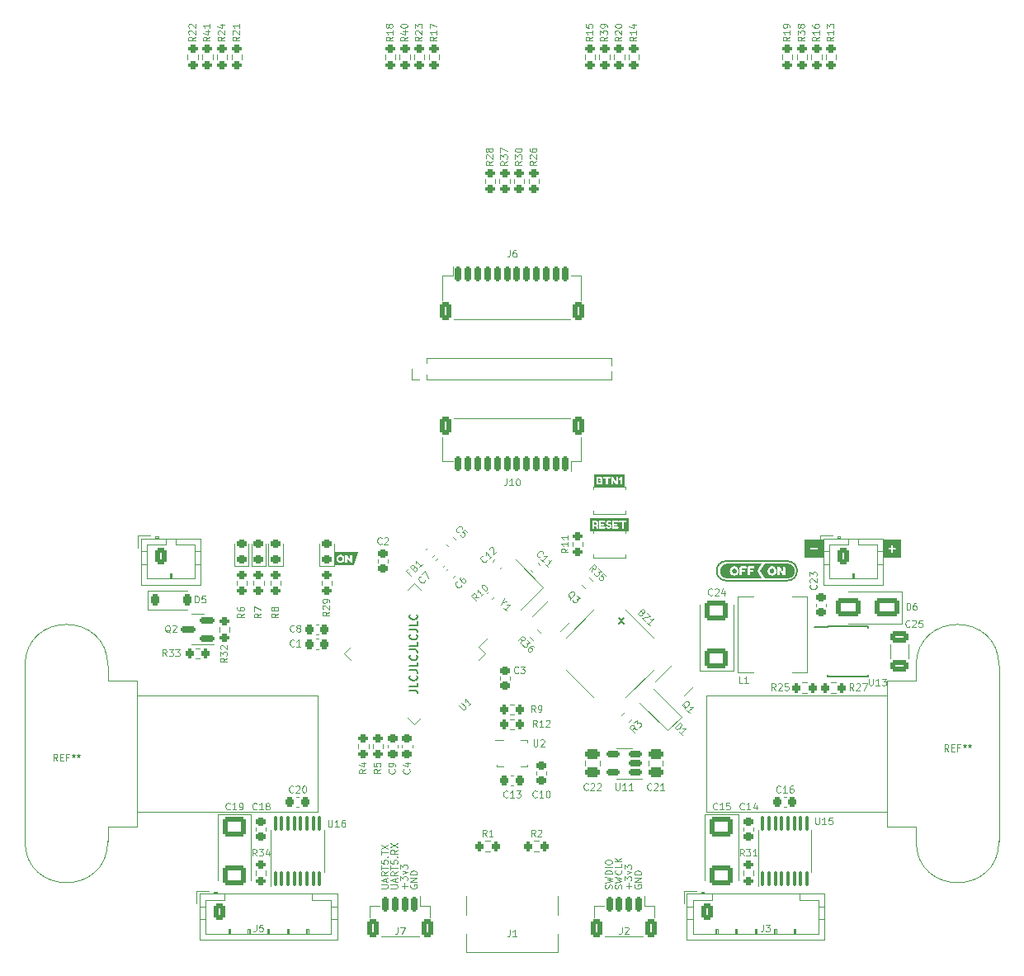
<source format=gbr>
%TF.GenerationSoftware,KiCad,Pcbnew,(7.0.0)*%
%TF.CreationDate,2023-09-26T23:36:23+07:00*%
%TF.ProjectId,Line Tracer F405RGT,4c696e65-2054-4726-9163-657220463430,rev?*%
%TF.SameCoordinates,Original*%
%TF.FileFunction,Legend,Top*%
%TF.FilePolarity,Positive*%
%FSLAX46Y46*%
G04 Gerber Fmt 4.6, Leading zero omitted, Abs format (unit mm)*
G04 Created by KiCad (PCBNEW (7.0.0)) date 2023-09-26 23:36:23*
%MOMM*%
%LPD*%
G01*
G04 APERTURE LIST*
G04 Aperture macros list*
%AMRoundRect*
0 Rectangle with rounded corners*
0 $1 Rounding radius*
0 $2 $3 $4 $5 $6 $7 $8 $9 X,Y pos of 4 corners*
0 Add a 4 corners polygon primitive as box body*
4,1,4,$2,$3,$4,$5,$6,$7,$8,$9,$2,$3,0*
0 Add four circle primitives for the rounded corners*
1,1,$1+$1,$2,$3*
1,1,$1+$1,$4,$5*
1,1,$1+$1,$6,$7*
1,1,$1+$1,$8,$9*
0 Add four rect primitives between the rounded corners*
20,1,$1+$1,$2,$3,$4,$5,0*
20,1,$1+$1,$4,$5,$6,$7,0*
20,1,$1+$1,$6,$7,$8,$9,0*
20,1,$1+$1,$8,$9,$2,$3,0*%
%AMRotRect*
0 Rectangle, with rotation*
0 The origin of the aperture is its center*
0 $1 length*
0 $2 width*
0 $3 Rotation angle, in degrees counterclockwise*
0 Add horizontal line*
21,1,$1,$2,0,0,$3*%
G04 Aperture macros list end*
%ADD10C,0.152400*%
%ADD11C,0.110000*%
%ADD12C,0.150000*%
%ADD13C,0.120000*%
%ADD14C,0.100000*%
%ADD15RoundRect,0.150000X0.587500X0.150000X-0.587500X0.150000X-0.587500X-0.150000X0.587500X-0.150000X0*%
%ADD16RoundRect,0.200000X-0.275000X0.200000X-0.275000X-0.200000X0.275000X-0.200000X0.275000X0.200000X0*%
%ADD17R,0.900000X1.700000*%
%ADD18RoundRect,0.200000X-0.053033X0.335876X-0.335876X0.053033X0.053033X-0.335876X0.335876X-0.053033X0*%
%ADD19RoundRect,0.250000X-0.350000X-0.625000X0.350000X-0.625000X0.350000X0.625000X-0.350000X0.625000X0*%
%ADD20O,1.200000X1.750000*%
%ADD21RoundRect,0.150000X0.150000X0.625000X-0.150000X0.625000X-0.150000X-0.625000X0.150000X-0.625000X0*%
%ADD22RoundRect,0.250000X0.350000X0.650000X-0.350000X0.650000X-0.350000X-0.650000X0.350000X-0.650000X0*%
%ADD23RoundRect,0.225000X-0.250000X0.225000X-0.250000X-0.225000X0.250000X-0.225000X0.250000X0.225000X0*%
%ADD24RoundRect,0.150000X-0.309359X-0.521491X0.521491X0.309359X0.309359X0.521491X-0.521491X-0.309359X0*%
%ADD25RoundRect,0.225000X0.225000X0.250000X-0.225000X0.250000X-0.225000X-0.250000X0.225000X-0.250000X0*%
%ADD26RoundRect,0.225000X0.250000X-0.225000X0.250000X0.225000X-0.250000X0.225000X-0.250000X-0.225000X0*%
%ADD27RoundRect,0.200000X0.275000X-0.200000X0.275000X0.200000X-0.275000X0.200000X-0.275000X-0.200000X0*%
%ADD28R,3.500000X2.350000*%
%ADD29C,2.100000*%
%ADD30RoundRect,0.100000X0.100000X-0.637500X0.100000X0.637500X-0.100000X0.637500X-0.100000X-0.637500X0*%
%ADD31RoundRect,0.200000X0.200000X0.275000X-0.200000X0.275000X-0.200000X-0.275000X0.200000X-0.275000X0*%
%ADD32O,1.000000X1.000000*%
%ADD33RoundRect,0.218750X0.026517X-0.335876X0.335876X-0.026517X-0.026517X0.335876X-0.335876X0.026517X0*%
%ADD34RoundRect,0.250000X0.475000X-0.250000X0.475000X0.250000X-0.475000X0.250000X-0.475000X-0.250000X0*%
%ADD35RoundRect,0.250000X-0.925000X0.787500X-0.925000X-0.787500X0.925000X-0.787500X0.925000X0.787500X0*%
%ADD36RoundRect,0.200000X0.335876X0.053033X0.053033X0.335876X-0.335876X-0.053033X-0.053033X-0.335876X0*%
%ADD37RoundRect,0.225000X-0.335876X-0.017678X-0.017678X-0.335876X0.335876X0.017678X0.017678X0.335876X0*%
%ADD38RoundRect,0.200000X-0.200000X-0.275000X0.200000X-0.275000X0.200000X0.275000X-0.200000X0.275000X0*%
%ADD39RoundRect,0.225000X0.017678X-0.335876X0.335876X-0.017678X-0.017678X0.335876X-0.335876X0.017678X0*%
%ADD40RoundRect,0.150000X-0.150000X-0.625000X0.150000X-0.625000X0.150000X0.625000X-0.150000X0.625000X0*%
%ADD41RoundRect,0.250000X-0.350000X-0.650000X0.350000X-0.650000X0.350000X0.650000X-0.350000X0.650000X0*%
%ADD42RoundRect,0.225000X-0.225000X-0.250000X0.225000X-0.250000X0.225000X0.250000X-0.225000X0.250000X0*%
%ADD43RoundRect,0.218750X0.256250X-0.218750X0.256250X0.218750X-0.256250X0.218750X-0.256250X-0.218750X0*%
%ADD44RoundRect,0.250000X0.925000X-0.787500X0.925000X0.787500X-0.925000X0.787500X-0.925000X-0.787500X0*%
%ADD45RoundRect,0.250000X-0.650000X0.325000X-0.650000X-0.325000X0.650000X-0.325000X0.650000X0.325000X0*%
%ADD46RoundRect,0.135000X0.035355X-0.226274X0.226274X-0.035355X-0.035355X0.226274X-0.226274X0.035355X0*%
%ADD47RotRect,2.000000X2.000000X225.000000*%
%ADD48R,0.675000X0.250000*%
%ADD49R,0.250000X0.675000*%
%ADD50RoundRect,0.250000X-0.475000X0.250000X-0.475000X-0.250000X0.475000X-0.250000X0.475000X0.250000X0*%
%ADD51RoundRect,0.225000X0.424264X0.106066X0.106066X0.424264X-0.424264X-0.106066X-0.106066X-0.424264X0*%
%ADD52RoundRect,0.075000X0.441942X0.548008X-0.548008X-0.441942X-0.441942X-0.548008X0.548008X0.441942X0*%
%ADD53RoundRect,0.075000X-0.441942X0.548008X-0.548008X0.441942X0.441942X-0.548008X0.548008X-0.441942X0*%
%ADD54C,5.200000*%
%ADD55C,0.650000*%
%ADD56R,0.600000X1.450000*%
%ADD57R,0.300000X1.450000*%
%ADD58O,1.000000X2.100000*%
%ADD59O,1.000000X1.600000*%
%ADD60RoundRect,0.225000X-0.225000X-0.375000X0.225000X-0.375000X0.225000X0.375000X-0.225000X0.375000X0*%
%ADD61R,1.550000X0.600000*%
%ADD62R,2.600000X3.100000*%
%ADD63RoundRect,0.225000X0.335876X0.017678X0.017678X0.335876X-0.335876X-0.017678X-0.017678X-0.335876X0*%
%ADD64RoundRect,0.150000X0.512500X0.150000X-0.512500X0.150000X-0.512500X-0.150000X0.512500X-0.150000X0*%
%ADD65RotRect,1.400000X1.200000X135.000000*%
%ADD66RoundRect,0.200000X-0.335876X-0.053033X-0.053033X-0.335876X0.335876X0.053033X0.053033X0.335876X0*%
%ADD67RoundRect,0.250000X1.000000X0.650000X-1.000000X0.650000X-1.000000X-0.650000X1.000000X-0.650000X0*%
%ADD68C,0.900000*%
G04 APERTURE END LIST*
D10*
X168050000Y-105850000D02*
G75*
G03*
X168050000Y-107850000I0J-1000000D01*
G01*
X174300000Y-105850000D02*
X168050000Y-105850000D01*
X174300000Y-107850000D02*
G75*
G03*
X174300000Y-105850000I0J1000000D01*
G01*
X168050000Y-107850000D02*
X174300000Y-107850000D01*
D11*
X158040500Y-139433333D02*
X158040500Y-138900000D01*
X158307166Y-139166666D02*
X157773833Y-139166666D01*
X157607166Y-138633333D02*
X157607166Y-138199999D01*
X157607166Y-138199999D02*
X157873833Y-138433333D01*
X157873833Y-138433333D02*
X157873833Y-138333333D01*
X157873833Y-138333333D02*
X157907166Y-138266666D01*
X157907166Y-138266666D02*
X157940500Y-138233333D01*
X157940500Y-138233333D02*
X158007166Y-138199999D01*
X158007166Y-138199999D02*
X158173833Y-138199999D01*
X158173833Y-138199999D02*
X158240500Y-138233333D01*
X158240500Y-138233333D02*
X158273833Y-138266666D01*
X158273833Y-138266666D02*
X158307166Y-138333333D01*
X158307166Y-138333333D02*
X158307166Y-138533333D01*
X158307166Y-138533333D02*
X158273833Y-138599999D01*
X158273833Y-138599999D02*
X158240500Y-138633333D01*
X157840500Y-137966666D02*
X158307166Y-137799999D01*
X158307166Y-137799999D02*
X157840500Y-137633332D01*
X157607166Y-137433333D02*
X157607166Y-136999999D01*
X157607166Y-136999999D02*
X157873833Y-137233333D01*
X157873833Y-137233333D02*
X157873833Y-137133333D01*
X157873833Y-137133333D02*
X157907166Y-137066666D01*
X157907166Y-137066666D02*
X157940500Y-137033333D01*
X157940500Y-137033333D02*
X158007166Y-136999999D01*
X158007166Y-136999999D02*
X158173833Y-136999999D01*
X158173833Y-136999999D02*
X158240500Y-137033333D01*
X158240500Y-137033333D02*
X158273833Y-137066666D01*
X158273833Y-137066666D02*
X158307166Y-137133333D01*
X158307166Y-137133333D02*
X158307166Y-137333333D01*
X158307166Y-137333333D02*
X158273833Y-137399999D01*
X158273833Y-137399999D02*
X158240500Y-137433333D01*
X132607166Y-139433333D02*
X133173833Y-139433333D01*
X133173833Y-139433333D02*
X133240500Y-139400000D01*
X133240500Y-139400000D02*
X133273833Y-139366666D01*
X133273833Y-139366666D02*
X133307166Y-139300000D01*
X133307166Y-139300000D02*
X133307166Y-139166666D01*
X133307166Y-139166666D02*
X133273833Y-139100000D01*
X133273833Y-139100000D02*
X133240500Y-139066666D01*
X133240500Y-139066666D02*
X133173833Y-139033333D01*
X133173833Y-139033333D02*
X132607166Y-139033333D01*
X133107166Y-138733333D02*
X133107166Y-138400000D01*
X133307166Y-138800000D02*
X132607166Y-138566667D01*
X132607166Y-138566667D02*
X133307166Y-138333333D01*
X133307166Y-137700000D02*
X132973833Y-137933333D01*
X133307166Y-138100000D02*
X132607166Y-138100000D01*
X132607166Y-138100000D02*
X132607166Y-137833333D01*
X132607166Y-137833333D02*
X132640500Y-137766667D01*
X132640500Y-137766667D02*
X132673833Y-137733333D01*
X132673833Y-137733333D02*
X132740500Y-137700000D01*
X132740500Y-137700000D02*
X132840500Y-137700000D01*
X132840500Y-137700000D02*
X132907166Y-137733333D01*
X132907166Y-137733333D02*
X132940500Y-137766667D01*
X132940500Y-137766667D02*
X132973833Y-137833333D01*
X132973833Y-137833333D02*
X132973833Y-138100000D01*
X132607166Y-137500000D02*
X132607166Y-137100000D01*
X133307166Y-137300000D02*
X132607166Y-137300000D01*
X132607166Y-136533334D02*
X132607166Y-136866667D01*
X132607166Y-136866667D02*
X132940500Y-136900000D01*
X132940500Y-136900000D02*
X132907166Y-136866667D01*
X132907166Y-136866667D02*
X132873833Y-136800000D01*
X132873833Y-136800000D02*
X132873833Y-136633334D01*
X132873833Y-136633334D02*
X132907166Y-136566667D01*
X132907166Y-136566667D02*
X132940500Y-136533334D01*
X132940500Y-136533334D02*
X133007166Y-136500000D01*
X133007166Y-136500000D02*
X133173833Y-136500000D01*
X133173833Y-136500000D02*
X133240500Y-136533334D01*
X133240500Y-136533334D02*
X133273833Y-136566667D01*
X133273833Y-136566667D02*
X133307166Y-136633334D01*
X133307166Y-136633334D02*
X133307166Y-136800000D01*
X133307166Y-136800000D02*
X133273833Y-136866667D01*
X133273833Y-136866667D02*
X133240500Y-136900000D01*
X133240500Y-136200000D02*
X133273833Y-136166667D01*
X133273833Y-136166667D02*
X133307166Y-136200000D01*
X133307166Y-136200000D02*
X133273833Y-136233333D01*
X133273833Y-136233333D02*
X133240500Y-136200000D01*
X133240500Y-136200000D02*
X133307166Y-136200000D01*
X132607166Y-135966667D02*
X132607166Y-135566667D01*
X133307166Y-135766667D02*
X132607166Y-135766667D01*
X132607166Y-135400001D02*
X133307166Y-134933334D01*
X132607166Y-134933334D02*
X133307166Y-135400001D01*
X133607166Y-139433333D02*
X134173833Y-139433333D01*
X134173833Y-139433333D02*
X134240500Y-139400000D01*
X134240500Y-139400000D02*
X134273833Y-139366666D01*
X134273833Y-139366666D02*
X134307166Y-139300000D01*
X134307166Y-139300000D02*
X134307166Y-139166666D01*
X134307166Y-139166666D02*
X134273833Y-139100000D01*
X134273833Y-139100000D02*
X134240500Y-139066666D01*
X134240500Y-139066666D02*
X134173833Y-139033333D01*
X134173833Y-139033333D02*
X133607166Y-139033333D01*
X134107166Y-138733333D02*
X134107166Y-138400000D01*
X134307166Y-138800000D02*
X133607166Y-138566667D01*
X133607166Y-138566667D02*
X134307166Y-138333333D01*
X134307166Y-137700000D02*
X133973833Y-137933333D01*
X134307166Y-138100000D02*
X133607166Y-138100000D01*
X133607166Y-138100000D02*
X133607166Y-137833333D01*
X133607166Y-137833333D02*
X133640500Y-137766667D01*
X133640500Y-137766667D02*
X133673833Y-137733333D01*
X133673833Y-137733333D02*
X133740500Y-137700000D01*
X133740500Y-137700000D02*
X133840500Y-137700000D01*
X133840500Y-137700000D02*
X133907166Y-137733333D01*
X133907166Y-137733333D02*
X133940500Y-137766667D01*
X133940500Y-137766667D02*
X133973833Y-137833333D01*
X133973833Y-137833333D02*
X133973833Y-138100000D01*
X133607166Y-137500000D02*
X133607166Y-137100000D01*
X134307166Y-137300000D02*
X133607166Y-137300000D01*
X133607166Y-136533334D02*
X133607166Y-136866667D01*
X133607166Y-136866667D02*
X133940500Y-136900000D01*
X133940500Y-136900000D02*
X133907166Y-136866667D01*
X133907166Y-136866667D02*
X133873833Y-136800000D01*
X133873833Y-136800000D02*
X133873833Y-136633334D01*
X133873833Y-136633334D02*
X133907166Y-136566667D01*
X133907166Y-136566667D02*
X133940500Y-136533334D01*
X133940500Y-136533334D02*
X134007166Y-136500000D01*
X134007166Y-136500000D02*
X134173833Y-136500000D01*
X134173833Y-136500000D02*
X134240500Y-136533334D01*
X134240500Y-136533334D02*
X134273833Y-136566667D01*
X134273833Y-136566667D02*
X134307166Y-136633334D01*
X134307166Y-136633334D02*
X134307166Y-136800000D01*
X134307166Y-136800000D02*
X134273833Y-136866667D01*
X134273833Y-136866667D02*
X134240500Y-136900000D01*
X134240500Y-136200000D02*
X134273833Y-136166667D01*
X134273833Y-136166667D02*
X134307166Y-136200000D01*
X134307166Y-136200000D02*
X134273833Y-136233333D01*
X134273833Y-136233333D02*
X134240500Y-136200000D01*
X134240500Y-136200000D02*
X134307166Y-136200000D01*
X134307166Y-135466667D02*
X133973833Y-135700000D01*
X134307166Y-135866667D02*
X133607166Y-135866667D01*
X133607166Y-135866667D02*
X133607166Y-135600000D01*
X133607166Y-135600000D02*
X133640500Y-135533334D01*
X133640500Y-135533334D02*
X133673833Y-135500000D01*
X133673833Y-135500000D02*
X133740500Y-135466667D01*
X133740500Y-135466667D02*
X133840500Y-135466667D01*
X133840500Y-135466667D02*
X133907166Y-135500000D01*
X133907166Y-135500000D02*
X133940500Y-135533334D01*
X133940500Y-135533334D02*
X133973833Y-135600000D01*
X133973833Y-135600000D02*
X133973833Y-135866667D01*
X133607166Y-135233334D02*
X134307166Y-134766667D01*
X133607166Y-134766667D02*
X134307166Y-135233334D01*
D10*
X135535807Y-119104361D02*
X136116378Y-119104361D01*
X136116378Y-119104361D02*
X136232492Y-119143066D01*
X136232492Y-119143066D02*
X136309902Y-119220475D01*
X136309902Y-119220475D02*
X136348607Y-119336590D01*
X136348607Y-119336590D02*
X136348607Y-119413999D01*
X136348607Y-118330266D02*
X136348607Y-118717314D01*
X136348607Y-118717314D02*
X135535807Y-118717314D01*
X136271197Y-117594876D02*
X136309902Y-117633580D01*
X136309902Y-117633580D02*
X136348607Y-117749695D01*
X136348607Y-117749695D02*
X136348607Y-117827104D01*
X136348607Y-117827104D02*
X136309902Y-117943218D01*
X136309902Y-117943218D02*
X136232492Y-118020628D01*
X136232492Y-118020628D02*
X136155083Y-118059333D01*
X136155083Y-118059333D02*
X136000264Y-118098037D01*
X136000264Y-118098037D02*
X135884150Y-118098037D01*
X135884150Y-118098037D02*
X135729331Y-118059333D01*
X135729331Y-118059333D02*
X135651921Y-118020628D01*
X135651921Y-118020628D02*
X135574512Y-117943218D01*
X135574512Y-117943218D02*
X135535807Y-117827104D01*
X135535807Y-117827104D02*
X135535807Y-117749695D01*
X135535807Y-117749695D02*
X135574512Y-117633580D01*
X135574512Y-117633580D02*
X135613216Y-117594876D01*
X135535807Y-117014304D02*
X136116378Y-117014304D01*
X136116378Y-117014304D02*
X136232492Y-117053009D01*
X136232492Y-117053009D02*
X136309902Y-117130418D01*
X136309902Y-117130418D02*
X136348607Y-117246533D01*
X136348607Y-117246533D02*
X136348607Y-117323942D01*
X136348607Y-116240209D02*
X136348607Y-116627257D01*
X136348607Y-116627257D02*
X135535807Y-116627257D01*
X136271197Y-115504819D02*
X136309902Y-115543523D01*
X136309902Y-115543523D02*
X136348607Y-115659638D01*
X136348607Y-115659638D02*
X136348607Y-115737047D01*
X136348607Y-115737047D02*
X136309902Y-115853161D01*
X136309902Y-115853161D02*
X136232492Y-115930571D01*
X136232492Y-115930571D02*
X136155083Y-115969276D01*
X136155083Y-115969276D02*
X136000264Y-116007980D01*
X136000264Y-116007980D02*
X135884150Y-116007980D01*
X135884150Y-116007980D02*
X135729331Y-115969276D01*
X135729331Y-115969276D02*
X135651921Y-115930571D01*
X135651921Y-115930571D02*
X135574512Y-115853161D01*
X135574512Y-115853161D02*
X135535807Y-115737047D01*
X135535807Y-115737047D02*
X135535807Y-115659638D01*
X135535807Y-115659638D02*
X135574512Y-115543523D01*
X135574512Y-115543523D02*
X135613216Y-115504819D01*
X135535807Y-114924247D02*
X136116378Y-114924247D01*
X136116378Y-114924247D02*
X136232492Y-114962952D01*
X136232492Y-114962952D02*
X136309902Y-115040361D01*
X136309902Y-115040361D02*
X136348607Y-115156476D01*
X136348607Y-115156476D02*
X136348607Y-115233885D01*
X136348607Y-114150152D02*
X136348607Y-114537200D01*
X136348607Y-114537200D02*
X135535807Y-114537200D01*
X136271197Y-113414762D02*
X136309902Y-113453466D01*
X136309902Y-113453466D02*
X136348607Y-113569581D01*
X136348607Y-113569581D02*
X136348607Y-113646990D01*
X136348607Y-113646990D02*
X136309902Y-113763104D01*
X136309902Y-113763104D02*
X136232492Y-113840514D01*
X136232492Y-113840514D02*
X136155083Y-113879219D01*
X136155083Y-113879219D02*
X136000264Y-113917923D01*
X136000264Y-113917923D02*
X135884150Y-113917923D01*
X135884150Y-113917923D02*
X135729331Y-113879219D01*
X135729331Y-113879219D02*
X135651921Y-113840514D01*
X135651921Y-113840514D02*
X135574512Y-113763104D01*
X135574512Y-113763104D02*
X135535807Y-113646990D01*
X135535807Y-113646990D02*
X135535807Y-113569581D01*
X135535807Y-113569581D02*
X135574512Y-113453466D01*
X135574512Y-113453466D02*
X135613216Y-113414762D01*
X135535807Y-112834190D02*
X136116378Y-112834190D01*
X136116378Y-112834190D02*
X136232492Y-112872895D01*
X136232492Y-112872895D02*
X136309902Y-112950304D01*
X136309902Y-112950304D02*
X136348607Y-113066419D01*
X136348607Y-113066419D02*
X136348607Y-113143828D01*
X136348607Y-112060095D02*
X136348607Y-112447143D01*
X136348607Y-112447143D02*
X135535807Y-112447143D01*
X136271197Y-111324705D02*
X136309902Y-111363409D01*
X136309902Y-111363409D02*
X136348607Y-111479524D01*
X136348607Y-111479524D02*
X136348607Y-111556933D01*
X136348607Y-111556933D02*
X136309902Y-111673047D01*
X136309902Y-111673047D02*
X136232492Y-111750457D01*
X136232492Y-111750457D02*
X136155083Y-111789162D01*
X136155083Y-111789162D02*
X136000264Y-111827866D01*
X136000264Y-111827866D02*
X135884150Y-111827866D01*
X135884150Y-111827866D02*
X135729331Y-111789162D01*
X135729331Y-111789162D02*
X135651921Y-111750457D01*
X135651921Y-111750457D02*
X135574512Y-111673047D01*
X135574512Y-111673047D02*
X135535807Y-111556933D01*
X135535807Y-111556933D02*
X135535807Y-111479524D01*
X135535807Y-111479524D02*
X135574512Y-111363409D01*
X135574512Y-111363409D02*
X135613216Y-111324705D01*
G36*
X186007096Y-105541614D02*
G01*
X184092904Y-105541614D01*
X184092904Y-104600271D01*
X184661752Y-104600271D01*
X184680342Y-104640976D01*
X184717987Y-104665169D01*
X184973799Y-104665169D01*
X184973799Y-104909563D01*
X184983189Y-104941543D01*
X185017008Y-104970847D01*
X185061301Y-104977216D01*
X185102006Y-104958626D01*
X185126199Y-104920981D01*
X185126199Y-104665169D01*
X185370594Y-104665169D01*
X185402574Y-104655779D01*
X185431878Y-104621960D01*
X185438247Y-104577667D01*
X185419657Y-104536962D01*
X185382012Y-104512769D01*
X185126199Y-104512769D01*
X185126199Y-104268375D01*
X185116809Y-104236395D01*
X185082990Y-104207091D01*
X185038697Y-104200722D01*
X184997992Y-104219312D01*
X184973799Y-104256957D01*
X184973799Y-104512769D01*
X184729405Y-104512769D01*
X184697425Y-104522159D01*
X184668121Y-104555978D01*
X184661752Y-104600271D01*
X184092904Y-104600271D01*
X184092904Y-103658386D01*
X186007096Y-103658386D01*
X186007096Y-105541614D01*
G37*
D11*
X135640500Y-139066666D02*
X135607166Y-139133333D01*
X135607166Y-139133333D02*
X135607166Y-139233333D01*
X135607166Y-139233333D02*
X135640500Y-139333333D01*
X135640500Y-139333333D02*
X135707166Y-139400000D01*
X135707166Y-139400000D02*
X135773833Y-139433333D01*
X135773833Y-139433333D02*
X135907166Y-139466666D01*
X135907166Y-139466666D02*
X136007166Y-139466666D01*
X136007166Y-139466666D02*
X136140500Y-139433333D01*
X136140500Y-139433333D02*
X136207166Y-139400000D01*
X136207166Y-139400000D02*
X136273833Y-139333333D01*
X136273833Y-139333333D02*
X136307166Y-139233333D01*
X136307166Y-139233333D02*
X136307166Y-139166666D01*
X136307166Y-139166666D02*
X136273833Y-139066666D01*
X136273833Y-139066666D02*
X136240500Y-139033333D01*
X136240500Y-139033333D02*
X136007166Y-139033333D01*
X136007166Y-139033333D02*
X136007166Y-139166666D01*
X136307166Y-138733333D02*
X135607166Y-138733333D01*
X135607166Y-138733333D02*
X136307166Y-138333333D01*
X136307166Y-138333333D02*
X135607166Y-138333333D01*
X136307166Y-138000000D02*
X135607166Y-138000000D01*
X135607166Y-138000000D02*
X135607166Y-137833333D01*
X135607166Y-137833333D02*
X135640500Y-137733333D01*
X135640500Y-137733333D02*
X135707166Y-137666667D01*
X135707166Y-137666667D02*
X135773833Y-137633333D01*
X135773833Y-137633333D02*
X135907166Y-137600000D01*
X135907166Y-137600000D02*
X136007166Y-137600000D01*
X136007166Y-137600000D02*
X136140500Y-137633333D01*
X136140500Y-137633333D02*
X136207166Y-137666667D01*
X136207166Y-137666667D02*
X136273833Y-137733333D01*
X136273833Y-137733333D02*
X136307166Y-137833333D01*
X136307166Y-137833333D02*
X136307166Y-138000000D01*
X135040500Y-139433333D02*
X135040500Y-138900000D01*
X135307166Y-139166666D02*
X134773833Y-139166666D01*
X134607166Y-138633333D02*
X134607166Y-138199999D01*
X134607166Y-138199999D02*
X134873833Y-138433333D01*
X134873833Y-138433333D02*
X134873833Y-138333333D01*
X134873833Y-138333333D02*
X134907166Y-138266666D01*
X134907166Y-138266666D02*
X134940500Y-138233333D01*
X134940500Y-138233333D02*
X135007166Y-138199999D01*
X135007166Y-138199999D02*
X135173833Y-138199999D01*
X135173833Y-138199999D02*
X135240500Y-138233333D01*
X135240500Y-138233333D02*
X135273833Y-138266666D01*
X135273833Y-138266666D02*
X135307166Y-138333333D01*
X135307166Y-138333333D02*
X135307166Y-138533333D01*
X135307166Y-138533333D02*
X135273833Y-138599999D01*
X135273833Y-138599999D02*
X135240500Y-138633333D01*
X134840500Y-137966666D02*
X135307166Y-137799999D01*
X135307166Y-137799999D02*
X134840500Y-137633332D01*
X134607166Y-137433333D02*
X134607166Y-136999999D01*
X134607166Y-136999999D02*
X134873833Y-137233333D01*
X134873833Y-137233333D02*
X134873833Y-137133333D01*
X134873833Y-137133333D02*
X134907166Y-137066666D01*
X134907166Y-137066666D02*
X134940500Y-137033333D01*
X134940500Y-137033333D02*
X135007166Y-136999999D01*
X135007166Y-136999999D02*
X135173833Y-136999999D01*
X135173833Y-136999999D02*
X135240500Y-137033333D01*
X135240500Y-137033333D02*
X135273833Y-137066666D01*
X135273833Y-137066666D02*
X135307166Y-137133333D01*
X135307166Y-137133333D02*
X135307166Y-137333333D01*
X135307166Y-137333333D02*
X135273833Y-137399999D01*
X135273833Y-137399999D02*
X135240500Y-137433333D01*
X158640500Y-139066666D02*
X158607166Y-139133333D01*
X158607166Y-139133333D02*
X158607166Y-139233333D01*
X158607166Y-139233333D02*
X158640500Y-139333333D01*
X158640500Y-139333333D02*
X158707166Y-139400000D01*
X158707166Y-139400000D02*
X158773833Y-139433333D01*
X158773833Y-139433333D02*
X158907166Y-139466666D01*
X158907166Y-139466666D02*
X159007166Y-139466666D01*
X159007166Y-139466666D02*
X159140500Y-139433333D01*
X159140500Y-139433333D02*
X159207166Y-139400000D01*
X159207166Y-139400000D02*
X159273833Y-139333333D01*
X159273833Y-139333333D02*
X159307166Y-139233333D01*
X159307166Y-139233333D02*
X159307166Y-139166666D01*
X159307166Y-139166666D02*
X159273833Y-139066666D01*
X159273833Y-139066666D02*
X159240500Y-139033333D01*
X159240500Y-139033333D02*
X159007166Y-139033333D01*
X159007166Y-139033333D02*
X159007166Y-139166666D01*
X159307166Y-138733333D02*
X158607166Y-138733333D01*
X158607166Y-138733333D02*
X159307166Y-138333333D01*
X159307166Y-138333333D02*
X158607166Y-138333333D01*
X159307166Y-138000000D02*
X158607166Y-138000000D01*
X158607166Y-138000000D02*
X158607166Y-137833333D01*
X158607166Y-137833333D02*
X158640500Y-137733333D01*
X158640500Y-137733333D02*
X158707166Y-137666667D01*
X158707166Y-137666667D02*
X158773833Y-137633333D01*
X158773833Y-137633333D02*
X158907166Y-137600000D01*
X158907166Y-137600000D02*
X159007166Y-137600000D01*
X159007166Y-137600000D02*
X159140500Y-137633333D01*
X159140500Y-137633333D02*
X159207166Y-137666667D01*
X159207166Y-137666667D02*
X159273833Y-137733333D01*
X159273833Y-137733333D02*
X159307166Y-137833333D01*
X159307166Y-137833333D02*
X159307166Y-138000000D01*
X156273833Y-139466666D02*
X156307166Y-139366666D01*
X156307166Y-139366666D02*
X156307166Y-139200000D01*
X156307166Y-139200000D02*
X156273833Y-139133333D01*
X156273833Y-139133333D02*
X156240500Y-139100000D01*
X156240500Y-139100000D02*
X156173833Y-139066666D01*
X156173833Y-139066666D02*
X156107166Y-139066666D01*
X156107166Y-139066666D02*
X156040500Y-139100000D01*
X156040500Y-139100000D02*
X156007166Y-139133333D01*
X156007166Y-139133333D02*
X155973833Y-139200000D01*
X155973833Y-139200000D02*
X155940500Y-139333333D01*
X155940500Y-139333333D02*
X155907166Y-139400000D01*
X155907166Y-139400000D02*
X155873833Y-139433333D01*
X155873833Y-139433333D02*
X155807166Y-139466666D01*
X155807166Y-139466666D02*
X155740500Y-139466666D01*
X155740500Y-139466666D02*
X155673833Y-139433333D01*
X155673833Y-139433333D02*
X155640500Y-139400000D01*
X155640500Y-139400000D02*
X155607166Y-139333333D01*
X155607166Y-139333333D02*
X155607166Y-139166666D01*
X155607166Y-139166666D02*
X155640500Y-139066666D01*
X155607166Y-138833333D02*
X156307166Y-138666666D01*
X156307166Y-138666666D02*
X155807166Y-138533333D01*
X155807166Y-138533333D02*
X156307166Y-138399999D01*
X156307166Y-138399999D02*
X155607166Y-138233333D01*
X156307166Y-137966666D02*
X155607166Y-137966666D01*
X155607166Y-137966666D02*
X155607166Y-137799999D01*
X155607166Y-137799999D02*
X155640500Y-137699999D01*
X155640500Y-137699999D02*
X155707166Y-137633333D01*
X155707166Y-137633333D02*
X155773833Y-137599999D01*
X155773833Y-137599999D02*
X155907166Y-137566666D01*
X155907166Y-137566666D02*
X156007166Y-137566666D01*
X156007166Y-137566666D02*
X156140500Y-137599999D01*
X156140500Y-137599999D02*
X156207166Y-137633333D01*
X156207166Y-137633333D02*
X156273833Y-137699999D01*
X156273833Y-137699999D02*
X156307166Y-137799999D01*
X156307166Y-137799999D02*
X156307166Y-137966666D01*
X156307166Y-137266666D02*
X155607166Y-137266666D01*
X155607166Y-136800000D02*
X155607166Y-136666666D01*
X155607166Y-136666666D02*
X155640500Y-136600000D01*
X155640500Y-136600000D02*
X155707166Y-136533333D01*
X155707166Y-136533333D02*
X155840500Y-136500000D01*
X155840500Y-136500000D02*
X156073833Y-136500000D01*
X156073833Y-136500000D02*
X156207166Y-136533333D01*
X156207166Y-136533333D02*
X156273833Y-136600000D01*
X156273833Y-136600000D02*
X156307166Y-136666666D01*
X156307166Y-136666666D02*
X156307166Y-136800000D01*
X156307166Y-136800000D02*
X156273833Y-136866666D01*
X156273833Y-136866666D02*
X156207166Y-136933333D01*
X156207166Y-136933333D02*
X156073833Y-136966666D01*
X156073833Y-136966666D02*
X155840500Y-136966666D01*
X155840500Y-136966666D02*
X155707166Y-136933333D01*
X155707166Y-136933333D02*
X155640500Y-136866666D01*
X155640500Y-136866666D02*
X155607166Y-136800000D01*
D10*
G36*
X178007096Y-105541614D02*
G01*
X176092904Y-105541614D01*
X176092904Y-104600271D01*
X176661752Y-104600271D01*
X176680342Y-104640976D01*
X176717987Y-104665169D01*
X177370594Y-104665169D01*
X177402574Y-104655779D01*
X177431878Y-104621960D01*
X177438247Y-104577667D01*
X177419657Y-104536962D01*
X177382012Y-104512769D01*
X176729405Y-104512769D01*
X176697425Y-104522159D01*
X176668121Y-104555978D01*
X176661752Y-104600271D01*
X176092904Y-104600271D01*
X176092904Y-103658386D01*
X178007096Y-103658386D01*
X178007096Y-105541614D01*
G37*
D11*
X157273833Y-139466666D02*
X157307166Y-139366666D01*
X157307166Y-139366666D02*
X157307166Y-139200000D01*
X157307166Y-139200000D02*
X157273833Y-139133333D01*
X157273833Y-139133333D02*
X157240500Y-139100000D01*
X157240500Y-139100000D02*
X157173833Y-139066666D01*
X157173833Y-139066666D02*
X157107166Y-139066666D01*
X157107166Y-139066666D02*
X157040500Y-139100000D01*
X157040500Y-139100000D02*
X157007166Y-139133333D01*
X157007166Y-139133333D02*
X156973833Y-139200000D01*
X156973833Y-139200000D02*
X156940500Y-139333333D01*
X156940500Y-139333333D02*
X156907166Y-139400000D01*
X156907166Y-139400000D02*
X156873833Y-139433333D01*
X156873833Y-139433333D02*
X156807166Y-139466666D01*
X156807166Y-139466666D02*
X156740500Y-139466666D01*
X156740500Y-139466666D02*
X156673833Y-139433333D01*
X156673833Y-139433333D02*
X156640500Y-139400000D01*
X156640500Y-139400000D02*
X156607166Y-139333333D01*
X156607166Y-139333333D02*
X156607166Y-139166666D01*
X156607166Y-139166666D02*
X156640500Y-139066666D01*
X156607166Y-138833333D02*
X157307166Y-138666666D01*
X157307166Y-138666666D02*
X156807166Y-138533333D01*
X156807166Y-138533333D02*
X157307166Y-138399999D01*
X157307166Y-138399999D02*
X156607166Y-138233333D01*
X157240500Y-137566666D02*
X157273833Y-137599999D01*
X157273833Y-137599999D02*
X157307166Y-137699999D01*
X157307166Y-137699999D02*
X157307166Y-137766666D01*
X157307166Y-137766666D02*
X157273833Y-137866666D01*
X157273833Y-137866666D02*
X157207166Y-137933333D01*
X157207166Y-137933333D02*
X157140500Y-137966666D01*
X157140500Y-137966666D02*
X157007166Y-137999999D01*
X157007166Y-137999999D02*
X156907166Y-137999999D01*
X156907166Y-137999999D02*
X156773833Y-137966666D01*
X156773833Y-137966666D02*
X156707166Y-137933333D01*
X156707166Y-137933333D02*
X156640500Y-137866666D01*
X156640500Y-137866666D02*
X156607166Y-137766666D01*
X156607166Y-137766666D02*
X156607166Y-137699999D01*
X156607166Y-137699999D02*
X156640500Y-137599999D01*
X156640500Y-137599999D02*
X156673833Y-137566666D01*
X157307166Y-136933333D02*
X157307166Y-137266666D01*
X157307166Y-137266666D02*
X156607166Y-137266666D01*
X157307166Y-136699999D02*
X156607166Y-136699999D01*
X157307166Y-136299999D02*
X156907166Y-136599999D01*
X156607166Y-136299999D02*
X157007166Y-136699999D01*
%TO.C,Q2*%
X110983333Y-113173833D02*
X110916666Y-113140500D01*
X110916666Y-113140500D02*
X110850000Y-113073833D01*
X110850000Y-113073833D02*
X110750000Y-112973833D01*
X110750000Y-112973833D02*
X110683333Y-112940500D01*
X110683333Y-112940500D02*
X110616666Y-112940500D01*
X110650000Y-113107166D02*
X110583333Y-113073833D01*
X110583333Y-113073833D02*
X110516666Y-113007166D01*
X110516666Y-113007166D02*
X110483333Y-112873833D01*
X110483333Y-112873833D02*
X110483333Y-112640500D01*
X110483333Y-112640500D02*
X110516666Y-112507166D01*
X110516666Y-112507166D02*
X110583333Y-112440500D01*
X110583333Y-112440500D02*
X110650000Y-112407166D01*
X110650000Y-112407166D02*
X110783333Y-112407166D01*
X110783333Y-112407166D02*
X110850000Y-112440500D01*
X110850000Y-112440500D02*
X110916666Y-112507166D01*
X110916666Y-112507166D02*
X110950000Y-112640500D01*
X110950000Y-112640500D02*
X110950000Y-112873833D01*
X110950000Y-112873833D02*
X110916666Y-113007166D01*
X110916666Y-113007166D02*
X110850000Y-113073833D01*
X110850000Y-113073833D02*
X110783333Y-113107166D01*
X110783333Y-113107166D02*
X110650000Y-113107166D01*
X111216666Y-112473833D02*
X111249999Y-112440500D01*
X111249999Y-112440500D02*
X111316666Y-112407166D01*
X111316666Y-112407166D02*
X111483333Y-112407166D01*
X111483333Y-112407166D02*
X111549999Y-112440500D01*
X111549999Y-112440500D02*
X111583333Y-112473833D01*
X111583333Y-112473833D02*
X111616666Y-112540500D01*
X111616666Y-112540500D02*
X111616666Y-112607166D01*
X111616666Y-112607166D02*
X111583333Y-112707166D01*
X111583333Y-112707166D02*
X111183333Y-113107166D01*
X111183333Y-113107166D02*
X111616666Y-113107166D01*
%TO.C,R14*%
X158807166Y-52050000D02*
X158473833Y-52283333D01*
X158807166Y-52450000D02*
X158107166Y-52450000D01*
X158107166Y-52450000D02*
X158107166Y-52183333D01*
X158107166Y-52183333D02*
X158140500Y-52116667D01*
X158140500Y-52116667D02*
X158173833Y-52083333D01*
X158173833Y-52083333D02*
X158240500Y-52050000D01*
X158240500Y-52050000D02*
X158340500Y-52050000D01*
X158340500Y-52050000D02*
X158407166Y-52083333D01*
X158407166Y-52083333D02*
X158440500Y-52116667D01*
X158440500Y-52116667D02*
X158473833Y-52183333D01*
X158473833Y-52183333D02*
X158473833Y-52450000D01*
X158807166Y-51383333D02*
X158807166Y-51783333D01*
X158807166Y-51583333D02*
X158107166Y-51583333D01*
X158107166Y-51583333D02*
X158207166Y-51650000D01*
X158207166Y-51650000D02*
X158273833Y-51716667D01*
X158273833Y-51716667D02*
X158307166Y-51783333D01*
X158340500Y-50783333D02*
X158807166Y-50783333D01*
X158073833Y-50950000D02*
X158573833Y-51116666D01*
X158573833Y-51116666D02*
X158573833Y-50683333D01*
%TO.C,R3*%
X158910511Y-123125502D02*
X158509817Y-123054792D01*
X158627669Y-123408345D02*
X158132694Y-122913370D01*
X158132694Y-122913370D02*
X158321256Y-122724809D01*
X158321256Y-122724809D02*
X158391966Y-122701238D01*
X158391966Y-122701238D02*
X158439107Y-122701238D01*
X158439107Y-122701238D02*
X158509817Y-122724809D01*
X158509817Y-122724809D02*
X158580528Y-122795519D01*
X158580528Y-122795519D02*
X158604098Y-122866230D01*
X158604098Y-122866230D02*
X158604098Y-122913370D01*
X158604098Y-122913370D02*
X158580528Y-122984081D01*
X158580528Y-122984081D02*
X158391966Y-123172643D01*
X158580528Y-122465536D02*
X158886941Y-122159123D01*
X158886941Y-122159123D02*
X158910511Y-122512676D01*
X158910511Y-122512676D02*
X158981222Y-122441966D01*
X158981222Y-122441966D02*
X159051933Y-122418396D01*
X159051933Y-122418396D02*
X159099073Y-122418396D01*
X159099073Y-122418396D02*
X159169784Y-122441966D01*
X159169784Y-122441966D02*
X159287635Y-122559817D01*
X159287635Y-122559817D02*
X159311205Y-122630528D01*
X159311205Y-122630528D02*
X159311205Y-122677668D01*
X159311205Y-122677668D02*
X159287635Y-122748379D01*
X159287635Y-122748379D02*
X159146213Y-122889800D01*
X159146213Y-122889800D02*
X159075503Y-122913370D01*
X159075503Y-122913370D02*
X159028362Y-122913370D01*
%TO.C,J3*%
X171816666Y-143157166D02*
X171816666Y-143657166D01*
X171816666Y-143657166D02*
X171783333Y-143757166D01*
X171783333Y-143757166D02*
X171716666Y-143823833D01*
X171716666Y-143823833D02*
X171616666Y-143857166D01*
X171616666Y-143857166D02*
X171550000Y-143857166D01*
X172083333Y-143157166D02*
X172516666Y-143157166D01*
X172516666Y-143157166D02*
X172283333Y-143423833D01*
X172283333Y-143423833D02*
X172383333Y-143423833D01*
X172383333Y-143423833D02*
X172449999Y-143457166D01*
X172449999Y-143457166D02*
X172483333Y-143490500D01*
X172483333Y-143490500D02*
X172516666Y-143557166D01*
X172516666Y-143557166D02*
X172516666Y-143723833D01*
X172516666Y-143723833D02*
X172483333Y-143790500D01*
X172483333Y-143790500D02*
X172449999Y-143823833D01*
X172449999Y-143823833D02*
X172383333Y-143857166D01*
X172383333Y-143857166D02*
X172183333Y-143857166D01*
X172183333Y-143857166D02*
X172116666Y-143823833D01*
X172116666Y-143823833D02*
X172083333Y-143790500D01*
%TO.C,J7*%
X134316666Y-143407166D02*
X134316666Y-143907166D01*
X134316666Y-143907166D02*
X134283333Y-144007166D01*
X134283333Y-144007166D02*
X134216666Y-144073833D01*
X134216666Y-144073833D02*
X134116666Y-144107166D01*
X134116666Y-144107166D02*
X134050000Y-144107166D01*
X134583333Y-143407166D02*
X135049999Y-143407166D01*
X135049999Y-143407166D02*
X134749999Y-144107166D01*
%TO.C,C10*%
X148599999Y-130040500D02*
X148566666Y-130073833D01*
X148566666Y-130073833D02*
X148466666Y-130107166D01*
X148466666Y-130107166D02*
X148399999Y-130107166D01*
X148399999Y-130107166D02*
X148299999Y-130073833D01*
X148299999Y-130073833D02*
X148233333Y-130007166D01*
X148233333Y-130007166D02*
X148199999Y-129940500D01*
X148199999Y-129940500D02*
X148166666Y-129807166D01*
X148166666Y-129807166D02*
X148166666Y-129707166D01*
X148166666Y-129707166D02*
X148199999Y-129573833D01*
X148199999Y-129573833D02*
X148233333Y-129507166D01*
X148233333Y-129507166D02*
X148299999Y-129440500D01*
X148299999Y-129440500D02*
X148399999Y-129407166D01*
X148399999Y-129407166D02*
X148466666Y-129407166D01*
X148466666Y-129407166D02*
X148566666Y-129440500D01*
X148566666Y-129440500D02*
X148599999Y-129473833D01*
X149266666Y-130107166D02*
X148866666Y-130107166D01*
X149066666Y-130107166D02*
X149066666Y-129407166D01*
X149066666Y-129407166D02*
X148999999Y-129507166D01*
X148999999Y-129507166D02*
X148933333Y-129573833D01*
X148933333Y-129573833D02*
X148866666Y-129607166D01*
X149700000Y-129407166D02*
X149766666Y-129407166D01*
X149766666Y-129407166D02*
X149833333Y-129440500D01*
X149833333Y-129440500D02*
X149866666Y-129473833D01*
X149866666Y-129473833D02*
X149900000Y-129540500D01*
X149900000Y-129540500D02*
X149933333Y-129673833D01*
X149933333Y-129673833D02*
X149933333Y-129840500D01*
X149933333Y-129840500D02*
X149900000Y-129973833D01*
X149900000Y-129973833D02*
X149866666Y-130040500D01*
X149866666Y-130040500D02*
X149833333Y-130073833D01*
X149833333Y-130073833D02*
X149766666Y-130107166D01*
X149766666Y-130107166D02*
X149700000Y-130107166D01*
X149700000Y-130107166D02*
X149633333Y-130073833D01*
X149633333Y-130073833D02*
X149600000Y-130040500D01*
X149600000Y-130040500D02*
X149566666Y-129973833D01*
X149566666Y-129973833D02*
X149533333Y-129840500D01*
X149533333Y-129840500D02*
X149533333Y-129673833D01*
X149533333Y-129673833D02*
X149566666Y-129540500D01*
X149566666Y-129540500D02*
X149600000Y-129473833D01*
X149600000Y-129473833D02*
X149633333Y-129440500D01*
X149633333Y-129440500D02*
X149700000Y-129407166D01*
%TO.C,R22*%
X113557166Y-52050000D02*
X113223833Y-52283333D01*
X113557166Y-52450000D02*
X112857166Y-52450000D01*
X112857166Y-52450000D02*
X112857166Y-52183333D01*
X112857166Y-52183333D02*
X112890500Y-52116667D01*
X112890500Y-52116667D02*
X112923833Y-52083333D01*
X112923833Y-52083333D02*
X112990500Y-52050000D01*
X112990500Y-52050000D02*
X113090500Y-52050000D01*
X113090500Y-52050000D02*
X113157166Y-52083333D01*
X113157166Y-52083333D02*
X113190500Y-52116667D01*
X113190500Y-52116667D02*
X113223833Y-52183333D01*
X113223833Y-52183333D02*
X113223833Y-52450000D01*
X112923833Y-51783333D02*
X112890500Y-51750000D01*
X112890500Y-51750000D02*
X112857166Y-51683333D01*
X112857166Y-51683333D02*
X112857166Y-51516667D01*
X112857166Y-51516667D02*
X112890500Y-51450000D01*
X112890500Y-51450000D02*
X112923833Y-51416667D01*
X112923833Y-51416667D02*
X112990500Y-51383333D01*
X112990500Y-51383333D02*
X113057166Y-51383333D01*
X113057166Y-51383333D02*
X113157166Y-51416667D01*
X113157166Y-51416667D02*
X113557166Y-51816667D01*
X113557166Y-51816667D02*
X113557166Y-51383333D01*
X112923833Y-51116666D02*
X112890500Y-51083333D01*
X112890500Y-51083333D02*
X112857166Y-51016666D01*
X112857166Y-51016666D02*
X112857166Y-50850000D01*
X112857166Y-50850000D02*
X112890500Y-50783333D01*
X112890500Y-50783333D02*
X112923833Y-50750000D01*
X112923833Y-50750000D02*
X112990500Y-50716666D01*
X112990500Y-50716666D02*
X113057166Y-50716666D01*
X113057166Y-50716666D02*
X113157166Y-50750000D01*
X113157166Y-50750000D02*
X113557166Y-51150000D01*
X113557166Y-51150000D02*
X113557166Y-50716666D01*
%TO.C,Q3*%
X152023874Y-109781844D02*
X152000304Y-109711133D01*
X152000304Y-109711133D02*
X152000304Y-109616852D01*
X152000304Y-109616852D02*
X152000304Y-109475431D01*
X152000304Y-109475431D02*
X151976734Y-109404720D01*
X151976734Y-109404720D02*
X151929593Y-109357580D01*
X151835312Y-109499001D02*
X151811742Y-109428290D01*
X151811742Y-109428290D02*
X151811742Y-109334009D01*
X151811742Y-109334009D02*
X151882453Y-109216158D01*
X151882453Y-109216158D02*
X152047445Y-109051167D01*
X152047445Y-109051167D02*
X152165296Y-108980456D01*
X152165296Y-108980456D02*
X152259577Y-108980456D01*
X152259577Y-108980456D02*
X152330287Y-109004026D01*
X152330287Y-109004026D02*
X152424568Y-109098307D01*
X152424568Y-109098307D02*
X152448138Y-109169018D01*
X152448138Y-109169018D02*
X152448138Y-109263299D01*
X152448138Y-109263299D02*
X152377428Y-109381150D01*
X152377428Y-109381150D02*
X152212436Y-109546142D01*
X152212436Y-109546142D02*
X152094585Y-109616852D01*
X152094585Y-109616852D02*
X152000304Y-109616852D01*
X152000304Y-109616852D02*
X151929593Y-109593282D01*
X151929593Y-109593282D02*
X151835312Y-109499001D01*
X152707411Y-109381150D02*
X153013824Y-109687563D01*
X153013824Y-109687563D02*
X152660270Y-109711133D01*
X152660270Y-109711133D02*
X152730981Y-109781844D01*
X152730981Y-109781844D02*
X152754551Y-109852554D01*
X152754551Y-109852554D02*
X152754551Y-109899695D01*
X152754551Y-109899695D02*
X152730981Y-109970405D01*
X152730981Y-109970405D02*
X152613130Y-110088256D01*
X152613130Y-110088256D02*
X152542419Y-110111827D01*
X152542419Y-110111827D02*
X152495279Y-110111827D01*
X152495279Y-110111827D02*
X152424568Y-110088256D01*
X152424568Y-110088256D02*
X152283147Y-109946835D01*
X152283147Y-109946835D02*
X152259576Y-109876124D01*
X152259576Y-109876124D02*
X152259576Y-109828984D01*
%TO.C,R13*%
X179057166Y-52050000D02*
X178723833Y-52283333D01*
X179057166Y-52450000D02*
X178357166Y-52450000D01*
X178357166Y-52450000D02*
X178357166Y-52183333D01*
X178357166Y-52183333D02*
X178390500Y-52116667D01*
X178390500Y-52116667D02*
X178423833Y-52083333D01*
X178423833Y-52083333D02*
X178490500Y-52050000D01*
X178490500Y-52050000D02*
X178590500Y-52050000D01*
X178590500Y-52050000D02*
X178657166Y-52083333D01*
X178657166Y-52083333D02*
X178690500Y-52116667D01*
X178690500Y-52116667D02*
X178723833Y-52183333D01*
X178723833Y-52183333D02*
X178723833Y-52450000D01*
X179057166Y-51383333D02*
X179057166Y-51783333D01*
X179057166Y-51583333D02*
X178357166Y-51583333D01*
X178357166Y-51583333D02*
X178457166Y-51650000D01*
X178457166Y-51650000D02*
X178523833Y-51716667D01*
X178523833Y-51716667D02*
X178557166Y-51783333D01*
X178357166Y-51150000D02*
X178357166Y-50716666D01*
X178357166Y-50716666D02*
X178623833Y-50950000D01*
X178623833Y-50950000D02*
X178623833Y-50850000D01*
X178623833Y-50850000D02*
X178657166Y-50783333D01*
X178657166Y-50783333D02*
X178690500Y-50750000D01*
X178690500Y-50750000D02*
X178757166Y-50716666D01*
X178757166Y-50716666D02*
X178923833Y-50716666D01*
X178923833Y-50716666D02*
X178990500Y-50750000D01*
X178990500Y-50750000D02*
X179023833Y-50783333D01*
X179023833Y-50783333D02*
X179057166Y-50850000D01*
X179057166Y-50850000D02*
X179057166Y-51050000D01*
X179057166Y-51050000D02*
X179023833Y-51116666D01*
X179023833Y-51116666D02*
X178990500Y-51150000D01*
%TO.C,C8*%
X123683333Y-113040500D02*
X123650000Y-113073833D01*
X123650000Y-113073833D02*
X123550000Y-113107166D01*
X123550000Y-113107166D02*
X123483333Y-113107166D01*
X123483333Y-113107166D02*
X123383333Y-113073833D01*
X123383333Y-113073833D02*
X123316667Y-113007166D01*
X123316667Y-113007166D02*
X123283333Y-112940500D01*
X123283333Y-112940500D02*
X123250000Y-112807166D01*
X123250000Y-112807166D02*
X123250000Y-112707166D01*
X123250000Y-112707166D02*
X123283333Y-112573833D01*
X123283333Y-112573833D02*
X123316667Y-112507166D01*
X123316667Y-112507166D02*
X123383333Y-112440500D01*
X123383333Y-112440500D02*
X123483333Y-112407166D01*
X123483333Y-112407166D02*
X123550000Y-112407166D01*
X123550000Y-112407166D02*
X123650000Y-112440500D01*
X123650000Y-112440500D02*
X123683333Y-112473833D01*
X124083333Y-112707166D02*
X124016667Y-112673833D01*
X124016667Y-112673833D02*
X123983333Y-112640500D01*
X123983333Y-112640500D02*
X123950000Y-112573833D01*
X123950000Y-112573833D02*
X123950000Y-112540500D01*
X123950000Y-112540500D02*
X123983333Y-112473833D01*
X123983333Y-112473833D02*
X124016667Y-112440500D01*
X124016667Y-112440500D02*
X124083333Y-112407166D01*
X124083333Y-112407166D02*
X124216667Y-112407166D01*
X124216667Y-112407166D02*
X124283333Y-112440500D01*
X124283333Y-112440500D02*
X124316667Y-112473833D01*
X124316667Y-112473833D02*
X124350000Y-112540500D01*
X124350000Y-112540500D02*
X124350000Y-112573833D01*
X124350000Y-112573833D02*
X124316667Y-112640500D01*
X124316667Y-112640500D02*
X124283333Y-112673833D01*
X124283333Y-112673833D02*
X124216667Y-112707166D01*
X124216667Y-112707166D02*
X124083333Y-112707166D01*
X124083333Y-112707166D02*
X124016667Y-112740500D01*
X124016667Y-112740500D02*
X123983333Y-112773833D01*
X123983333Y-112773833D02*
X123950000Y-112840500D01*
X123950000Y-112840500D02*
X123950000Y-112973833D01*
X123950000Y-112973833D02*
X123983333Y-113040500D01*
X123983333Y-113040500D02*
X124016667Y-113073833D01*
X124016667Y-113073833D02*
X124083333Y-113107166D01*
X124083333Y-113107166D02*
X124216667Y-113107166D01*
X124216667Y-113107166D02*
X124283333Y-113073833D01*
X124283333Y-113073833D02*
X124316667Y-113040500D01*
X124316667Y-113040500D02*
X124350000Y-112973833D01*
X124350000Y-112973833D02*
X124350000Y-112840500D01*
X124350000Y-112840500D02*
X124316667Y-112773833D01*
X124316667Y-112773833D02*
X124283333Y-112740500D01*
X124283333Y-112740500D02*
X124216667Y-112707166D01*
%TO.C,C23*%
X177240500Y-108300000D02*
X177273833Y-108333333D01*
X177273833Y-108333333D02*
X177307166Y-108433333D01*
X177307166Y-108433333D02*
X177307166Y-108500000D01*
X177307166Y-108500000D02*
X177273833Y-108600000D01*
X177273833Y-108600000D02*
X177207166Y-108666667D01*
X177207166Y-108666667D02*
X177140500Y-108700000D01*
X177140500Y-108700000D02*
X177007166Y-108733333D01*
X177007166Y-108733333D02*
X176907166Y-108733333D01*
X176907166Y-108733333D02*
X176773833Y-108700000D01*
X176773833Y-108700000D02*
X176707166Y-108666667D01*
X176707166Y-108666667D02*
X176640500Y-108600000D01*
X176640500Y-108600000D02*
X176607166Y-108500000D01*
X176607166Y-108500000D02*
X176607166Y-108433333D01*
X176607166Y-108433333D02*
X176640500Y-108333333D01*
X176640500Y-108333333D02*
X176673833Y-108300000D01*
X176673833Y-108033333D02*
X176640500Y-108000000D01*
X176640500Y-108000000D02*
X176607166Y-107933333D01*
X176607166Y-107933333D02*
X176607166Y-107766667D01*
X176607166Y-107766667D02*
X176640500Y-107700000D01*
X176640500Y-107700000D02*
X176673833Y-107666667D01*
X176673833Y-107666667D02*
X176740500Y-107633333D01*
X176740500Y-107633333D02*
X176807166Y-107633333D01*
X176807166Y-107633333D02*
X176907166Y-107666667D01*
X176907166Y-107666667D02*
X177307166Y-108066667D01*
X177307166Y-108066667D02*
X177307166Y-107633333D01*
X176607166Y-107400000D02*
X176607166Y-106966666D01*
X176607166Y-106966666D02*
X176873833Y-107200000D01*
X176873833Y-107200000D02*
X176873833Y-107100000D01*
X176873833Y-107100000D02*
X176907166Y-107033333D01*
X176907166Y-107033333D02*
X176940500Y-107000000D01*
X176940500Y-107000000D02*
X177007166Y-106966666D01*
X177007166Y-106966666D02*
X177173833Y-106966666D01*
X177173833Y-106966666D02*
X177240500Y-107000000D01*
X177240500Y-107000000D02*
X177273833Y-107033333D01*
X177273833Y-107033333D02*
X177307166Y-107100000D01*
X177307166Y-107100000D02*
X177307166Y-107300000D01*
X177307166Y-107300000D02*
X177273833Y-107366666D01*
X177273833Y-107366666D02*
X177240500Y-107400000D01*
%TO.C,C2*%
X132683333Y-104040500D02*
X132650000Y-104073833D01*
X132650000Y-104073833D02*
X132550000Y-104107166D01*
X132550000Y-104107166D02*
X132483333Y-104107166D01*
X132483333Y-104107166D02*
X132383333Y-104073833D01*
X132383333Y-104073833D02*
X132316667Y-104007166D01*
X132316667Y-104007166D02*
X132283333Y-103940500D01*
X132283333Y-103940500D02*
X132250000Y-103807166D01*
X132250000Y-103807166D02*
X132250000Y-103707166D01*
X132250000Y-103707166D02*
X132283333Y-103573833D01*
X132283333Y-103573833D02*
X132316667Y-103507166D01*
X132316667Y-103507166D02*
X132383333Y-103440500D01*
X132383333Y-103440500D02*
X132483333Y-103407166D01*
X132483333Y-103407166D02*
X132550000Y-103407166D01*
X132550000Y-103407166D02*
X132650000Y-103440500D01*
X132650000Y-103440500D02*
X132683333Y-103473833D01*
X132950000Y-103473833D02*
X132983333Y-103440500D01*
X132983333Y-103440500D02*
X133050000Y-103407166D01*
X133050000Y-103407166D02*
X133216667Y-103407166D01*
X133216667Y-103407166D02*
X133283333Y-103440500D01*
X133283333Y-103440500D02*
X133316667Y-103473833D01*
X133316667Y-103473833D02*
X133350000Y-103540500D01*
X133350000Y-103540500D02*
X133350000Y-103607166D01*
X133350000Y-103607166D02*
X133316667Y-103707166D01*
X133316667Y-103707166D02*
X132916667Y-104107166D01*
X132916667Y-104107166D02*
X133350000Y-104107166D01*
%TO.C,R7*%
X120307166Y-111216666D02*
X119973833Y-111449999D01*
X120307166Y-111616666D02*
X119607166Y-111616666D01*
X119607166Y-111616666D02*
X119607166Y-111349999D01*
X119607166Y-111349999D02*
X119640500Y-111283333D01*
X119640500Y-111283333D02*
X119673833Y-111249999D01*
X119673833Y-111249999D02*
X119740500Y-111216666D01*
X119740500Y-111216666D02*
X119840500Y-111216666D01*
X119840500Y-111216666D02*
X119907166Y-111249999D01*
X119907166Y-111249999D02*
X119940500Y-111283333D01*
X119940500Y-111283333D02*
X119973833Y-111349999D01*
X119973833Y-111349999D02*
X119973833Y-111616666D01*
X119607166Y-110983333D02*
X119607166Y-110516666D01*
X119607166Y-110516666D02*
X120307166Y-110816666D01*
%TO.C,L1*%
X169683333Y-118357166D02*
X169349999Y-118357166D01*
X169349999Y-118357166D02*
X169349999Y-117657166D01*
X170283333Y-118357166D02*
X169883333Y-118357166D01*
X170083333Y-118357166D02*
X170083333Y-117657166D01*
X170083333Y-117657166D02*
X170016666Y-117757166D01*
X170016666Y-117757166D02*
X169950000Y-117823833D01*
X169950000Y-117823833D02*
X169883333Y-117857166D01*
%TO.C,C18*%
X119849999Y-131290500D02*
X119816666Y-131323833D01*
X119816666Y-131323833D02*
X119716666Y-131357166D01*
X119716666Y-131357166D02*
X119649999Y-131357166D01*
X119649999Y-131357166D02*
X119549999Y-131323833D01*
X119549999Y-131323833D02*
X119483333Y-131257166D01*
X119483333Y-131257166D02*
X119449999Y-131190500D01*
X119449999Y-131190500D02*
X119416666Y-131057166D01*
X119416666Y-131057166D02*
X119416666Y-130957166D01*
X119416666Y-130957166D02*
X119449999Y-130823833D01*
X119449999Y-130823833D02*
X119483333Y-130757166D01*
X119483333Y-130757166D02*
X119549999Y-130690500D01*
X119549999Y-130690500D02*
X119649999Y-130657166D01*
X119649999Y-130657166D02*
X119716666Y-130657166D01*
X119716666Y-130657166D02*
X119816666Y-130690500D01*
X119816666Y-130690500D02*
X119849999Y-130723833D01*
X120516666Y-131357166D02*
X120116666Y-131357166D01*
X120316666Y-131357166D02*
X120316666Y-130657166D01*
X120316666Y-130657166D02*
X120249999Y-130757166D01*
X120249999Y-130757166D02*
X120183333Y-130823833D01*
X120183333Y-130823833D02*
X120116666Y-130857166D01*
X120916666Y-130957166D02*
X120850000Y-130923833D01*
X120850000Y-130923833D02*
X120816666Y-130890500D01*
X120816666Y-130890500D02*
X120783333Y-130823833D01*
X120783333Y-130823833D02*
X120783333Y-130790500D01*
X120783333Y-130790500D02*
X120816666Y-130723833D01*
X120816666Y-130723833D02*
X120850000Y-130690500D01*
X120850000Y-130690500D02*
X120916666Y-130657166D01*
X120916666Y-130657166D02*
X121050000Y-130657166D01*
X121050000Y-130657166D02*
X121116666Y-130690500D01*
X121116666Y-130690500D02*
X121150000Y-130723833D01*
X121150000Y-130723833D02*
X121183333Y-130790500D01*
X121183333Y-130790500D02*
X121183333Y-130823833D01*
X121183333Y-130823833D02*
X121150000Y-130890500D01*
X121150000Y-130890500D02*
X121116666Y-130923833D01*
X121116666Y-130923833D02*
X121050000Y-130957166D01*
X121050000Y-130957166D02*
X120916666Y-130957166D01*
X120916666Y-130957166D02*
X120850000Y-130990500D01*
X120850000Y-130990500D02*
X120816666Y-131023833D01*
X120816666Y-131023833D02*
X120783333Y-131090500D01*
X120783333Y-131090500D02*
X120783333Y-131223833D01*
X120783333Y-131223833D02*
X120816666Y-131290500D01*
X120816666Y-131290500D02*
X120850000Y-131323833D01*
X120850000Y-131323833D02*
X120916666Y-131357166D01*
X120916666Y-131357166D02*
X121050000Y-131357166D01*
X121050000Y-131357166D02*
X121116666Y-131323833D01*
X121116666Y-131323833D02*
X121150000Y-131290500D01*
X121150000Y-131290500D02*
X121183333Y-131223833D01*
X121183333Y-131223833D02*
X121183333Y-131090500D01*
X121183333Y-131090500D02*
X121150000Y-131023833D01*
X121150000Y-131023833D02*
X121116666Y-130990500D01*
X121116666Y-130990500D02*
X121050000Y-130957166D01*
%TO.C,U16*%
X127183333Y-132407166D02*
X127183333Y-132973833D01*
X127183333Y-132973833D02*
X127216667Y-133040500D01*
X127216667Y-133040500D02*
X127250000Y-133073833D01*
X127250000Y-133073833D02*
X127316667Y-133107166D01*
X127316667Y-133107166D02*
X127450000Y-133107166D01*
X127450000Y-133107166D02*
X127516667Y-133073833D01*
X127516667Y-133073833D02*
X127550000Y-133040500D01*
X127550000Y-133040500D02*
X127583333Y-132973833D01*
X127583333Y-132973833D02*
X127583333Y-132407166D01*
X128283333Y-133107166D02*
X127883333Y-133107166D01*
X128083333Y-133107166D02*
X128083333Y-132407166D01*
X128083333Y-132407166D02*
X128016666Y-132507166D01*
X128016666Y-132507166D02*
X127950000Y-132573833D01*
X127950000Y-132573833D02*
X127883333Y-132607166D01*
X128883333Y-132407166D02*
X128750000Y-132407166D01*
X128750000Y-132407166D02*
X128683333Y-132440500D01*
X128683333Y-132440500D02*
X128650000Y-132473833D01*
X128650000Y-132473833D02*
X128583333Y-132573833D01*
X128583333Y-132573833D02*
X128550000Y-132707166D01*
X128550000Y-132707166D02*
X128550000Y-132973833D01*
X128550000Y-132973833D02*
X128583333Y-133040500D01*
X128583333Y-133040500D02*
X128616667Y-133073833D01*
X128616667Y-133073833D02*
X128683333Y-133107166D01*
X128683333Y-133107166D02*
X128816667Y-133107166D01*
X128816667Y-133107166D02*
X128883333Y-133073833D01*
X128883333Y-133073833D02*
X128916667Y-133040500D01*
X128916667Y-133040500D02*
X128950000Y-132973833D01*
X128950000Y-132973833D02*
X128950000Y-132807166D01*
X128950000Y-132807166D02*
X128916667Y-132740500D01*
X128916667Y-132740500D02*
X128883333Y-132707166D01*
X128883333Y-132707166D02*
X128816667Y-132673833D01*
X128816667Y-132673833D02*
X128683333Y-132673833D01*
X128683333Y-132673833D02*
X128616667Y-132707166D01*
X128616667Y-132707166D02*
X128583333Y-132740500D01*
X128583333Y-132740500D02*
X128550000Y-132807166D01*
%TO.C,R32*%
X116807166Y-115800000D02*
X116473833Y-116033333D01*
X116807166Y-116200000D02*
X116107166Y-116200000D01*
X116107166Y-116200000D02*
X116107166Y-115933333D01*
X116107166Y-115933333D02*
X116140500Y-115866667D01*
X116140500Y-115866667D02*
X116173833Y-115833333D01*
X116173833Y-115833333D02*
X116240500Y-115800000D01*
X116240500Y-115800000D02*
X116340500Y-115800000D01*
X116340500Y-115800000D02*
X116407166Y-115833333D01*
X116407166Y-115833333D02*
X116440500Y-115866667D01*
X116440500Y-115866667D02*
X116473833Y-115933333D01*
X116473833Y-115933333D02*
X116473833Y-116200000D01*
X116107166Y-115566667D02*
X116107166Y-115133333D01*
X116107166Y-115133333D02*
X116373833Y-115366667D01*
X116373833Y-115366667D02*
X116373833Y-115266667D01*
X116373833Y-115266667D02*
X116407166Y-115200000D01*
X116407166Y-115200000D02*
X116440500Y-115166667D01*
X116440500Y-115166667D02*
X116507166Y-115133333D01*
X116507166Y-115133333D02*
X116673833Y-115133333D01*
X116673833Y-115133333D02*
X116740500Y-115166667D01*
X116740500Y-115166667D02*
X116773833Y-115200000D01*
X116773833Y-115200000D02*
X116807166Y-115266667D01*
X116807166Y-115266667D02*
X116807166Y-115466667D01*
X116807166Y-115466667D02*
X116773833Y-115533333D01*
X116773833Y-115533333D02*
X116740500Y-115566667D01*
X116173833Y-114866666D02*
X116140500Y-114833333D01*
X116140500Y-114833333D02*
X116107166Y-114766666D01*
X116107166Y-114766666D02*
X116107166Y-114600000D01*
X116107166Y-114600000D02*
X116140500Y-114533333D01*
X116140500Y-114533333D02*
X116173833Y-114500000D01*
X116173833Y-114500000D02*
X116240500Y-114466666D01*
X116240500Y-114466666D02*
X116307166Y-114466666D01*
X116307166Y-114466666D02*
X116407166Y-114500000D01*
X116407166Y-114500000D02*
X116807166Y-114900000D01*
X116807166Y-114900000D02*
X116807166Y-114466666D01*
%TO.C,R2*%
X148433333Y-134107166D02*
X148200000Y-133773833D01*
X148033333Y-134107166D02*
X148033333Y-133407166D01*
X148033333Y-133407166D02*
X148300000Y-133407166D01*
X148300000Y-133407166D02*
X148366667Y-133440500D01*
X148366667Y-133440500D02*
X148400000Y-133473833D01*
X148400000Y-133473833D02*
X148433333Y-133540500D01*
X148433333Y-133540500D02*
X148433333Y-133640500D01*
X148433333Y-133640500D02*
X148400000Y-133707166D01*
X148400000Y-133707166D02*
X148366667Y-133740500D01*
X148366667Y-133740500D02*
X148300000Y-133773833D01*
X148300000Y-133773833D02*
X148033333Y-133773833D01*
X148700000Y-133473833D02*
X148733333Y-133440500D01*
X148733333Y-133440500D02*
X148800000Y-133407166D01*
X148800000Y-133407166D02*
X148966667Y-133407166D01*
X148966667Y-133407166D02*
X149033333Y-133440500D01*
X149033333Y-133440500D02*
X149066667Y-133473833D01*
X149066667Y-133473833D02*
X149100000Y-133540500D01*
X149100000Y-133540500D02*
X149100000Y-133607166D01*
X149100000Y-133607166D02*
X149066667Y-133707166D01*
X149066667Y-133707166D02*
X148666667Y-134107166D01*
X148666667Y-134107166D02*
X149100000Y-134107166D01*
%TO.C,R16*%
X177557166Y-52050000D02*
X177223833Y-52283333D01*
X177557166Y-52450000D02*
X176857166Y-52450000D01*
X176857166Y-52450000D02*
X176857166Y-52183333D01*
X176857166Y-52183333D02*
X176890500Y-52116667D01*
X176890500Y-52116667D02*
X176923833Y-52083333D01*
X176923833Y-52083333D02*
X176990500Y-52050000D01*
X176990500Y-52050000D02*
X177090500Y-52050000D01*
X177090500Y-52050000D02*
X177157166Y-52083333D01*
X177157166Y-52083333D02*
X177190500Y-52116667D01*
X177190500Y-52116667D02*
X177223833Y-52183333D01*
X177223833Y-52183333D02*
X177223833Y-52450000D01*
X177557166Y-51383333D02*
X177557166Y-51783333D01*
X177557166Y-51583333D02*
X176857166Y-51583333D01*
X176857166Y-51583333D02*
X176957166Y-51650000D01*
X176957166Y-51650000D02*
X177023833Y-51716667D01*
X177023833Y-51716667D02*
X177057166Y-51783333D01*
X176857166Y-50783333D02*
X176857166Y-50916666D01*
X176857166Y-50916666D02*
X176890500Y-50983333D01*
X176890500Y-50983333D02*
X176923833Y-51016666D01*
X176923833Y-51016666D02*
X177023833Y-51083333D01*
X177023833Y-51083333D02*
X177157166Y-51116666D01*
X177157166Y-51116666D02*
X177423833Y-51116666D01*
X177423833Y-51116666D02*
X177490500Y-51083333D01*
X177490500Y-51083333D02*
X177523833Y-51050000D01*
X177523833Y-51050000D02*
X177557166Y-50983333D01*
X177557166Y-50983333D02*
X177557166Y-50850000D01*
X177557166Y-50850000D02*
X177523833Y-50783333D01*
X177523833Y-50783333D02*
X177490500Y-50750000D01*
X177490500Y-50750000D02*
X177423833Y-50716666D01*
X177423833Y-50716666D02*
X177257166Y-50716666D01*
X177257166Y-50716666D02*
X177190500Y-50750000D01*
X177190500Y-50750000D02*
X177157166Y-50783333D01*
X177157166Y-50783333D02*
X177123833Y-50850000D01*
X177123833Y-50850000D02*
X177123833Y-50983333D01*
X177123833Y-50983333D02*
X177157166Y-51050000D01*
X177157166Y-51050000D02*
X177190500Y-51083333D01*
X177190500Y-51083333D02*
X177257166Y-51116666D01*
%TO.C,U15*%
X177183333Y-132157166D02*
X177183333Y-132723833D01*
X177183333Y-132723833D02*
X177216667Y-132790500D01*
X177216667Y-132790500D02*
X177250000Y-132823833D01*
X177250000Y-132823833D02*
X177316667Y-132857166D01*
X177316667Y-132857166D02*
X177450000Y-132857166D01*
X177450000Y-132857166D02*
X177516667Y-132823833D01*
X177516667Y-132823833D02*
X177550000Y-132790500D01*
X177550000Y-132790500D02*
X177583333Y-132723833D01*
X177583333Y-132723833D02*
X177583333Y-132157166D01*
X178283333Y-132857166D02*
X177883333Y-132857166D01*
X178083333Y-132857166D02*
X178083333Y-132157166D01*
X178083333Y-132157166D02*
X178016666Y-132257166D01*
X178016666Y-132257166D02*
X177950000Y-132323833D01*
X177950000Y-132323833D02*
X177883333Y-132357166D01*
X178916667Y-132157166D02*
X178583333Y-132157166D01*
X178583333Y-132157166D02*
X178550000Y-132490500D01*
X178550000Y-132490500D02*
X178583333Y-132457166D01*
X178583333Y-132457166D02*
X178650000Y-132423833D01*
X178650000Y-132423833D02*
X178816667Y-132423833D01*
X178816667Y-132423833D02*
X178883333Y-132457166D01*
X178883333Y-132457166D02*
X178916667Y-132490500D01*
X178916667Y-132490500D02*
X178950000Y-132557166D01*
X178950000Y-132557166D02*
X178950000Y-132723833D01*
X178950000Y-132723833D02*
X178916667Y-132790500D01*
X178916667Y-132790500D02*
X178883333Y-132823833D01*
X178883333Y-132823833D02*
X178816667Y-132857166D01*
X178816667Y-132857166D02*
X178650000Y-132857166D01*
X178650000Y-132857166D02*
X178583333Y-132823833D01*
X178583333Y-132823833D02*
X178550000Y-132790500D01*
%TO.C,FB1*%
X135560093Y-106935050D02*
X135395101Y-107100042D01*
X135654373Y-107359314D02*
X135159399Y-106864339D01*
X135159399Y-106864339D02*
X135395101Y-106628637D01*
X135984357Y-106510786D02*
X136078638Y-106463646D01*
X136078638Y-106463646D02*
X136125778Y-106463646D01*
X136125778Y-106463646D02*
X136196489Y-106487216D01*
X136196489Y-106487216D02*
X136267199Y-106557926D01*
X136267199Y-106557926D02*
X136290770Y-106628637D01*
X136290770Y-106628637D02*
X136290770Y-106675778D01*
X136290770Y-106675778D02*
X136267199Y-106746488D01*
X136267199Y-106746488D02*
X136078638Y-106935050D01*
X136078638Y-106935050D02*
X135583663Y-106440075D01*
X135583663Y-106440075D02*
X135748654Y-106275084D01*
X135748654Y-106275084D02*
X135819365Y-106251513D01*
X135819365Y-106251513D02*
X135866506Y-106251513D01*
X135866506Y-106251513D02*
X135937216Y-106275084D01*
X135937216Y-106275084D02*
X135984357Y-106322224D01*
X135984357Y-106322224D02*
X136007927Y-106392935D01*
X136007927Y-106392935D02*
X136007927Y-106440075D01*
X136007927Y-106440075D02*
X135984357Y-106510786D01*
X135984357Y-106510786D02*
X135819365Y-106675778D01*
X136832885Y-106180803D02*
X136550042Y-106463646D01*
X136691463Y-106322224D02*
X136196489Y-105827249D01*
X136196489Y-105827249D02*
X136220059Y-105945101D01*
X136220059Y-105945101D02*
X136220059Y-106039381D01*
X136220059Y-106039381D02*
X136196489Y-106110092D01*
%TO.C,J10*%
X145483333Y-97387166D02*
X145483333Y-97887166D01*
X145483333Y-97887166D02*
X145450000Y-97987166D01*
X145450000Y-97987166D02*
X145383333Y-98053833D01*
X145383333Y-98053833D02*
X145283333Y-98087166D01*
X145283333Y-98087166D02*
X145216667Y-98087166D01*
X146183333Y-98087166D02*
X145783333Y-98087166D01*
X145983333Y-98087166D02*
X145983333Y-97387166D01*
X145983333Y-97387166D02*
X145916666Y-97487166D01*
X145916666Y-97487166D02*
X145850000Y-97553833D01*
X145850000Y-97553833D02*
X145783333Y-97587166D01*
X146616667Y-97387166D02*
X146683333Y-97387166D01*
X146683333Y-97387166D02*
X146750000Y-97420500D01*
X146750000Y-97420500D02*
X146783333Y-97453833D01*
X146783333Y-97453833D02*
X146816667Y-97520500D01*
X146816667Y-97520500D02*
X146850000Y-97653833D01*
X146850000Y-97653833D02*
X146850000Y-97820500D01*
X146850000Y-97820500D02*
X146816667Y-97953833D01*
X146816667Y-97953833D02*
X146783333Y-98020500D01*
X146783333Y-98020500D02*
X146750000Y-98053833D01*
X146750000Y-98053833D02*
X146683333Y-98087166D01*
X146683333Y-98087166D02*
X146616667Y-98087166D01*
X146616667Y-98087166D02*
X146550000Y-98053833D01*
X146550000Y-98053833D02*
X146516667Y-98020500D01*
X146516667Y-98020500D02*
X146483333Y-97953833D01*
X146483333Y-97953833D02*
X146450000Y-97820500D01*
X146450000Y-97820500D02*
X146450000Y-97653833D01*
X146450000Y-97653833D02*
X146483333Y-97520500D01*
X146483333Y-97520500D02*
X146516667Y-97453833D01*
X146516667Y-97453833D02*
X146550000Y-97420500D01*
X146550000Y-97420500D02*
X146616667Y-97387166D01*
%TO.C,C22*%
X153849999Y-129290500D02*
X153816666Y-129323833D01*
X153816666Y-129323833D02*
X153716666Y-129357166D01*
X153716666Y-129357166D02*
X153649999Y-129357166D01*
X153649999Y-129357166D02*
X153549999Y-129323833D01*
X153549999Y-129323833D02*
X153483333Y-129257166D01*
X153483333Y-129257166D02*
X153449999Y-129190500D01*
X153449999Y-129190500D02*
X153416666Y-129057166D01*
X153416666Y-129057166D02*
X153416666Y-128957166D01*
X153416666Y-128957166D02*
X153449999Y-128823833D01*
X153449999Y-128823833D02*
X153483333Y-128757166D01*
X153483333Y-128757166D02*
X153549999Y-128690500D01*
X153549999Y-128690500D02*
X153649999Y-128657166D01*
X153649999Y-128657166D02*
X153716666Y-128657166D01*
X153716666Y-128657166D02*
X153816666Y-128690500D01*
X153816666Y-128690500D02*
X153849999Y-128723833D01*
X154116666Y-128723833D02*
X154149999Y-128690500D01*
X154149999Y-128690500D02*
X154216666Y-128657166D01*
X154216666Y-128657166D02*
X154383333Y-128657166D01*
X154383333Y-128657166D02*
X154449999Y-128690500D01*
X154449999Y-128690500D02*
X154483333Y-128723833D01*
X154483333Y-128723833D02*
X154516666Y-128790500D01*
X154516666Y-128790500D02*
X154516666Y-128857166D01*
X154516666Y-128857166D02*
X154483333Y-128957166D01*
X154483333Y-128957166D02*
X154083333Y-129357166D01*
X154083333Y-129357166D02*
X154516666Y-129357166D01*
X154783333Y-128723833D02*
X154816666Y-128690500D01*
X154816666Y-128690500D02*
X154883333Y-128657166D01*
X154883333Y-128657166D02*
X155050000Y-128657166D01*
X155050000Y-128657166D02*
X155116666Y-128690500D01*
X155116666Y-128690500D02*
X155150000Y-128723833D01*
X155150000Y-128723833D02*
X155183333Y-128790500D01*
X155183333Y-128790500D02*
X155183333Y-128857166D01*
X155183333Y-128857166D02*
X155150000Y-128957166D01*
X155150000Y-128957166D02*
X154750000Y-129357166D01*
X154750000Y-129357166D02*
X155183333Y-129357166D01*
%TO.C,J5*%
X119816666Y-143157166D02*
X119816666Y-143657166D01*
X119816666Y-143657166D02*
X119783333Y-143757166D01*
X119783333Y-143757166D02*
X119716666Y-143823833D01*
X119716666Y-143823833D02*
X119616666Y-143857166D01*
X119616666Y-143857166D02*
X119550000Y-143857166D01*
X120483333Y-143157166D02*
X120149999Y-143157166D01*
X120149999Y-143157166D02*
X120116666Y-143490500D01*
X120116666Y-143490500D02*
X120149999Y-143457166D01*
X120149999Y-143457166D02*
X120216666Y-143423833D01*
X120216666Y-143423833D02*
X120383333Y-143423833D01*
X120383333Y-143423833D02*
X120449999Y-143457166D01*
X120449999Y-143457166D02*
X120483333Y-143490500D01*
X120483333Y-143490500D02*
X120516666Y-143557166D01*
X120516666Y-143557166D02*
X120516666Y-143723833D01*
X120516666Y-143723833D02*
X120483333Y-143790500D01*
X120483333Y-143790500D02*
X120449999Y-143823833D01*
X120449999Y-143823833D02*
X120383333Y-143857166D01*
X120383333Y-143857166D02*
X120216666Y-143857166D01*
X120216666Y-143857166D02*
X120149999Y-143823833D01*
X120149999Y-143823833D02*
X120116666Y-143790500D01*
%TO.C,R20*%
X157307166Y-52050000D02*
X156973833Y-52283333D01*
X157307166Y-52450000D02*
X156607166Y-52450000D01*
X156607166Y-52450000D02*
X156607166Y-52183333D01*
X156607166Y-52183333D02*
X156640500Y-52116667D01*
X156640500Y-52116667D02*
X156673833Y-52083333D01*
X156673833Y-52083333D02*
X156740500Y-52050000D01*
X156740500Y-52050000D02*
X156840500Y-52050000D01*
X156840500Y-52050000D02*
X156907166Y-52083333D01*
X156907166Y-52083333D02*
X156940500Y-52116667D01*
X156940500Y-52116667D02*
X156973833Y-52183333D01*
X156973833Y-52183333D02*
X156973833Y-52450000D01*
X156673833Y-51783333D02*
X156640500Y-51750000D01*
X156640500Y-51750000D02*
X156607166Y-51683333D01*
X156607166Y-51683333D02*
X156607166Y-51516667D01*
X156607166Y-51516667D02*
X156640500Y-51450000D01*
X156640500Y-51450000D02*
X156673833Y-51416667D01*
X156673833Y-51416667D02*
X156740500Y-51383333D01*
X156740500Y-51383333D02*
X156807166Y-51383333D01*
X156807166Y-51383333D02*
X156907166Y-51416667D01*
X156907166Y-51416667D02*
X157307166Y-51816667D01*
X157307166Y-51816667D02*
X157307166Y-51383333D01*
X156607166Y-50950000D02*
X156607166Y-50883333D01*
X156607166Y-50883333D02*
X156640500Y-50816666D01*
X156640500Y-50816666D02*
X156673833Y-50783333D01*
X156673833Y-50783333D02*
X156740500Y-50750000D01*
X156740500Y-50750000D02*
X156873833Y-50716666D01*
X156873833Y-50716666D02*
X157040500Y-50716666D01*
X157040500Y-50716666D02*
X157173833Y-50750000D01*
X157173833Y-50750000D02*
X157240500Y-50783333D01*
X157240500Y-50783333D02*
X157273833Y-50816666D01*
X157273833Y-50816666D02*
X157307166Y-50883333D01*
X157307166Y-50883333D02*
X157307166Y-50950000D01*
X157307166Y-50950000D02*
X157273833Y-51016666D01*
X157273833Y-51016666D02*
X157240500Y-51050000D01*
X157240500Y-51050000D02*
X157173833Y-51083333D01*
X157173833Y-51083333D02*
X157040500Y-51116666D01*
X157040500Y-51116666D02*
X156873833Y-51116666D01*
X156873833Y-51116666D02*
X156740500Y-51083333D01*
X156740500Y-51083333D02*
X156673833Y-51050000D01*
X156673833Y-51050000D02*
X156640500Y-51016666D01*
X156640500Y-51016666D02*
X156607166Y-50950000D01*
%TO.C,C19*%
X117099999Y-131290500D02*
X117066666Y-131323833D01*
X117066666Y-131323833D02*
X116966666Y-131357166D01*
X116966666Y-131357166D02*
X116899999Y-131357166D01*
X116899999Y-131357166D02*
X116799999Y-131323833D01*
X116799999Y-131323833D02*
X116733333Y-131257166D01*
X116733333Y-131257166D02*
X116699999Y-131190500D01*
X116699999Y-131190500D02*
X116666666Y-131057166D01*
X116666666Y-131057166D02*
X116666666Y-130957166D01*
X116666666Y-130957166D02*
X116699999Y-130823833D01*
X116699999Y-130823833D02*
X116733333Y-130757166D01*
X116733333Y-130757166D02*
X116799999Y-130690500D01*
X116799999Y-130690500D02*
X116899999Y-130657166D01*
X116899999Y-130657166D02*
X116966666Y-130657166D01*
X116966666Y-130657166D02*
X117066666Y-130690500D01*
X117066666Y-130690500D02*
X117099999Y-130723833D01*
X117766666Y-131357166D02*
X117366666Y-131357166D01*
X117566666Y-131357166D02*
X117566666Y-130657166D01*
X117566666Y-130657166D02*
X117499999Y-130757166D01*
X117499999Y-130757166D02*
X117433333Y-130823833D01*
X117433333Y-130823833D02*
X117366666Y-130857166D01*
X118100000Y-131357166D02*
X118233333Y-131357166D01*
X118233333Y-131357166D02*
X118300000Y-131323833D01*
X118300000Y-131323833D02*
X118333333Y-131290500D01*
X118333333Y-131290500D02*
X118400000Y-131190500D01*
X118400000Y-131190500D02*
X118433333Y-131057166D01*
X118433333Y-131057166D02*
X118433333Y-130790500D01*
X118433333Y-130790500D02*
X118400000Y-130723833D01*
X118400000Y-130723833D02*
X118366666Y-130690500D01*
X118366666Y-130690500D02*
X118300000Y-130657166D01*
X118300000Y-130657166D02*
X118166666Y-130657166D01*
X118166666Y-130657166D02*
X118100000Y-130690500D01*
X118100000Y-130690500D02*
X118066666Y-130723833D01*
X118066666Y-130723833D02*
X118033333Y-130790500D01*
X118033333Y-130790500D02*
X118033333Y-130957166D01*
X118033333Y-130957166D02*
X118066666Y-131023833D01*
X118066666Y-131023833D02*
X118100000Y-131057166D01*
X118100000Y-131057166D02*
X118166666Y-131090500D01*
X118166666Y-131090500D02*
X118300000Y-131090500D01*
X118300000Y-131090500D02*
X118366666Y-131057166D01*
X118366666Y-131057166D02*
X118400000Y-131023833D01*
X118400000Y-131023833D02*
X118433333Y-130957166D01*
%TO.C,R19*%
X174557166Y-52050000D02*
X174223833Y-52283333D01*
X174557166Y-52450000D02*
X173857166Y-52450000D01*
X173857166Y-52450000D02*
X173857166Y-52183333D01*
X173857166Y-52183333D02*
X173890500Y-52116667D01*
X173890500Y-52116667D02*
X173923833Y-52083333D01*
X173923833Y-52083333D02*
X173990500Y-52050000D01*
X173990500Y-52050000D02*
X174090500Y-52050000D01*
X174090500Y-52050000D02*
X174157166Y-52083333D01*
X174157166Y-52083333D02*
X174190500Y-52116667D01*
X174190500Y-52116667D02*
X174223833Y-52183333D01*
X174223833Y-52183333D02*
X174223833Y-52450000D01*
X174557166Y-51383333D02*
X174557166Y-51783333D01*
X174557166Y-51583333D02*
X173857166Y-51583333D01*
X173857166Y-51583333D02*
X173957166Y-51650000D01*
X173957166Y-51650000D02*
X174023833Y-51716667D01*
X174023833Y-51716667D02*
X174057166Y-51783333D01*
X174557166Y-51050000D02*
X174557166Y-50916666D01*
X174557166Y-50916666D02*
X174523833Y-50850000D01*
X174523833Y-50850000D02*
X174490500Y-50816666D01*
X174490500Y-50816666D02*
X174390500Y-50750000D01*
X174390500Y-50750000D02*
X174257166Y-50716666D01*
X174257166Y-50716666D02*
X173990500Y-50716666D01*
X173990500Y-50716666D02*
X173923833Y-50750000D01*
X173923833Y-50750000D02*
X173890500Y-50783333D01*
X173890500Y-50783333D02*
X173857166Y-50850000D01*
X173857166Y-50850000D02*
X173857166Y-50983333D01*
X173857166Y-50983333D02*
X173890500Y-51050000D01*
X173890500Y-51050000D02*
X173923833Y-51083333D01*
X173923833Y-51083333D02*
X173990500Y-51116666D01*
X173990500Y-51116666D02*
X174157166Y-51116666D01*
X174157166Y-51116666D02*
X174223833Y-51083333D01*
X174223833Y-51083333D02*
X174257166Y-51050000D01*
X174257166Y-51050000D02*
X174290500Y-50983333D01*
X174290500Y-50983333D02*
X174290500Y-50850000D01*
X174290500Y-50850000D02*
X174257166Y-50783333D01*
X174257166Y-50783333D02*
X174223833Y-50750000D01*
X174223833Y-50750000D02*
X174157166Y-50716666D01*
%TO.C,R26*%
X148557166Y-64800000D02*
X148223833Y-65033333D01*
X148557166Y-65200000D02*
X147857166Y-65200000D01*
X147857166Y-65200000D02*
X147857166Y-64933333D01*
X147857166Y-64933333D02*
X147890500Y-64866667D01*
X147890500Y-64866667D02*
X147923833Y-64833333D01*
X147923833Y-64833333D02*
X147990500Y-64800000D01*
X147990500Y-64800000D02*
X148090500Y-64800000D01*
X148090500Y-64800000D02*
X148157166Y-64833333D01*
X148157166Y-64833333D02*
X148190500Y-64866667D01*
X148190500Y-64866667D02*
X148223833Y-64933333D01*
X148223833Y-64933333D02*
X148223833Y-65200000D01*
X147923833Y-64533333D02*
X147890500Y-64500000D01*
X147890500Y-64500000D02*
X147857166Y-64433333D01*
X147857166Y-64433333D02*
X147857166Y-64266667D01*
X147857166Y-64266667D02*
X147890500Y-64200000D01*
X147890500Y-64200000D02*
X147923833Y-64166667D01*
X147923833Y-64166667D02*
X147990500Y-64133333D01*
X147990500Y-64133333D02*
X148057166Y-64133333D01*
X148057166Y-64133333D02*
X148157166Y-64166667D01*
X148157166Y-64166667D02*
X148557166Y-64566667D01*
X148557166Y-64566667D02*
X148557166Y-64133333D01*
X147857166Y-63533333D02*
X147857166Y-63666666D01*
X147857166Y-63666666D02*
X147890500Y-63733333D01*
X147890500Y-63733333D02*
X147923833Y-63766666D01*
X147923833Y-63766666D02*
X148023833Y-63833333D01*
X148023833Y-63833333D02*
X148157166Y-63866666D01*
X148157166Y-63866666D02*
X148423833Y-63866666D01*
X148423833Y-63866666D02*
X148490500Y-63833333D01*
X148490500Y-63833333D02*
X148523833Y-63800000D01*
X148523833Y-63800000D02*
X148557166Y-63733333D01*
X148557166Y-63733333D02*
X148557166Y-63600000D01*
X148557166Y-63600000D02*
X148523833Y-63533333D01*
X148523833Y-63533333D02*
X148490500Y-63500000D01*
X148490500Y-63500000D02*
X148423833Y-63466666D01*
X148423833Y-63466666D02*
X148257166Y-63466666D01*
X148257166Y-63466666D02*
X148190500Y-63500000D01*
X148190500Y-63500000D02*
X148157166Y-63533333D01*
X148157166Y-63533333D02*
X148123833Y-63600000D01*
X148123833Y-63600000D02*
X148123833Y-63733333D01*
X148123833Y-63733333D02*
X148157166Y-63800000D01*
X148157166Y-63800000D02*
X148190500Y-63833333D01*
X148190500Y-63833333D02*
X148257166Y-63866666D01*
%TO.C,R36*%
X146937396Y-114280265D02*
X147008107Y-113879571D01*
X146654553Y-113997422D02*
X147149528Y-113502447D01*
X147149528Y-113502447D02*
X147338090Y-113691009D01*
X147338090Y-113691009D02*
X147361660Y-113761720D01*
X147361660Y-113761720D02*
X147361660Y-113808860D01*
X147361660Y-113808860D02*
X147338090Y-113879571D01*
X147338090Y-113879571D02*
X147267379Y-113950281D01*
X147267379Y-113950281D02*
X147196668Y-113973852D01*
X147196668Y-113973852D02*
X147149528Y-113973852D01*
X147149528Y-113973852D02*
X147078817Y-113950281D01*
X147078817Y-113950281D02*
X146890255Y-113761720D01*
X147597362Y-113950281D02*
X147903775Y-114256694D01*
X147903775Y-114256694D02*
X147550222Y-114280265D01*
X147550222Y-114280265D02*
X147620932Y-114350975D01*
X147620932Y-114350975D02*
X147644503Y-114421686D01*
X147644503Y-114421686D02*
X147644503Y-114468826D01*
X147644503Y-114468826D02*
X147620932Y-114539537D01*
X147620932Y-114539537D02*
X147503081Y-114657388D01*
X147503081Y-114657388D02*
X147432371Y-114680958D01*
X147432371Y-114680958D02*
X147385230Y-114680958D01*
X147385230Y-114680958D02*
X147314520Y-114657388D01*
X147314520Y-114657388D02*
X147173098Y-114515967D01*
X147173098Y-114515967D02*
X147149528Y-114445256D01*
X147149528Y-114445256D02*
X147149528Y-114398116D01*
X148328039Y-114680959D02*
X148233759Y-114586678D01*
X148233759Y-114586678D02*
X148163048Y-114563107D01*
X148163048Y-114563107D02*
X148115907Y-114563107D01*
X148115907Y-114563107D02*
X147998056Y-114586678D01*
X147998056Y-114586678D02*
X147880205Y-114657388D01*
X147880205Y-114657388D02*
X147691643Y-114845950D01*
X147691643Y-114845950D02*
X147668073Y-114916661D01*
X147668073Y-114916661D02*
X147668073Y-114963801D01*
X147668073Y-114963801D02*
X147691643Y-115034512D01*
X147691643Y-115034512D02*
X147785924Y-115128793D01*
X147785924Y-115128793D02*
X147856635Y-115152363D01*
X147856635Y-115152363D02*
X147903775Y-115152363D01*
X147903775Y-115152363D02*
X147974486Y-115128793D01*
X147974486Y-115128793D02*
X148092337Y-115010942D01*
X148092337Y-115010942D02*
X148115907Y-114940231D01*
X148115907Y-114940231D02*
X148115907Y-114893091D01*
X148115907Y-114893091D02*
X148092337Y-114822380D01*
X148092337Y-114822380D02*
X147998056Y-114728099D01*
X147998056Y-114728099D02*
X147927346Y-114704529D01*
X147927346Y-114704529D02*
X147880205Y-114704529D01*
X147880205Y-114704529D02*
X147809495Y-114728099D01*
%TO.C,C5*%
X140556273Y-102900561D02*
X140509133Y-102900561D01*
X140509133Y-102900561D02*
X140414852Y-102853420D01*
X140414852Y-102853420D02*
X140367711Y-102806280D01*
X140367711Y-102806280D02*
X140320571Y-102711999D01*
X140320571Y-102711999D02*
X140320571Y-102617718D01*
X140320571Y-102617718D02*
X140344141Y-102547007D01*
X140344141Y-102547007D02*
X140414852Y-102429156D01*
X140414852Y-102429156D02*
X140485562Y-102358446D01*
X140485562Y-102358446D02*
X140603414Y-102287735D01*
X140603414Y-102287735D02*
X140674124Y-102264165D01*
X140674124Y-102264165D02*
X140768405Y-102264165D01*
X140768405Y-102264165D02*
X140862686Y-102311305D01*
X140862686Y-102311305D02*
X140909826Y-102358446D01*
X140909826Y-102358446D02*
X140956967Y-102452726D01*
X140956967Y-102452726D02*
X140956967Y-102499867D01*
X141451942Y-102900561D02*
X141216239Y-102664859D01*
X141216239Y-102664859D02*
X140956967Y-102876991D01*
X140956967Y-102876991D02*
X141004107Y-102876991D01*
X141004107Y-102876991D02*
X141074818Y-102900561D01*
X141074818Y-102900561D02*
X141192669Y-103018412D01*
X141192669Y-103018412D02*
X141216239Y-103089123D01*
X141216239Y-103089123D02*
X141216239Y-103136263D01*
X141216239Y-103136263D02*
X141192669Y-103206974D01*
X141192669Y-103206974D02*
X141074818Y-103324825D01*
X141074818Y-103324825D02*
X141004107Y-103348395D01*
X141004107Y-103348395D02*
X140956967Y-103348395D01*
X140956967Y-103348395D02*
X140886256Y-103324825D01*
X140886256Y-103324825D02*
X140768405Y-103206974D01*
X140768405Y-103206974D02*
X140744835Y-103136263D01*
X140744835Y-103136263D02*
X140744835Y-103089123D01*
%TO.C,C4*%
X135490500Y-127216666D02*
X135523833Y-127249999D01*
X135523833Y-127249999D02*
X135557166Y-127349999D01*
X135557166Y-127349999D02*
X135557166Y-127416666D01*
X135557166Y-127416666D02*
X135523833Y-127516666D01*
X135523833Y-127516666D02*
X135457166Y-127583333D01*
X135457166Y-127583333D02*
X135390500Y-127616666D01*
X135390500Y-127616666D02*
X135257166Y-127649999D01*
X135257166Y-127649999D02*
X135157166Y-127649999D01*
X135157166Y-127649999D02*
X135023833Y-127616666D01*
X135023833Y-127616666D02*
X134957166Y-127583333D01*
X134957166Y-127583333D02*
X134890500Y-127516666D01*
X134890500Y-127516666D02*
X134857166Y-127416666D01*
X134857166Y-127416666D02*
X134857166Y-127349999D01*
X134857166Y-127349999D02*
X134890500Y-127249999D01*
X134890500Y-127249999D02*
X134923833Y-127216666D01*
X135090500Y-126616666D02*
X135557166Y-126616666D01*
X134823833Y-126783333D02*
X135323833Y-126949999D01*
X135323833Y-126949999D02*
X135323833Y-126516666D01*
%TO.C,R9*%
X148433333Y-121357166D02*
X148200000Y-121023833D01*
X148033333Y-121357166D02*
X148033333Y-120657166D01*
X148033333Y-120657166D02*
X148300000Y-120657166D01*
X148300000Y-120657166D02*
X148366667Y-120690500D01*
X148366667Y-120690500D02*
X148400000Y-120723833D01*
X148400000Y-120723833D02*
X148433333Y-120790500D01*
X148433333Y-120790500D02*
X148433333Y-120890500D01*
X148433333Y-120890500D02*
X148400000Y-120957166D01*
X148400000Y-120957166D02*
X148366667Y-120990500D01*
X148366667Y-120990500D02*
X148300000Y-121023833D01*
X148300000Y-121023833D02*
X148033333Y-121023833D01*
X148766667Y-121357166D02*
X148900000Y-121357166D01*
X148900000Y-121357166D02*
X148966667Y-121323833D01*
X148966667Y-121323833D02*
X149000000Y-121290500D01*
X149000000Y-121290500D02*
X149066667Y-121190500D01*
X149066667Y-121190500D02*
X149100000Y-121057166D01*
X149100000Y-121057166D02*
X149100000Y-120790500D01*
X149100000Y-120790500D02*
X149066667Y-120723833D01*
X149066667Y-120723833D02*
X149033333Y-120690500D01*
X149033333Y-120690500D02*
X148966667Y-120657166D01*
X148966667Y-120657166D02*
X148833333Y-120657166D01*
X148833333Y-120657166D02*
X148766667Y-120690500D01*
X148766667Y-120690500D02*
X148733333Y-120723833D01*
X148733333Y-120723833D02*
X148700000Y-120790500D01*
X148700000Y-120790500D02*
X148700000Y-120957166D01*
X148700000Y-120957166D02*
X148733333Y-121023833D01*
X148733333Y-121023833D02*
X148766667Y-121057166D01*
X148766667Y-121057166D02*
X148833333Y-121090500D01*
X148833333Y-121090500D02*
X148966667Y-121090500D01*
X148966667Y-121090500D02*
X149033333Y-121057166D01*
X149033333Y-121057166D02*
X149066667Y-121023833D01*
X149066667Y-121023833D02*
X149100000Y-120957166D01*
%TO.C,R1*%
X143433333Y-134107166D02*
X143200000Y-133773833D01*
X143033333Y-134107166D02*
X143033333Y-133407166D01*
X143033333Y-133407166D02*
X143300000Y-133407166D01*
X143300000Y-133407166D02*
X143366667Y-133440500D01*
X143366667Y-133440500D02*
X143400000Y-133473833D01*
X143400000Y-133473833D02*
X143433333Y-133540500D01*
X143433333Y-133540500D02*
X143433333Y-133640500D01*
X143433333Y-133640500D02*
X143400000Y-133707166D01*
X143400000Y-133707166D02*
X143366667Y-133740500D01*
X143366667Y-133740500D02*
X143300000Y-133773833D01*
X143300000Y-133773833D02*
X143033333Y-133773833D01*
X144100000Y-134107166D02*
X143700000Y-134107166D01*
X143900000Y-134107166D02*
X143900000Y-133407166D01*
X143900000Y-133407166D02*
X143833333Y-133507166D01*
X143833333Y-133507166D02*
X143766667Y-133573833D01*
X143766667Y-133573833D02*
X143700000Y-133607166D01*
%TO.C,C12*%
X143467903Y-105726631D02*
X143467903Y-105773771D01*
X143467903Y-105773771D02*
X143420763Y-105868052D01*
X143420763Y-105868052D02*
X143373622Y-105915192D01*
X143373622Y-105915192D02*
X143279341Y-105962333D01*
X143279341Y-105962333D02*
X143185060Y-105962333D01*
X143185060Y-105962333D02*
X143114350Y-105938763D01*
X143114350Y-105938763D02*
X142996499Y-105868052D01*
X142996499Y-105868052D02*
X142925788Y-105797341D01*
X142925788Y-105797341D02*
X142855077Y-105679490D01*
X142855077Y-105679490D02*
X142831507Y-105608779D01*
X142831507Y-105608779D02*
X142831507Y-105514499D01*
X142831507Y-105514499D02*
X142878647Y-105420218D01*
X142878647Y-105420218D02*
X142925788Y-105373077D01*
X142925788Y-105373077D02*
X143020069Y-105325937D01*
X143020069Y-105325937D02*
X143067209Y-105325937D01*
X143986448Y-105302367D02*
X143703605Y-105585209D01*
X143845027Y-105443788D02*
X143350052Y-104948813D01*
X143350052Y-104948813D02*
X143373622Y-105066664D01*
X143373622Y-105066664D02*
X143373622Y-105160945D01*
X143373622Y-105160945D02*
X143350052Y-105231656D01*
X143727176Y-104665970D02*
X143727176Y-104618830D01*
X143727176Y-104618830D02*
X143750746Y-104548119D01*
X143750746Y-104548119D02*
X143868597Y-104430268D01*
X143868597Y-104430268D02*
X143939308Y-104406698D01*
X143939308Y-104406698D02*
X143986448Y-104406698D01*
X143986448Y-104406698D02*
X144057159Y-104430268D01*
X144057159Y-104430268D02*
X144104299Y-104477408D01*
X144104299Y-104477408D02*
X144151440Y-104571689D01*
X144151440Y-104571689D02*
X144151440Y-105137375D01*
X144151440Y-105137375D02*
X144457853Y-104830962D01*
%TO.C,J6*%
X145816666Y-73927166D02*
X145816666Y-74427166D01*
X145816666Y-74427166D02*
X145783333Y-74527166D01*
X145783333Y-74527166D02*
X145716666Y-74593833D01*
X145716666Y-74593833D02*
X145616666Y-74627166D01*
X145616666Y-74627166D02*
X145550000Y-74627166D01*
X146449999Y-73927166D02*
X146316666Y-73927166D01*
X146316666Y-73927166D02*
X146249999Y-73960500D01*
X146249999Y-73960500D02*
X146216666Y-73993833D01*
X146216666Y-73993833D02*
X146149999Y-74093833D01*
X146149999Y-74093833D02*
X146116666Y-74227166D01*
X146116666Y-74227166D02*
X146116666Y-74493833D01*
X146116666Y-74493833D02*
X146149999Y-74560500D01*
X146149999Y-74560500D02*
X146183333Y-74593833D01*
X146183333Y-74593833D02*
X146249999Y-74627166D01*
X146249999Y-74627166D02*
X146383333Y-74627166D01*
X146383333Y-74627166D02*
X146449999Y-74593833D01*
X146449999Y-74593833D02*
X146483333Y-74560500D01*
X146483333Y-74560500D02*
X146516666Y-74493833D01*
X146516666Y-74493833D02*
X146516666Y-74327166D01*
X146516666Y-74327166D02*
X146483333Y-74260500D01*
X146483333Y-74260500D02*
X146449999Y-74227166D01*
X146449999Y-74227166D02*
X146383333Y-74193833D01*
X146383333Y-74193833D02*
X146249999Y-74193833D01*
X146249999Y-74193833D02*
X146183333Y-74227166D01*
X146183333Y-74227166D02*
X146149999Y-74260500D01*
X146149999Y-74260500D02*
X146116666Y-74327166D01*
%TO.C,C7*%
X137102209Y-107817199D02*
X137102209Y-107864339D01*
X137102209Y-107864339D02*
X137055068Y-107958620D01*
X137055068Y-107958620D02*
X137007928Y-108005761D01*
X137007928Y-108005761D02*
X136913647Y-108052901D01*
X136913647Y-108052901D02*
X136819366Y-108052901D01*
X136819366Y-108052901D02*
X136748655Y-108029331D01*
X136748655Y-108029331D02*
X136630804Y-107958620D01*
X136630804Y-107958620D02*
X136560094Y-107887910D01*
X136560094Y-107887910D02*
X136489383Y-107770058D01*
X136489383Y-107770058D02*
X136465813Y-107699348D01*
X136465813Y-107699348D02*
X136465813Y-107605067D01*
X136465813Y-107605067D02*
X136512953Y-107510786D01*
X136512953Y-107510786D02*
X136560094Y-107463646D01*
X136560094Y-107463646D02*
X136654374Y-107416505D01*
X136654374Y-107416505D02*
X136701515Y-107416505D01*
X136819366Y-107204373D02*
X137149349Y-106874390D01*
X137149349Y-106874390D02*
X137432192Y-107581497D01*
%TO.C,C16*%
X173599999Y-129540500D02*
X173566666Y-129573833D01*
X173566666Y-129573833D02*
X173466666Y-129607166D01*
X173466666Y-129607166D02*
X173399999Y-129607166D01*
X173399999Y-129607166D02*
X173299999Y-129573833D01*
X173299999Y-129573833D02*
X173233333Y-129507166D01*
X173233333Y-129507166D02*
X173199999Y-129440500D01*
X173199999Y-129440500D02*
X173166666Y-129307166D01*
X173166666Y-129307166D02*
X173166666Y-129207166D01*
X173166666Y-129207166D02*
X173199999Y-129073833D01*
X173199999Y-129073833D02*
X173233333Y-129007166D01*
X173233333Y-129007166D02*
X173299999Y-128940500D01*
X173299999Y-128940500D02*
X173399999Y-128907166D01*
X173399999Y-128907166D02*
X173466666Y-128907166D01*
X173466666Y-128907166D02*
X173566666Y-128940500D01*
X173566666Y-128940500D02*
X173599999Y-128973833D01*
X174266666Y-129607166D02*
X173866666Y-129607166D01*
X174066666Y-129607166D02*
X174066666Y-128907166D01*
X174066666Y-128907166D02*
X173999999Y-129007166D01*
X173999999Y-129007166D02*
X173933333Y-129073833D01*
X173933333Y-129073833D02*
X173866666Y-129107166D01*
X174866666Y-128907166D02*
X174733333Y-128907166D01*
X174733333Y-128907166D02*
X174666666Y-128940500D01*
X174666666Y-128940500D02*
X174633333Y-128973833D01*
X174633333Y-128973833D02*
X174566666Y-129073833D01*
X174566666Y-129073833D02*
X174533333Y-129207166D01*
X174533333Y-129207166D02*
X174533333Y-129473833D01*
X174533333Y-129473833D02*
X174566666Y-129540500D01*
X174566666Y-129540500D02*
X174600000Y-129573833D01*
X174600000Y-129573833D02*
X174666666Y-129607166D01*
X174666666Y-129607166D02*
X174800000Y-129607166D01*
X174800000Y-129607166D02*
X174866666Y-129573833D01*
X174866666Y-129573833D02*
X174900000Y-129540500D01*
X174900000Y-129540500D02*
X174933333Y-129473833D01*
X174933333Y-129473833D02*
X174933333Y-129307166D01*
X174933333Y-129307166D02*
X174900000Y-129240500D01*
X174900000Y-129240500D02*
X174866666Y-129207166D01*
X174866666Y-129207166D02*
X174800000Y-129173833D01*
X174800000Y-129173833D02*
X174666666Y-129173833D01*
X174666666Y-129173833D02*
X174600000Y-129207166D01*
X174600000Y-129207166D02*
X174566666Y-129240500D01*
X174566666Y-129240500D02*
X174533333Y-129307166D01*
%TO.C,R40*%
X135307166Y-52050000D02*
X134973833Y-52283333D01*
X135307166Y-52450000D02*
X134607166Y-52450000D01*
X134607166Y-52450000D02*
X134607166Y-52183333D01*
X134607166Y-52183333D02*
X134640500Y-52116667D01*
X134640500Y-52116667D02*
X134673833Y-52083333D01*
X134673833Y-52083333D02*
X134740500Y-52050000D01*
X134740500Y-52050000D02*
X134840500Y-52050000D01*
X134840500Y-52050000D02*
X134907166Y-52083333D01*
X134907166Y-52083333D02*
X134940500Y-52116667D01*
X134940500Y-52116667D02*
X134973833Y-52183333D01*
X134973833Y-52183333D02*
X134973833Y-52450000D01*
X134840500Y-51450000D02*
X135307166Y-51450000D01*
X134573833Y-51616667D02*
X135073833Y-51783333D01*
X135073833Y-51783333D02*
X135073833Y-51350000D01*
X134607166Y-50950000D02*
X134607166Y-50883333D01*
X134607166Y-50883333D02*
X134640500Y-50816666D01*
X134640500Y-50816666D02*
X134673833Y-50783333D01*
X134673833Y-50783333D02*
X134740500Y-50750000D01*
X134740500Y-50750000D02*
X134873833Y-50716666D01*
X134873833Y-50716666D02*
X135040500Y-50716666D01*
X135040500Y-50716666D02*
X135173833Y-50750000D01*
X135173833Y-50750000D02*
X135240500Y-50783333D01*
X135240500Y-50783333D02*
X135273833Y-50816666D01*
X135273833Y-50816666D02*
X135307166Y-50883333D01*
X135307166Y-50883333D02*
X135307166Y-50950000D01*
X135307166Y-50950000D02*
X135273833Y-51016666D01*
X135273833Y-51016666D02*
X135240500Y-51050000D01*
X135240500Y-51050000D02*
X135173833Y-51083333D01*
X135173833Y-51083333D02*
X135040500Y-51116666D01*
X135040500Y-51116666D02*
X134873833Y-51116666D01*
X134873833Y-51116666D02*
X134740500Y-51083333D01*
X134740500Y-51083333D02*
X134673833Y-51050000D01*
X134673833Y-51050000D02*
X134640500Y-51016666D01*
X134640500Y-51016666D02*
X134607166Y-50950000D01*
%TO.C,R41*%
X115057166Y-52050000D02*
X114723833Y-52283333D01*
X115057166Y-52450000D02*
X114357166Y-52450000D01*
X114357166Y-52450000D02*
X114357166Y-52183333D01*
X114357166Y-52183333D02*
X114390500Y-52116667D01*
X114390500Y-52116667D02*
X114423833Y-52083333D01*
X114423833Y-52083333D02*
X114490500Y-52050000D01*
X114490500Y-52050000D02*
X114590500Y-52050000D01*
X114590500Y-52050000D02*
X114657166Y-52083333D01*
X114657166Y-52083333D02*
X114690500Y-52116667D01*
X114690500Y-52116667D02*
X114723833Y-52183333D01*
X114723833Y-52183333D02*
X114723833Y-52450000D01*
X114590500Y-51450000D02*
X115057166Y-51450000D01*
X114323833Y-51616667D02*
X114823833Y-51783333D01*
X114823833Y-51783333D02*
X114823833Y-51350000D01*
X115057166Y-50716666D02*
X115057166Y-51116666D01*
X115057166Y-50916666D02*
X114357166Y-50916666D01*
X114357166Y-50916666D02*
X114457166Y-50983333D01*
X114457166Y-50983333D02*
X114523833Y-51050000D01*
X114523833Y-51050000D02*
X114557166Y-51116666D01*
%TO.C,R31*%
X169849999Y-136107166D02*
X169616666Y-135773833D01*
X169449999Y-136107166D02*
X169449999Y-135407166D01*
X169449999Y-135407166D02*
X169716666Y-135407166D01*
X169716666Y-135407166D02*
X169783333Y-135440500D01*
X169783333Y-135440500D02*
X169816666Y-135473833D01*
X169816666Y-135473833D02*
X169849999Y-135540500D01*
X169849999Y-135540500D02*
X169849999Y-135640500D01*
X169849999Y-135640500D02*
X169816666Y-135707166D01*
X169816666Y-135707166D02*
X169783333Y-135740500D01*
X169783333Y-135740500D02*
X169716666Y-135773833D01*
X169716666Y-135773833D02*
X169449999Y-135773833D01*
X170083333Y-135407166D02*
X170516666Y-135407166D01*
X170516666Y-135407166D02*
X170283333Y-135673833D01*
X170283333Y-135673833D02*
X170383333Y-135673833D01*
X170383333Y-135673833D02*
X170449999Y-135707166D01*
X170449999Y-135707166D02*
X170483333Y-135740500D01*
X170483333Y-135740500D02*
X170516666Y-135807166D01*
X170516666Y-135807166D02*
X170516666Y-135973833D01*
X170516666Y-135973833D02*
X170483333Y-136040500D01*
X170483333Y-136040500D02*
X170449999Y-136073833D01*
X170449999Y-136073833D02*
X170383333Y-136107166D01*
X170383333Y-136107166D02*
X170183333Y-136107166D01*
X170183333Y-136107166D02*
X170116666Y-136073833D01*
X170116666Y-136073833D02*
X170083333Y-136040500D01*
X171183333Y-136107166D02*
X170783333Y-136107166D01*
X170983333Y-136107166D02*
X170983333Y-135407166D01*
X170983333Y-135407166D02*
X170916666Y-135507166D01*
X170916666Y-135507166D02*
X170850000Y-135573833D01*
X170850000Y-135573833D02*
X170783333Y-135607166D01*
%TO.C,C24*%
X166599999Y-109290500D02*
X166566666Y-109323833D01*
X166566666Y-109323833D02*
X166466666Y-109357166D01*
X166466666Y-109357166D02*
X166399999Y-109357166D01*
X166399999Y-109357166D02*
X166299999Y-109323833D01*
X166299999Y-109323833D02*
X166233333Y-109257166D01*
X166233333Y-109257166D02*
X166199999Y-109190500D01*
X166199999Y-109190500D02*
X166166666Y-109057166D01*
X166166666Y-109057166D02*
X166166666Y-108957166D01*
X166166666Y-108957166D02*
X166199999Y-108823833D01*
X166199999Y-108823833D02*
X166233333Y-108757166D01*
X166233333Y-108757166D02*
X166299999Y-108690500D01*
X166299999Y-108690500D02*
X166399999Y-108657166D01*
X166399999Y-108657166D02*
X166466666Y-108657166D01*
X166466666Y-108657166D02*
X166566666Y-108690500D01*
X166566666Y-108690500D02*
X166599999Y-108723833D01*
X166866666Y-108723833D02*
X166899999Y-108690500D01*
X166899999Y-108690500D02*
X166966666Y-108657166D01*
X166966666Y-108657166D02*
X167133333Y-108657166D01*
X167133333Y-108657166D02*
X167199999Y-108690500D01*
X167199999Y-108690500D02*
X167233333Y-108723833D01*
X167233333Y-108723833D02*
X167266666Y-108790500D01*
X167266666Y-108790500D02*
X167266666Y-108857166D01*
X167266666Y-108857166D02*
X167233333Y-108957166D01*
X167233333Y-108957166D02*
X166833333Y-109357166D01*
X166833333Y-109357166D02*
X167266666Y-109357166D01*
X167866666Y-108890500D02*
X167866666Y-109357166D01*
X167700000Y-108623833D02*
X167533333Y-109123833D01*
X167533333Y-109123833D02*
X167966666Y-109123833D01*
%TO.C,C25*%
X186849999Y-112540500D02*
X186816666Y-112573833D01*
X186816666Y-112573833D02*
X186716666Y-112607166D01*
X186716666Y-112607166D02*
X186649999Y-112607166D01*
X186649999Y-112607166D02*
X186549999Y-112573833D01*
X186549999Y-112573833D02*
X186483333Y-112507166D01*
X186483333Y-112507166D02*
X186449999Y-112440500D01*
X186449999Y-112440500D02*
X186416666Y-112307166D01*
X186416666Y-112307166D02*
X186416666Y-112207166D01*
X186416666Y-112207166D02*
X186449999Y-112073833D01*
X186449999Y-112073833D02*
X186483333Y-112007166D01*
X186483333Y-112007166D02*
X186549999Y-111940500D01*
X186549999Y-111940500D02*
X186649999Y-111907166D01*
X186649999Y-111907166D02*
X186716666Y-111907166D01*
X186716666Y-111907166D02*
X186816666Y-111940500D01*
X186816666Y-111940500D02*
X186849999Y-111973833D01*
X187116666Y-111973833D02*
X187149999Y-111940500D01*
X187149999Y-111940500D02*
X187216666Y-111907166D01*
X187216666Y-111907166D02*
X187383333Y-111907166D01*
X187383333Y-111907166D02*
X187449999Y-111940500D01*
X187449999Y-111940500D02*
X187483333Y-111973833D01*
X187483333Y-111973833D02*
X187516666Y-112040500D01*
X187516666Y-112040500D02*
X187516666Y-112107166D01*
X187516666Y-112107166D02*
X187483333Y-112207166D01*
X187483333Y-112207166D02*
X187083333Y-112607166D01*
X187083333Y-112607166D02*
X187516666Y-112607166D01*
X188150000Y-111907166D02*
X187816666Y-111907166D01*
X187816666Y-111907166D02*
X187783333Y-112240500D01*
X187783333Y-112240500D02*
X187816666Y-112207166D01*
X187816666Y-112207166D02*
X187883333Y-112173833D01*
X187883333Y-112173833D02*
X188050000Y-112173833D01*
X188050000Y-112173833D02*
X188116666Y-112207166D01*
X188116666Y-112207166D02*
X188150000Y-112240500D01*
X188150000Y-112240500D02*
X188183333Y-112307166D01*
X188183333Y-112307166D02*
X188183333Y-112473833D01*
X188183333Y-112473833D02*
X188150000Y-112540500D01*
X188150000Y-112540500D02*
X188116666Y-112573833D01*
X188116666Y-112573833D02*
X188050000Y-112607166D01*
X188050000Y-112607166D02*
X187883333Y-112607166D01*
X187883333Y-112607166D02*
X187816666Y-112573833D01*
X187816666Y-112573833D02*
X187783333Y-112540500D01*
%TO.C,C14*%
X169849999Y-131290500D02*
X169816666Y-131323833D01*
X169816666Y-131323833D02*
X169716666Y-131357166D01*
X169716666Y-131357166D02*
X169649999Y-131357166D01*
X169649999Y-131357166D02*
X169549999Y-131323833D01*
X169549999Y-131323833D02*
X169483333Y-131257166D01*
X169483333Y-131257166D02*
X169449999Y-131190500D01*
X169449999Y-131190500D02*
X169416666Y-131057166D01*
X169416666Y-131057166D02*
X169416666Y-130957166D01*
X169416666Y-130957166D02*
X169449999Y-130823833D01*
X169449999Y-130823833D02*
X169483333Y-130757166D01*
X169483333Y-130757166D02*
X169549999Y-130690500D01*
X169549999Y-130690500D02*
X169649999Y-130657166D01*
X169649999Y-130657166D02*
X169716666Y-130657166D01*
X169716666Y-130657166D02*
X169816666Y-130690500D01*
X169816666Y-130690500D02*
X169849999Y-130723833D01*
X170516666Y-131357166D02*
X170116666Y-131357166D01*
X170316666Y-131357166D02*
X170316666Y-130657166D01*
X170316666Y-130657166D02*
X170249999Y-130757166D01*
X170249999Y-130757166D02*
X170183333Y-130823833D01*
X170183333Y-130823833D02*
X170116666Y-130857166D01*
X171116666Y-130890500D02*
X171116666Y-131357166D01*
X170950000Y-130623833D02*
X170783333Y-131123833D01*
X170783333Y-131123833D02*
X171216666Y-131123833D01*
%TO.C,R34*%
X119849999Y-136107166D02*
X119616666Y-135773833D01*
X119449999Y-136107166D02*
X119449999Y-135407166D01*
X119449999Y-135407166D02*
X119716666Y-135407166D01*
X119716666Y-135407166D02*
X119783333Y-135440500D01*
X119783333Y-135440500D02*
X119816666Y-135473833D01*
X119816666Y-135473833D02*
X119849999Y-135540500D01*
X119849999Y-135540500D02*
X119849999Y-135640500D01*
X119849999Y-135640500D02*
X119816666Y-135707166D01*
X119816666Y-135707166D02*
X119783333Y-135740500D01*
X119783333Y-135740500D02*
X119716666Y-135773833D01*
X119716666Y-135773833D02*
X119449999Y-135773833D01*
X120083333Y-135407166D02*
X120516666Y-135407166D01*
X120516666Y-135407166D02*
X120283333Y-135673833D01*
X120283333Y-135673833D02*
X120383333Y-135673833D01*
X120383333Y-135673833D02*
X120449999Y-135707166D01*
X120449999Y-135707166D02*
X120483333Y-135740500D01*
X120483333Y-135740500D02*
X120516666Y-135807166D01*
X120516666Y-135807166D02*
X120516666Y-135973833D01*
X120516666Y-135973833D02*
X120483333Y-136040500D01*
X120483333Y-136040500D02*
X120449999Y-136073833D01*
X120449999Y-136073833D02*
X120383333Y-136107166D01*
X120383333Y-136107166D02*
X120183333Y-136107166D01*
X120183333Y-136107166D02*
X120116666Y-136073833D01*
X120116666Y-136073833D02*
X120083333Y-136040500D01*
X121116666Y-135640500D02*
X121116666Y-136107166D01*
X120950000Y-135373833D02*
X120783333Y-135873833D01*
X120783333Y-135873833D02*
X121216666Y-135873833D01*
%TO.C,R10*%
X142663646Y-109600041D02*
X142262952Y-109529330D01*
X142380803Y-109882884D02*
X141885828Y-109387909D01*
X141885828Y-109387909D02*
X142074390Y-109199347D01*
X142074390Y-109199347D02*
X142145101Y-109175777D01*
X142145101Y-109175777D02*
X142192241Y-109175777D01*
X142192241Y-109175777D02*
X142262952Y-109199347D01*
X142262952Y-109199347D02*
X142333662Y-109270058D01*
X142333662Y-109270058D02*
X142357233Y-109340769D01*
X142357233Y-109340769D02*
X142357233Y-109387909D01*
X142357233Y-109387909D02*
X142333662Y-109458620D01*
X142333662Y-109458620D02*
X142145101Y-109647182D01*
X143135050Y-109128637D02*
X142852207Y-109411479D01*
X142993629Y-109270058D02*
X142498654Y-108775083D01*
X142498654Y-108775083D02*
X142522224Y-108892934D01*
X142522224Y-108892934D02*
X142522224Y-108987215D01*
X142522224Y-108987215D02*
X142498654Y-109057926D01*
X142946488Y-108327249D02*
X142993629Y-108280108D01*
X142993629Y-108280108D02*
X143064340Y-108256538D01*
X143064340Y-108256538D02*
X143111480Y-108256538D01*
X143111480Y-108256538D02*
X143182191Y-108280108D01*
X143182191Y-108280108D02*
X143300042Y-108350819D01*
X143300042Y-108350819D02*
X143417893Y-108468670D01*
X143417893Y-108468670D02*
X143488604Y-108586521D01*
X143488604Y-108586521D02*
X143512174Y-108657232D01*
X143512174Y-108657232D02*
X143512174Y-108704372D01*
X143512174Y-108704372D02*
X143488604Y-108775083D01*
X143488604Y-108775083D02*
X143441463Y-108822223D01*
X143441463Y-108822223D02*
X143370753Y-108845794D01*
X143370753Y-108845794D02*
X143323612Y-108845794D01*
X143323612Y-108845794D02*
X143252901Y-108822223D01*
X143252901Y-108822223D02*
X143135050Y-108751513D01*
X143135050Y-108751513D02*
X143017199Y-108633662D01*
X143017199Y-108633662D02*
X142946488Y-108515810D01*
X142946488Y-108515810D02*
X142922918Y-108445100D01*
X142922918Y-108445100D02*
X142922918Y-108397959D01*
X142922918Y-108397959D02*
X142946488Y-108327249D01*
%TO.C,R21*%
X118057166Y-52050000D02*
X117723833Y-52283333D01*
X118057166Y-52450000D02*
X117357166Y-52450000D01*
X117357166Y-52450000D02*
X117357166Y-52183333D01*
X117357166Y-52183333D02*
X117390500Y-52116667D01*
X117390500Y-52116667D02*
X117423833Y-52083333D01*
X117423833Y-52083333D02*
X117490500Y-52050000D01*
X117490500Y-52050000D02*
X117590500Y-52050000D01*
X117590500Y-52050000D02*
X117657166Y-52083333D01*
X117657166Y-52083333D02*
X117690500Y-52116667D01*
X117690500Y-52116667D02*
X117723833Y-52183333D01*
X117723833Y-52183333D02*
X117723833Y-52450000D01*
X117423833Y-51783333D02*
X117390500Y-51750000D01*
X117390500Y-51750000D02*
X117357166Y-51683333D01*
X117357166Y-51683333D02*
X117357166Y-51516667D01*
X117357166Y-51516667D02*
X117390500Y-51450000D01*
X117390500Y-51450000D02*
X117423833Y-51416667D01*
X117423833Y-51416667D02*
X117490500Y-51383333D01*
X117490500Y-51383333D02*
X117557166Y-51383333D01*
X117557166Y-51383333D02*
X117657166Y-51416667D01*
X117657166Y-51416667D02*
X118057166Y-51816667D01*
X118057166Y-51816667D02*
X118057166Y-51383333D01*
X118057166Y-50716666D02*
X118057166Y-51116666D01*
X118057166Y-50916666D02*
X117357166Y-50916666D01*
X117357166Y-50916666D02*
X117457166Y-50983333D01*
X117457166Y-50983333D02*
X117523833Y-51050000D01*
X117523833Y-51050000D02*
X117557166Y-51116666D01*
%TO.C,R27*%
X181099999Y-119107166D02*
X180866666Y-118773833D01*
X180699999Y-119107166D02*
X180699999Y-118407166D01*
X180699999Y-118407166D02*
X180966666Y-118407166D01*
X180966666Y-118407166D02*
X181033333Y-118440500D01*
X181033333Y-118440500D02*
X181066666Y-118473833D01*
X181066666Y-118473833D02*
X181099999Y-118540500D01*
X181099999Y-118540500D02*
X181099999Y-118640500D01*
X181099999Y-118640500D02*
X181066666Y-118707166D01*
X181066666Y-118707166D02*
X181033333Y-118740500D01*
X181033333Y-118740500D02*
X180966666Y-118773833D01*
X180966666Y-118773833D02*
X180699999Y-118773833D01*
X181366666Y-118473833D02*
X181399999Y-118440500D01*
X181399999Y-118440500D02*
X181466666Y-118407166D01*
X181466666Y-118407166D02*
X181633333Y-118407166D01*
X181633333Y-118407166D02*
X181699999Y-118440500D01*
X181699999Y-118440500D02*
X181733333Y-118473833D01*
X181733333Y-118473833D02*
X181766666Y-118540500D01*
X181766666Y-118540500D02*
X181766666Y-118607166D01*
X181766666Y-118607166D02*
X181733333Y-118707166D01*
X181733333Y-118707166D02*
X181333333Y-119107166D01*
X181333333Y-119107166D02*
X181766666Y-119107166D01*
X182000000Y-118407166D02*
X182466666Y-118407166D01*
X182466666Y-118407166D02*
X182166666Y-119107166D01*
%TO.C,Q1*%
X163773874Y-121031844D02*
X163750304Y-120961133D01*
X163750304Y-120961133D02*
X163750304Y-120866852D01*
X163750304Y-120866852D02*
X163750304Y-120725431D01*
X163750304Y-120725431D02*
X163726734Y-120654720D01*
X163726734Y-120654720D02*
X163679593Y-120607580D01*
X163585312Y-120749001D02*
X163561742Y-120678290D01*
X163561742Y-120678290D02*
X163561742Y-120584009D01*
X163561742Y-120584009D02*
X163632453Y-120466158D01*
X163632453Y-120466158D02*
X163797445Y-120301167D01*
X163797445Y-120301167D02*
X163915296Y-120230456D01*
X163915296Y-120230456D02*
X164009577Y-120230456D01*
X164009577Y-120230456D02*
X164080287Y-120254026D01*
X164080287Y-120254026D02*
X164174568Y-120348307D01*
X164174568Y-120348307D02*
X164198138Y-120419018D01*
X164198138Y-120419018D02*
X164198138Y-120513299D01*
X164198138Y-120513299D02*
X164127428Y-120631150D01*
X164127428Y-120631150D02*
X163962436Y-120796142D01*
X163962436Y-120796142D02*
X163844585Y-120866852D01*
X163844585Y-120866852D02*
X163750304Y-120866852D01*
X163750304Y-120866852D02*
X163679593Y-120843282D01*
X163679593Y-120843282D02*
X163585312Y-120749001D01*
X164268849Y-121432537D02*
X163986006Y-121149695D01*
X164127427Y-121291116D02*
X164622402Y-120796141D01*
X164622402Y-120796141D02*
X164504551Y-120819712D01*
X164504551Y-120819712D02*
X164410270Y-120819712D01*
X164410270Y-120819712D02*
X164339559Y-120796141D01*
%TO.C,R38*%
X176057166Y-52050000D02*
X175723833Y-52283333D01*
X176057166Y-52450000D02*
X175357166Y-52450000D01*
X175357166Y-52450000D02*
X175357166Y-52183333D01*
X175357166Y-52183333D02*
X175390500Y-52116667D01*
X175390500Y-52116667D02*
X175423833Y-52083333D01*
X175423833Y-52083333D02*
X175490500Y-52050000D01*
X175490500Y-52050000D02*
X175590500Y-52050000D01*
X175590500Y-52050000D02*
X175657166Y-52083333D01*
X175657166Y-52083333D02*
X175690500Y-52116667D01*
X175690500Y-52116667D02*
X175723833Y-52183333D01*
X175723833Y-52183333D02*
X175723833Y-52450000D01*
X175357166Y-51816667D02*
X175357166Y-51383333D01*
X175357166Y-51383333D02*
X175623833Y-51616667D01*
X175623833Y-51616667D02*
X175623833Y-51516667D01*
X175623833Y-51516667D02*
X175657166Y-51450000D01*
X175657166Y-51450000D02*
X175690500Y-51416667D01*
X175690500Y-51416667D02*
X175757166Y-51383333D01*
X175757166Y-51383333D02*
X175923833Y-51383333D01*
X175923833Y-51383333D02*
X175990500Y-51416667D01*
X175990500Y-51416667D02*
X176023833Y-51450000D01*
X176023833Y-51450000D02*
X176057166Y-51516667D01*
X176057166Y-51516667D02*
X176057166Y-51716667D01*
X176057166Y-51716667D02*
X176023833Y-51783333D01*
X176023833Y-51783333D02*
X175990500Y-51816667D01*
X175657166Y-50983333D02*
X175623833Y-51050000D01*
X175623833Y-51050000D02*
X175590500Y-51083333D01*
X175590500Y-51083333D02*
X175523833Y-51116666D01*
X175523833Y-51116666D02*
X175490500Y-51116666D01*
X175490500Y-51116666D02*
X175423833Y-51083333D01*
X175423833Y-51083333D02*
X175390500Y-51050000D01*
X175390500Y-51050000D02*
X175357166Y-50983333D01*
X175357166Y-50983333D02*
X175357166Y-50850000D01*
X175357166Y-50850000D02*
X175390500Y-50783333D01*
X175390500Y-50783333D02*
X175423833Y-50750000D01*
X175423833Y-50750000D02*
X175490500Y-50716666D01*
X175490500Y-50716666D02*
X175523833Y-50716666D01*
X175523833Y-50716666D02*
X175590500Y-50750000D01*
X175590500Y-50750000D02*
X175623833Y-50783333D01*
X175623833Y-50783333D02*
X175657166Y-50850000D01*
X175657166Y-50850000D02*
X175657166Y-50983333D01*
X175657166Y-50983333D02*
X175690500Y-51050000D01*
X175690500Y-51050000D02*
X175723833Y-51083333D01*
X175723833Y-51083333D02*
X175790500Y-51116666D01*
X175790500Y-51116666D02*
X175923833Y-51116666D01*
X175923833Y-51116666D02*
X175990500Y-51083333D01*
X175990500Y-51083333D02*
X176023833Y-51050000D01*
X176023833Y-51050000D02*
X176057166Y-50983333D01*
X176057166Y-50983333D02*
X176057166Y-50850000D01*
X176057166Y-50850000D02*
X176023833Y-50783333D01*
X176023833Y-50783333D02*
X175990500Y-50750000D01*
X175990500Y-50750000D02*
X175923833Y-50716666D01*
X175923833Y-50716666D02*
X175790500Y-50716666D01*
X175790500Y-50716666D02*
X175723833Y-50750000D01*
X175723833Y-50750000D02*
X175690500Y-50783333D01*
X175690500Y-50783333D02*
X175657166Y-50850000D01*
%TO.C,R25*%
X173099999Y-119107166D02*
X172866666Y-118773833D01*
X172699999Y-119107166D02*
X172699999Y-118407166D01*
X172699999Y-118407166D02*
X172966666Y-118407166D01*
X172966666Y-118407166D02*
X173033333Y-118440500D01*
X173033333Y-118440500D02*
X173066666Y-118473833D01*
X173066666Y-118473833D02*
X173099999Y-118540500D01*
X173099999Y-118540500D02*
X173099999Y-118640500D01*
X173099999Y-118640500D02*
X173066666Y-118707166D01*
X173066666Y-118707166D02*
X173033333Y-118740500D01*
X173033333Y-118740500D02*
X172966666Y-118773833D01*
X172966666Y-118773833D02*
X172699999Y-118773833D01*
X173366666Y-118473833D02*
X173399999Y-118440500D01*
X173399999Y-118440500D02*
X173466666Y-118407166D01*
X173466666Y-118407166D02*
X173633333Y-118407166D01*
X173633333Y-118407166D02*
X173699999Y-118440500D01*
X173699999Y-118440500D02*
X173733333Y-118473833D01*
X173733333Y-118473833D02*
X173766666Y-118540500D01*
X173766666Y-118540500D02*
X173766666Y-118607166D01*
X173766666Y-118607166D02*
X173733333Y-118707166D01*
X173733333Y-118707166D02*
X173333333Y-119107166D01*
X173333333Y-119107166D02*
X173766666Y-119107166D01*
X174400000Y-118407166D02*
X174066666Y-118407166D01*
X174066666Y-118407166D02*
X174033333Y-118740500D01*
X174033333Y-118740500D02*
X174066666Y-118707166D01*
X174066666Y-118707166D02*
X174133333Y-118673833D01*
X174133333Y-118673833D02*
X174300000Y-118673833D01*
X174300000Y-118673833D02*
X174366666Y-118707166D01*
X174366666Y-118707166D02*
X174400000Y-118740500D01*
X174400000Y-118740500D02*
X174433333Y-118807166D01*
X174433333Y-118807166D02*
X174433333Y-118973833D01*
X174433333Y-118973833D02*
X174400000Y-119040500D01*
X174400000Y-119040500D02*
X174366666Y-119073833D01*
X174366666Y-119073833D02*
X174300000Y-119107166D01*
X174300000Y-119107166D02*
X174133333Y-119107166D01*
X174133333Y-119107166D02*
X174066666Y-119073833D01*
X174066666Y-119073833D02*
X174033333Y-119040500D01*
%TO.C,BZ1*%
X159403689Y-111124211D02*
X159450830Y-111218492D01*
X159450830Y-111218492D02*
X159450830Y-111265632D01*
X159450830Y-111265632D02*
X159427260Y-111336343D01*
X159427260Y-111336343D02*
X159356549Y-111407054D01*
X159356549Y-111407054D02*
X159285838Y-111430624D01*
X159285838Y-111430624D02*
X159238698Y-111430624D01*
X159238698Y-111430624D02*
X159167987Y-111407054D01*
X159167987Y-111407054D02*
X158979425Y-111218492D01*
X158979425Y-111218492D02*
X159474400Y-110723517D01*
X159474400Y-110723517D02*
X159639392Y-110888509D01*
X159639392Y-110888509D02*
X159662962Y-110959219D01*
X159662962Y-110959219D02*
X159662962Y-111006360D01*
X159662962Y-111006360D02*
X159639392Y-111077070D01*
X159639392Y-111077070D02*
X159592251Y-111124211D01*
X159592251Y-111124211D02*
X159521540Y-111147781D01*
X159521540Y-111147781D02*
X159474400Y-111147781D01*
X159474400Y-111147781D02*
X159403689Y-111124211D01*
X159403689Y-111124211D02*
X159238698Y-110959219D01*
X159922234Y-111171351D02*
X160252217Y-111501335D01*
X160252217Y-111501335D02*
X159427260Y-111666326D01*
X159427260Y-111666326D02*
X159757243Y-111996309D01*
X160205077Y-112444144D02*
X159922234Y-112161301D01*
X160063656Y-112302722D02*
X160558631Y-111807748D01*
X160558631Y-111807748D02*
X160440779Y-111831318D01*
X160440779Y-111831318D02*
X160346499Y-111831318D01*
X160346499Y-111831318D02*
X160275788Y-111807748D01*
D12*
X157008466Y-112251020D02*
X157547215Y-111712272D01*
X157547215Y-112251020D02*
X157008466Y-111712272D01*
D11*
%TO.C,R18*%
X133807166Y-52050000D02*
X133473833Y-52283333D01*
X133807166Y-52450000D02*
X133107166Y-52450000D01*
X133107166Y-52450000D02*
X133107166Y-52183333D01*
X133107166Y-52183333D02*
X133140500Y-52116667D01*
X133140500Y-52116667D02*
X133173833Y-52083333D01*
X133173833Y-52083333D02*
X133240500Y-52050000D01*
X133240500Y-52050000D02*
X133340500Y-52050000D01*
X133340500Y-52050000D02*
X133407166Y-52083333D01*
X133407166Y-52083333D02*
X133440500Y-52116667D01*
X133440500Y-52116667D02*
X133473833Y-52183333D01*
X133473833Y-52183333D02*
X133473833Y-52450000D01*
X133807166Y-51383333D02*
X133807166Y-51783333D01*
X133807166Y-51583333D02*
X133107166Y-51583333D01*
X133107166Y-51583333D02*
X133207166Y-51650000D01*
X133207166Y-51650000D02*
X133273833Y-51716667D01*
X133273833Y-51716667D02*
X133307166Y-51783333D01*
X133407166Y-50983333D02*
X133373833Y-51050000D01*
X133373833Y-51050000D02*
X133340500Y-51083333D01*
X133340500Y-51083333D02*
X133273833Y-51116666D01*
X133273833Y-51116666D02*
X133240500Y-51116666D01*
X133240500Y-51116666D02*
X133173833Y-51083333D01*
X133173833Y-51083333D02*
X133140500Y-51050000D01*
X133140500Y-51050000D02*
X133107166Y-50983333D01*
X133107166Y-50983333D02*
X133107166Y-50850000D01*
X133107166Y-50850000D02*
X133140500Y-50783333D01*
X133140500Y-50783333D02*
X133173833Y-50750000D01*
X133173833Y-50750000D02*
X133240500Y-50716666D01*
X133240500Y-50716666D02*
X133273833Y-50716666D01*
X133273833Y-50716666D02*
X133340500Y-50750000D01*
X133340500Y-50750000D02*
X133373833Y-50783333D01*
X133373833Y-50783333D02*
X133407166Y-50850000D01*
X133407166Y-50850000D02*
X133407166Y-50983333D01*
X133407166Y-50983333D02*
X133440500Y-51050000D01*
X133440500Y-51050000D02*
X133473833Y-51083333D01*
X133473833Y-51083333D02*
X133540500Y-51116666D01*
X133540500Y-51116666D02*
X133673833Y-51116666D01*
X133673833Y-51116666D02*
X133740500Y-51083333D01*
X133740500Y-51083333D02*
X133773833Y-51050000D01*
X133773833Y-51050000D02*
X133807166Y-50983333D01*
X133807166Y-50983333D02*
X133807166Y-50850000D01*
X133807166Y-50850000D02*
X133773833Y-50783333D01*
X133773833Y-50783333D02*
X133740500Y-50750000D01*
X133740500Y-50750000D02*
X133673833Y-50716666D01*
X133673833Y-50716666D02*
X133540500Y-50716666D01*
X133540500Y-50716666D02*
X133473833Y-50750000D01*
X133473833Y-50750000D02*
X133440500Y-50783333D01*
X133440500Y-50783333D02*
X133407166Y-50850000D01*
%TO.C,R8*%
X122057166Y-111216666D02*
X121723833Y-111449999D01*
X122057166Y-111616666D02*
X121357166Y-111616666D01*
X121357166Y-111616666D02*
X121357166Y-111349999D01*
X121357166Y-111349999D02*
X121390500Y-111283333D01*
X121390500Y-111283333D02*
X121423833Y-111249999D01*
X121423833Y-111249999D02*
X121490500Y-111216666D01*
X121490500Y-111216666D02*
X121590500Y-111216666D01*
X121590500Y-111216666D02*
X121657166Y-111249999D01*
X121657166Y-111249999D02*
X121690500Y-111283333D01*
X121690500Y-111283333D02*
X121723833Y-111349999D01*
X121723833Y-111349999D02*
X121723833Y-111616666D01*
X121657166Y-110816666D02*
X121623833Y-110883333D01*
X121623833Y-110883333D02*
X121590500Y-110916666D01*
X121590500Y-110916666D02*
X121523833Y-110949999D01*
X121523833Y-110949999D02*
X121490500Y-110949999D01*
X121490500Y-110949999D02*
X121423833Y-110916666D01*
X121423833Y-110916666D02*
X121390500Y-110883333D01*
X121390500Y-110883333D02*
X121357166Y-110816666D01*
X121357166Y-110816666D02*
X121357166Y-110683333D01*
X121357166Y-110683333D02*
X121390500Y-110616666D01*
X121390500Y-110616666D02*
X121423833Y-110583333D01*
X121423833Y-110583333D02*
X121490500Y-110549999D01*
X121490500Y-110549999D02*
X121523833Y-110549999D01*
X121523833Y-110549999D02*
X121590500Y-110583333D01*
X121590500Y-110583333D02*
X121623833Y-110616666D01*
X121623833Y-110616666D02*
X121657166Y-110683333D01*
X121657166Y-110683333D02*
X121657166Y-110816666D01*
X121657166Y-110816666D02*
X121690500Y-110883333D01*
X121690500Y-110883333D02*
X121723833Y-110916666D01*
X121723833Y-110916666D02*
X121790500Y-110949999D01*
X121790500Y-110949999D02*
X121923833Y-110949999D01*
X121923833Y-110949999D02*
X121990500Y-110916666D01*
X121990500Y-110916666D02*
X122023833Y-110883333D01*
X122023833Y-110883333D02*
X122057166Y-110816666D01*
X122057166Y-110816666D02*
X122057166Y-110683333D01*
X122057166Y-110683333D02*
X122023833Y-110616666D01*
X122023833Y-110616666D02*
X121990500Y-110583333D01*
X121990500Y-110583333D02*
X121923833Y-110549999D01*
X121923833Y-110549999D02*
X121790500Y-110549999D01*
X121790500Y-110549999D02*
X121723833Y-110583333D01*
X121723833Y-110583333D02*
X121690500Y-110616666D01*
X121690500Y-110616666D02*
X121657166Y-110683333D01*
%TO.C,R5*%
X132557166Y-127216666D02*
X132223833Y-127449999D01*
X132557166Y-127616666D02*
X131857166Y-127616666D01*
X131857166Y-127616666D02*
X131857166Y-127349999D01*
X131857166Y-127349999D02*
X131890500Y-127283333D01*
X131890500Y-127283333D02*
X131923833Y-127249999D01*
X131923833Y-127249999D02*
X131990500Y-127216666D01*
X131990500Y-127216666D02*
X132090500Y-127216666D01*
X132090500Y-127216666D02*
X132157166Y-127249999D01*
X132157166Y-127249999D02*
X132190500Y-127283333D01*
X132190500Y-127283333D02*
X132223833Y-127349999D01*
X132223833Y-127349999D02*
X132223833Y-127616666D01*
X131857166Y-126583333D02*
X131857166Y-126916666D01*
X131857166Y-126916666D02*
X132190500Y-126949999D01*
X132190500Y-126949999D02*
X132157166Y-126916666D01*
X132157166Y-126916666D02*
X132123833Y-126849999D01*
X132123833Y-126849999D02*
X132123833Y-126683333D01*
X132123833Y-126683333D02*
X132157166Y-126616666D01*
X132157166Y-126616666D02*
X132190500Y-126583333D01*
X132190500Y-126583333D02*
X132257166Y-126549999D01*
X132257166Y-126549999D02*
X132423833Y-126549999D01*
X132423833Y-126549999D02*
X132490500Y-126583333D01*
X132490500Y-126583333D02*
X132523833Y-126616666D01*
X132523833Y-126616666D02*
X132557166Y-126683333D01*
X132557166Y-126683333D02*
X132557166Y-126849999D01*
X132557166Y-126849999D02*
X132523833Y-126916666D01*
X132523833Y-126916666D02*
X132490500Y-126949999D01*
%TO.C,R30*%
X147057166Y-64800000D02*
X146723833Y-65033333D01*
X147057166Y-65200000D02*
X146357166Y-65200000D01*
X146357166Y-65200000D02*
X146357166Y-64933333D01*
X146357166Y-64933333D02*
X146390500Y-64866667D01*
X146390500Y-64866667D02*
X146423833Y-64833333D01*
X146423833Y-64833333D02*
X146490500Y-64800000D01*
X146490500Y-64800000D02*
X146590500Y-64800000D01*
X146590500Y-64800000D02*
X146657166Y-64833333D01*
X146657166Y-64833333D02*
X146690500Y-64866667D01*
X146690500Y-64866667D02*
X146723833Y-64933333D01*
X146723833Y-64933333D02*
X146723833Y-65200000D01*
X146357166Y-64566667D02*
X146357166Y-64133333D01*
X146357166Y-64133333D02*
X146623833Y-64366667D01*
X146623833Y-64366667D02*
X146623833Y-64266667D01*
X146623833Y-64266667D02*
X146657166Y-64200000D01*
X146657166Y-64200000D02*
X146690500Y-64166667D01*
X146690500Y-64166667D02*
X146757166Y-64133333D01*
X146757166Y-64133333D02*
X146923833Y-64133333D01*
X146923833Y-64133333D02*
X146990500Y-64166667D01*
X146990500Y-64166667D02*
X147023833Y-64200000D01*
X147023833Y-64200000D02*
X147057166Y-64266667D01*
X147057166Y-64266667D02*
X147057166Y-64466667D01*
X147057166Y-64466667D02*
X147023833Y-64533333D01*
X147023833Y-64533333D02*
X146990500Y-64566667D01*
X146357166Y-63700000D02*
X146357166Y-63633333D01*
X146357166Y-63633333D02*
X146390500Y-63566666D01*
X146390500Y-63566666D02*
X146423833Y-63533333D01*
X146423833Y-63533333D02*
X146490500Y-63500000D01*
X146490500Y-63500000D02*
X146623833Y-63466666D01*
X146623833Y-63466666D02*
X146790500Y-63466666D01*
X146790500Y-63466666D02*
X146923833Y-63500000D01*
X146923833Y-63500000D02*
X146990500Y-63533333D01*
X146990500Y-63533333D02*
X147023833Y-63566666D01*
X147023833Y-63566666D02*
X147057166Y-63633333D01*
X147057166Y-63633333D02*
X147057166Y-63700000D01*
X147057166Y-63700000D02*
X147023833Y-63766666D01*
X147023833Y-63766666D02*
X146990500Y-63800000D01*
X146990500Y-63800000D02*
X146923833Y-63833333D01*
X146923833Y-63833333D02*
X146790500Y-63866666D01*
X146790500Y-63866666D02*
X146623833Y-63866666D01*
X146623833Y-63866666D02*
X146490500Y-63833333D01*
X146490500Y-63833333D02*
X146423833Y-63800000D01*
X146423833Y-63800000D02*
X146390500Y-63766666D01*
X146390500Y-63766666D02*
X146357166Y-63700000D01*
%TO.C,U2*%
X148266666Y-124157166D02*
X148266666Y-124723833D01*
X148266666Y-124723833D02*
X148300000Y-124790500D01*
X148300000Y-124790500D02*
X148333333Y-124823833D01*
X148333333Y-124823833D02*
X148400000Y-124857166D01*
X148400000Y-124857166D02*
X148533333Y-124857166D01*
X148533333Y-124857166D02*
X148600000Y-124823833D01*
X148600000Y-124823833D02*
X148633333Y-124790500D01*
X148633333Y-124790500D02*
X148666666Y-124723833D01*
X148666666Y-124723833D02*
X148666666Y-124157166D01*
X148966666Y-124223833D02*
X148999999Y-124190500D01*
X148999999Y-124190500D02*
X149066666Y-124157166D01*
X149066666Y-124157166D02*
X149233333Y-124157166D01*
X149233333Y-124157166D02*
X149299999Y-124190500D01*
X149299999Y-124190500D02*
X149333333Y-124223833D01*
X149333333Y-124223833D02*
X149366666Y-124290500D01*
X149366666Y-124290500D02*
X149366666Y-124357166D01*
X149366666Y-124357166D02*
X149333333Y-124457166D01*
X149333333Y-124457166D02*
X148933333Y-124857166D01*
X148933333Y-124857166D02*
X149366666Y-124857166D01*
%TO.C,R39*%
X155807166Y-52050000D02*
X155473833Y-52283333D01*
X155807166Y-52450000D02*
X155107166Y-52450000D01*
X155107166Y-52450000D02*
X155107166Y-52183333D01*
X155107166Y-52183333D02*
X155140500Y-52116667D01*
X155140500Y-52116667D02*
X155173833Y-52083333D01*
X155173833Y-52083333D02*
X155240500Y-52050000D01*
X155240500Y-52050000D02*
X155340500Y-52050000D01*
X155340500Y-52050000D02*
X155407166Y-52083333D01*
X155407166Y-52083333D02*
X155440500Y-52116667D01*
X155440500Y-52116667D02*
X155473833Y-52183333D01*
X155473833Y-52183333D02*
X155473833Y-52450000D01*
X155107166Y-51816667D02*
X155107166Y-51383333D01*
X155107166Y-51383333D02*
X155373833Y-51616667D01*
X155373833Y-51616667D02*
X155373833Y-51516667D01*
X155373833Y-51516667D02*
X155407166Y-51450000D01*
X155407166Y-51450000D02*
X155440500Y-51416667D01*
X155440500Y-51416667D02*
X155507166Y-51383333D01*
X155507166Y-51383333D02*
X155673833Y-51383333D01*
X155673833Y-51383333D02*
X155740500Y-51416667D01*
X155740500Y-51416667D02*
X155773833Y-51450000D01*
X155773833Y-51450000D02*
X155807166Y-51516667D01*
X155807166Y-51516667D02*
X155807166Y-51716667D01*
X155807166Y-51716667D02*
X155773833Y-51783333D01*
X155773833Y-51783333D02*
X155740500Y-51816667D01*
X155807166Y-51050000D02*
X155807166Y-50916666D01*
X155807166Y-50916666D02*
X155773833Y-50850000D01*
X155773833Y-50850000D02*
X155740500Y-50816666D01*
X155740500Y-50816666D02*
X155640500Y-50750000D01*
X155640500Y-50750000D02*
X155507166Y-50716666D01*
X155507166Y-50716666D02*
X155240500Y-50716666D01*
X155240500Y-50716666D02*
X155173833Y-50750000D01*
X155173833Y-50750000D02*
X155140500Y-50783333D01*
X155140500Y-50783333D02*
X155107166Y-50850000D01*
X155107166Y-50850000D02*
X155107166Y-50983333D01*
X155107166Y-50983333D02*
X155140500Y-51050000D01*
X155140500Y-51050000D02*
X155173833Y-51083333D01*
X155173833Y-51083333D02*
X155240500Y-51116666D01*
X155240500Y-51116666D02*
X155407166Y-51116666D01*
X155407166Y-51116666D02*
X155473833Y-51083333D01*
X155473833Y-51083333D02*
X155507166Y-51050000D01*
X155507166Y-51050000D02*
X155540500Y-50983333D01*
X155540500Y-50983333D02*
X155540500Y-50850000D01*
X155540500Y-50850000D02*
X155507166Y-50783333D01*
X155507166Y-50783333D02*
X155473833Y-50750000D01*
X155473833Y-50750000D02*
X155407166Y-50716666D01*
%TO.C,R33*%
X110599999Y-115607166D02*
X110366666Y-115273833D01*
X110199999Y-115607166D02*
X110199999Y-114907166D01*
X110199999Y-114907166D02*
X110466666Y-114907166D01*
X110466666Y-114907166D02*
X110533333Y-114940500D01*
X110533333Y-114940500D02*
X110566666Y-114973833D01*
X110566666Y-114973833D02*
X110599999Y-115040500D01*
X110599999Y-115040500D02*
X110599999Y-115140500D01*
X110599999Y-115140500D02*
X110566666Y-115207166D01*
X110566666Y-115207166D02*
X110533333Y-115240500D01*
X110533333Y-115240500D02*
X110466666Y-115273833D01*
X110466666Y-115273833D02*
X110199999Y-115273833D01*
X110833333Y-114907166D02*
X111266666Y-114907166D01*
X111266666Y-114907166D02*
X111033333Y-115173833D01*
X111033333Y-115173833D02*
X111133333Y-115173833D01*
X111133333Y-115173833D02*
X111199999Y-115207166D01*
X111199999Y-115207166D02*
X111233333Y-115240500D01*
X111233333Y-115240500D02*
X111266666Y-115307166D01*
X111266666Y-115307166D02*
X111266666Y-115473833D01*
X111266666Y-115473833D02*
X111233333Y-115540500D01*
X111233333Y-115540500D02*
X111199999Y-115573833D01*
X111199999Y-115573833D02*
X111133333Y-115607166D01*
X111133333Y-115607166D02*
X110933333Y-115607166D01*
X110933333Y-115607166D02*
X110866666Y-115573833D01*
X110866666Y-115573833D02*
X110833333Y-115540500D01*
X111500000Y-114907166D02*
X111933333Y-114907166D01*
X111933333Y-114907166D02*
X111700000Y-115173833D01*
X111700000Y-115173833D02*
X111800000Y-115173833D01*
X111800000Y-115173833D02*
X111866666Y-115207166D01*
X111866666Y-115207166D02*
X111900000Y-115240500D01*
X111900000Y-115240500D02*
X111933333Y-115307166D01*
X111933333Y-115307166D02*
X111933333Y-115473833D01*
X111933333Y-115473833D02*
X111900000Y-115540500D01*
X111900000Y-115540500D02*
X111866666Y-115573833D01*
X111866666Y-115573833D02*
X111800000Y-115607166D01*
X111800000Y-115607166D02*
X111600000Y-115607166D01*
X111600000Y-115607166D02*
X111533333Y-115573833D01*
X111533333Y-115573833D02*
X111500000Y-115540500D01*
%TO.C,R23*%
X136807166Y-52050000D02*
X136473833Y-52283333D01*
X136807166Y-52450000D02*
X136107166Y-52450000D01*
X136107166Y-52450000D02*
X136107166Y-52183333D01*
X136107166Y-52183333D02*
X136140500Y-52116667D01*
X136140500Y-52116667D02*
X136173833Y-52083333D01*
X136173833Y-52083333D02*
X136240500Y-52050000D01*
X136240500Y-52050000D02*
X136340500Y-52050000D01*
X136340500Y-52050000D02*
X136407166Y-52083333D01*
X136407166Y-52083333D02*
X136440500Y-52116667D01*
X136440500Y-52116667D02*
X136473833Y-52183333D01*
X136473833Y-52183333D02*
X136473833Y-52450000D01*
X136173833Y-51783333D02*
X136140500Y-51750000D01*
X136140500Y-51750000D02*
X136107166Y-51683333D01*
X136107166Y-51683333D02*
X136107166Y-51516667D01*
X136107166Y-51516667D02*
X136140500Y-51450000D01*
X136140500Y-51450000D02*
X136173833Y-51416667D01*
X136173833Y-51416667D02*
X136240500Y-51383333D01*
X136240500Y-51383333D02*
X136307166Y-51383333D01*
X136307166Y-51383333D02*
X136407166Y-51416667D01*
X136407166Y-51416667D02*
X136807166Y-51816667D01*
X136807166Y-51816667D02*
X136807166Y-51383333D01*
X136107166Y-51150000D02*
X136107166Y-50716666D01*
X136107166Y-50716666D02*
X136373833Y-50950000D01*
X136373833Y-50950000D02*
X136373833Y-50850000D01*
X136373833Y-50850000D02*
X136407166Y-50783333D01*
X136407166Y-50783333D02*
X136440500Y-50750000D01*
X136440500Y-50750000D02*
X136507166Y-50716666D01*
X136507166Y-50716666D02*
X136673833Y-50716666D01*
X136673833Y-50716666D02*
X136740500Y-50750000D01*
X136740500Y-50750000D02*
X136773833Y-50783333D01*
X136773833Y-50783333D02*
X136807166Y-50850000D01*
X136807166Y-50850000D02*
X136807166Y-51050000D01*
X136807166Y-51050000D02*
X136773833Y-51116666D01*
X136773833Y-51116666D02*
X136740500Y-51150000D01*
%TO.C,C21*%
X160349999Y-129290500D02*
X160316666Y-129323833D01*
X160316666Y-129323833D02*
X160216666Y-129357166D01*
X160216666Y-129357166D02*
X160149999Y-129357166D01*
X160149999Y-129357166D02*
X160049999Y-129323833D01*
X160049999Y-129323833D02*
X159983333Y-129257166D01*
X159983333Y-129257166D02*
X159949999Y-129190500D01*
X159949999Y-129190500D02*
X159916666Y-129057166D01*
X159916666Y-129057166D02*
X159916666Y-128957166D01*
X159916666Y-128957166D02*
X159949999Y-128823833D01*
X159949999Y-128823833D02*
X159983333Y-128757166D01*
X159983333Y-128757166D02*
X160049999Y-128690500D01*
X160049999Y-128690500D02*
X160149999Y-128657166D01*
X160149999Y-128657166D02*
X160216666Y-128657166D01*
X160216666Y-128657166D02*
X160316666Y-128690500D01*
X160316666Y-128690500D02*
X160349999Y-128723833D01*
X160616666Y-128723833D02*
X160649999Y-128690500D01*
X160649999Y-128690500D02*
X160716666Y-128657166D01*
X160716666Y-128657166D02*
X160883333Y-128657166D01*
X160883333Y-128657166D02*
X160949999Y-128690500D01*
X160949999Y-128690500D02*
X160983333Y-128723833D01*
X160983333Y-128723833D02*
X161016666Y-128790500D01*
X161016666Y-128790500D02*
X161016666Y-128857166D01*
X161016666Y-128857166D02*
X160983333Y-128957166D01*
X160983333Y-128957166D02*
X160583333Y-129357166D01*
X160583333Y-129357166D02*
X161016666Y-129357166D01*
X161683333Y-129357166D02*
X161283333Y-129357166D01*
X161483333Y-129357166D02*
X161483333Y-128657166D01*
X161483333Y-128657166D02*
X161416666Y-128757166D01*
X161416666Y-128757166D02*
X161350000Y-128823833D01*
X161350000Y-128823833D02*
X161283333Y-128857166D01*
%TO.C,C1*%
X123683333Y-114540500D02*
X123650000Y-114573833D01*
X123650000Y-114573833D02*
X123550000Y-114607166D01*
X123550000Y-114607166D02*
X123483333Y-114607166D01*
X123483333Y-114607166D02*
X123383333Y-114573833D01*
X123383333Y-114573833D02*
X123316667Y-114507166D01*
X123316667Y-114507166D02*
X123283333Y-114440500D01*
X123283333Y-114440500D02*
X123250000Y-114307166D01*
X123250000Y-114307166D02*
X123250000Y-114207166D01*
X123250000Y-114207166D02*
X123283333Y-114073833D01*
X123283333Y-114073833D02*
X123316667Y-114007166D01*
X123316667Y-114007166D02*
X123383333Y-113940500D01*
X123383333Y-113940500D02*
X123483333Y-113907166D01*
X123483333Y-113907166D02*
X123550000Y-113907166D01*
X123550000Y-113907166D02*
X123650000Y-113940500D01*
X123650000Y-113940500D02*
X123683333Y-113973833D01*
X124350000Y-114607166D02*
X123950000Y-114607166D01*
X124150000Y-114607166D02*
X124150000Y-113907166D01*
X124150000Y-113907166D02*
X124083333Y-114007166D01*
X124083333Y-114007166D02*
X124016667Y-114073833D01*
X124016667Y-114073833D02*
X123950000Y-114107166D01*
%TO.C,D1*%
X162752817Y-122916506D02*
X163247792Y-122421531D01*
X163247792Y-122421531D02*
X163365643Y-122539382D01*
X163365643Y-122539382D02*
X163412783Y-122633663D01*
X163412783Y-122633663D02*
X163412783Y-122727944D01*
X163412783Y-122727944D02*
X163389213Y-122798654D01*
X163389213Y-122798654D02*
X163318502Y-122916506D01*
X163318502Y-122916506D02*
X163247792Y-122987216D01*
X163247792Y-122987216D02*
X163129941Y-123057927D01*
X163129941Y-123057927D02*
X163059230Y-123081497D01*
X163059230Y-123081497D02*
X162964949Y-123081497D01*
X162964949Y-123081497D02*
X162870668Y-123034357D01*
X162870668Y-123034357D02*
X162752817Y-122916506D01*
X163507064Y-123670753D02*
X163224221Y-123387910D01*
X163365643Y-123529331D02*
X163860618Y-123034357D01*
X163860618Y-123034357D02*
X163742766Y-123057927D01*
X163742766Y-123057927D02*
X163648486Y-123057927D01*
X163648486Y-123057927D02*
X163577775Y-123034357D01*
%TO.C,U1*%
X140592335Y-120646583D02*
X140993029Y-121047277D01*
X140993029Y-121047277D02*
X141063740Y-121070847D01*
X141063740Y-121070847D02*
X141110880Y-121070847D01*
X141110880Y-121070847D02*
X141181591Y-121047277D01*
X141181591Y-121047277D02*
X141275872Y-120952996D01*
X141275872Y-120952996D02*
X141299442Y-120882285D01*
X141299442Y-120882285D02*
X141299442Y-120835144D01*
X141299442Y-120835144D02*
X141275872Y-120764434D01*
X141275872Y-120764434D02*
X140875178Y-120363740D01*
X141865127Y-120363740D02*
X141582285Y-120646583D01*
X141723706Y-120505162D02*
X141228731Y-120010187D01*
X141228731Y-120010187D02*
X141252302Y-120128038D01*
X141252302Y-120128038D02*
X141252302Y-120222319D01*
X141252302Y-120222319D02*
X141228731Y-120293030D01*
%TO.C,REF\u002A\u002A*%
X190836667Y-125357166D02*
X190603334Y-125023833D01*
X190436667Y-125357166D02*
X190436667Y-124657166D01*
X190436667Y-124657166D02*
X190703334Y-124657166D01*
X190703334Y-124657166D02*
X190770001Y-124690500D01*
X190770001Y-124690500D02*
X190803334Y-124723833D01*
X190803334Y-124723833D02*
X190836667Y-124790500D01*
X190836667Y-124790500D02*
X190836667Y-124890500D01*
X190836667Y-124890500D02*
X190803334Y-124957166D01*
X190803334Y-124957166D02*
X190770001Y-124990500D01*
X190770001Y-124990500D02*
X190703334Y-125023833D01*
X190703334Y-125023833D02*
X190436667Y-125023833D01*
X191136667Y-124990500D02*
X191370001Y-124990500D01*
X191470001Y-125357166D02*
X191136667Y-125357166D01*
X191136667Y-125357166D02*
X191136667Y-124657166D01*
X191136667Y-124657166D02*
X191470001Y-124657166D01*
X192003334Y-124990500D02*
X191770000Y-124990500D01*
X191770000Y-125357166D02*
X191770000Y-124657166D01*
X191770000Y-124657166D02*
X192103334Y-124657166D01*
X192470000Y-124657166D02*
X192470000Y-124823833D01*
X192303334Y-124757166D02*
X192470000Y-124823833D01*
X192470000Y-124823833D02*
X192636667Y-124757166D01*
X192370000Y-124957166D02*
X192470000Y-124823833D01*
X192470000Y-124823833D02*
X192570000Y-124957166D01*
X193003333Y-124657166D02*
X193003333Y-124823833D01*
X192836667Y-124757166D02*
X193003333Y-124823833D01*
X193003333Y-124823833D02*
X193170000Y-124757166D01*
X192903333Y-124957166D02*
X193003333Y-124823833D01*
X193003333Y-124823833D02*
X193103333Y-124957166D01*
%TO.C,R15*%
X154307166Y-52050000D02*
X153973833Y-52283333D01*
X154307166Y-52450000D02*
X153607166Y-52450000D01*
X153607166Y-52450000D02*
X153607166Y-52183333D01*
X153607166Y-52183333D02*
X153640500Y-52116667D01*
X153640500Y-52116667D02*
X153673833Y-52083333D01*
X153673833Y-52083333D02*
X153740500Y-52050000D01*
X153740500Y-52050000D02*
X153840500Y-52050000D01*
X153840500Y-52050000D02*
X153907166Y-52083333D01*
X153907166Y-52083333D02*
X153940500Y-52116667D01*
X153940500Y-52116667D02*
X153973833Y-52183333D01*
X153973833Y-52183333D02*
X153973833Y-52450000D01*
X154307166Y-51383333D02*
X154307166Y-51783333D01*
X154307166Y-51583333D02*
X153607166Y-51583333D01*
X153607166Y-51583333D02*
X153707166Y-51650000D01*
X153707166Y-51650000D02*
X153773833Y-51716667D01*
X153773833Y-51716667D02*
X153807166Y-51783333D01*
X153607166Y-50750000D02*
X153607166Y-51083333D01*
X153607166Y-51083333D02*
X153940500Y-51116666D01*
X153940500Y-51116666D02*
X153907166Y-51083333D01*
X153907166Y-51083333D02*
X153873833Y-51016666D01*
X153873833Y-51016666D02*
X153873833Y-50850000D01*
X153873833Y-50850000D02*
X153907166Y-50783333D01*
X153907166Y-50783333D02*
X153940500Y-50750000D01*
X153940500Y-50750000D02*
X154007166Y-50716666D01*
X154007166Y-50716666D02*
X154173833Y-50716666D01*
X154173833Y-50716666D02*
X154240500Y-50750000D01*
X154240500Y-50750000D02*
X154273833Y-50783333D01*
X154273833Y-50783333D02*
X154307166Y-50850000D01*
X154307166Y-50850000D02*
X154307166Y-51016666D01*
X154307166Y-51016666D02*
X154273833Y-51083333D01*
X154273833Y-51083333D02*
X154240500Y-51116666D01*
%TO.C,J1*%
X145816666Y-143657166D02*
X145816666Y-144157166D01*
X145816666Y-144157166D02*
X145783333Y-144257166D01*
X145783333Y-144257166D02*
X145716666Y-144323833D01*
X145716666Y-144323833D02*
X145616666Y-144357166D01*
X145616666Y-144357166D02*
X145550000Y-144357166D01*
X146516666Y-144357166D02*
X146116666Y-144357166D01*
X146316666Y-144357166D02*
X146316666Y-143657166D01*
X146316666Y-143657166D02*
X146249999Y-143757166D01*
X146249999Y-143757166D02*
X146183333Y-143823833D01*
X146183333Y-143823833D02*
X146116666Y-143857166D01*
%TO.C,C3*%
X146683333Y-117290500D02*
X146650000Y-117323833D01*
X146650000Y-117323833D02*
X146550000Y-117357166D01*
X146550000Y-117357166D02*
X146483333Y-117357166D01*
X146483333Y-117357166D02*
X146383333Y-117323833D01*
X146383333Y-117323833D02*
X146316667Y-117257166D01*
X146316667Y-117257166D02*
X146283333Y-117190500D01*
X146283333Y-117190500D02*
X146250000Y-117057166D01*
X146250000Y-117057166D02*
X146250000Y-116957166D01*
X146250000Y-116957166D02*
X146283333Y-116823833D01*
X146283333Y-116823833D02*
X146316667Y-116757166D01*
X146316667Y-116757166D02*
X146383333Y-116690500D01*
X146383333Y-116690500D02*
X146483333Y-116657166D01*
X146483333Y-116657166D02*
X146550000Y-116657166D01*
X146550000Y-116657166D02*
X146650000Y-116690500D01*
X146650000Y-116690500D02*
X146683333Y-116723833D01*
X146916667Y-116657166D02*
X147350000Y-116657166D01*
X147350000Y-116657166D02*
X147116667Y-116923833D01*
X147116667Y-116923833D02*
X147216667Y-116923833D01*
X147216667Y-116923833D02*
X147283333Y-116957166D01*
X147283333Y-116957166D02*
X147316667Y-116990500D01*
X147316667Y-116990500D02*
X147350000Y-117057166D01*
X147350000Y-117057166D02*
X147350000Y-117223833D01*
X147350000Y-117223833D02*
X147316667Y-117290500D01*
X147316667Y-117290500D02*
X147283333Y-117323833D01*
X147283333Y-117323833D02*
X147216667Y-117357166D01*
X147216667Y-117357166D02*
X147016667Y-117357166D01*
X147016667Y-117357166D02*
X146950000Y-117323833D01*
X146950000Y-117323833D02*
X146916667Y-117290500D01*
%TO.C,D5*%
X113533333Y-110107166D02*
X113533333Y-109407166D01*
X113533333Y-109407166D02*
X113700000Y-109407166D01*
X113700000Y-109407166D02*
X113800000Y-109440500D01*
X113800000Y-109440500D02*
X113866667Y-109507166D01*
X113866667Y-109507166D02*
X113900000Y-109573833D01*
X113900000Y-109573833D02*
X113933333Y-109707166D01*
X113933333Y-109707166D02*
X113933333Y-109807166D01*
X113933333Y-109807166D02*
X113900000Y-109940500D01*
X113900000Y-109940500D02*
X113866667Y-110007166D01*
X113866667Y-110007166D02*
X113800000Y-110073833D01*
X113800000Y-110073833D02*
X113700000Y-110107166D01*
X113700000Y-110107166D02*
X113533333Y-110107166D01*
X114566667Y-109407166D02*
X114233333Y-109407166D01*
X114233333Y-109407166D02*
X114200000Y-109740500D01*
X114200000Y-109740500D02*
X114233333Y-109707166D01*
X114233333Y-109707166D02*
X114300000Y-109673833D01*
X114300000Y-109673833D02*
X114466667Y-109673833D01*
X114466667Y-109673833D02*
X114533333Y-109707166D01*
X114533333Y-109707166D02*
X114566667Y-109740500D01*
X114566667Y-109740500D02*
X114600000Y-109807166D01*
X114600000Y-109807166D02*
X114600000Y-109973833D01*
X114600000Y-109973833D02*
X114566667Y-110040500D01*
X114566667Y-110040500D02*
X114533333Y-110073833D01*
X114533333Y-110073833D02*
X114466667Y-110107166D01*
X114466667Y-110107166D02*
X114300000Y-110107166D01*
X114300000Y-110107166D02*
X114233333Y-110073833D01*
X114233333Y-110073833D02*
X114200000Y-110040500D01*
%TO.C,R17*%
X138307166Y-52050000D02*
X137973833Y-52283333D01*
X138307166Y-52450000D02*
X137607166Y-52450000D01*
X137607166Y-52450000D02*
X137607166Y-52183333D01*
X137607166Y-52183333D02*
X137640500Y-52116667D01*
X137640500Y-52116667D02*
X137673833Y-52083333D01*
X137673833Y-52083333D02*
X137740500Y-52050000D01*
X137740500Y-52050000D02*
X137840500Y-52050000D01*
X137840500Y-52050000D02*
X137907166Y-52083333D01*
X137907166Y-52083333D02*
X137940500Y-52116667D01*
X137940500Y-52116667D02*
X137973833Y-52183333D01*
X137973833Y-52183333D02*
X137973833Y-52450000D01*
X138307166Y-51383333D02*
X138307166Y-51783333D01*
X138307166Y-51583333D02*
X137607166Y-51583333D01*
X137607166Y-51583333D02*
X137707166Y-51650000D01*
X137707166Y-51650000D02*
X137773833Y-51716667D01*
X137773833Y-51716667D02*
X137807166Y-51783333D01*
X137607166Y-51150000D02*
X137607166Y-50683333D01*
X137607166Y-50683333D02*
X138307166Y-50983333D01*
%TO.C,R11*%
X151807166Y-104550000D02*
X151473833Y-104783333D01*
X151807166Y-104950000D02*
X151107166Y-104950000D01*
X151107166Y-104950000D02*
X151107166Y-104683333D01*
X151107166Y-104683333D02*
X151140500Y-104616667D01*
X151140500Y-104616667D02*
X151173833Y-104583333D01*
X151173833Y-104583333D02*
X151240500Y-104550000D01*
X151240500Y-104550000D02*
X151340500Y-104550000D01*
X151340500Y-104550000D02*
X151407166Y-104583333D01*
X151407166Y-104583333D02*
X151440500Y-104616667D01*
X151440500Y-104616667D02*
X151473833Y-104683333D01*
X151473833Y-104683333D02*
X151473833Y-104950000D01*
X151807166Y-103883333D02*
X151807166Y-104283333D01*
X151807166Y-104083333D02*
X151107166Y-104083333D01*
X151107166Y-104083333D02*
X151207166Y-104150000D01*
X151207166Y-104150000D02*
X151273833Y-104216667D01*
X151273833Y-104216667D02*
X151307166Y-104283333D01*
X151807166Y-103216666D02*
X151807166Y-103616666D01*
X151807166Y-103416666D02*
X151107166Y-103416666D01*
X151107166Y-103416666D02*
X151207166Y-103483333D01*
X151207166Y-103483333D02*
X151273833Y-103550000D01*
X151273833Y-103550000D02*
X151307166Y-103616666D01*
%TO.C,C6*%
X140852208Y-108317199D02*
X140852208Y-108364339D01*
X140852208Y-108364339D02*
X140805067Y-108458620D01*
X140805067Y-108458620D02*
X140757927Y-108505761D01*
X140757927Y-108505761D02*
X140663646Y-108552901D01*
X140663646Y-108552901D02*
X140569365Y-108552901D01*
X140569365Y-108552901D02*
X140498654Y-108529331D01*
X140498654Y-108529331D02*
X140380803Y-108458620D01*
X140380803Y-108458620D02*
X140310093Y-108387910D01*
X140310093Y-108387910D02*
X140239382Y-108270058D01*
X140239382Y-108270058D02*
X140215812Y-108199348D01*
X140215812Y-108199348D02*
X140215812Y-108105067D01*
X140215812Y-108105067D02*
X140262952Y-108010786D01*
X140262952Y-108010786D02*
X140310093Y-107963646D01*
X140310093Y-107963646D02*
X140404373Y-107916505D01*
X140404373Y-107916505D02*
X140451514Y-107916505D01*
X140828638Y-107445101D02*
X140734357Y-107539381D01*
X140734357Y-107539381D02*
X140710786Y-107610092D01*
X140710786Y-107610092D02*
X140710786Y-107657233D01*
X140710786Y-107657233D02*
X140734357Y-107775084D01*
X140734357Y-107775084D02*
X140805067Y-107892935D01*
X140805067Y-107892935D02*
X140993629Y-108081497D01*
X140993629Y-108081497D02*
X141064340Y-108105067D01*
X141064340Y-108105067D02*
X141111480Y-108105067D01*
X141111480Y-108105067D02*
X141182191Y-108081497D01*
X141182191Y-108081497D02*
X141276472Y-107987216D01*
X141276472Y-107987216D02*
X141300042Y-107916505D01*
X141300042Y-107916505D02*
X141300042Y-107869365D01*
X141300042Y-107869365D02*
X141276472Y-107798654D01*
X141276472Y-107798654D02*
X141158621Y-107680803D01*
X141158621Y-107680803D02*
X141087910Y-107657233D01*
X141087910Y-107657233D02*
X141040770Y-107657233D01*
X141040770Y-107657233D02*
X140970059Y-107680803D01*
X140970059Y-107680803D02*
X140875778Y-107775084D01*
X140875778Y-107775084D02*
X140852208Y-107845794D01*
X140852208Y-107845794D02*
X140852208Y-107892935D01*
X140852208Y-107892935D02*
X140875778Y-107963646D01*
%TO.C,R4*%
X131057166Y-127216666D02*
X130723833Y-127449999D01*
X131057166Y-127616666D02*
X130357166Y-127616666D01*
X130357166Y-127616666D02*
X130357166Y-127349999D01*
X130357166Y-127349999D02*
X130390500Y-127283333D01*
X130390500Y-127283333D02*
X130423833Y-127249999D01*
X130423833Y-127249999D02*
X130490500Y-127216666D01*
X130490500Y-127216666D02*
X130590500Y-127216666D01*
X130590500Y-127216666D02*
X130657166Y-127249999D01*
X130657166Y-127249999D02*
X130690500Y-127283333D01*
X130690500Y-127283333D02*
X130723833Y-127349999D01*
X130723833Y-127349999D02*
X130723833Y-127616666D01*
X130590500Y-126616666D02*
X131057166Y-126616666D01*
X130323833Y-126783333D02*
X130823833Y-126949999D01*
X130823833Y-126949999D02*
X130823833Y-126516666D01*
%TO.C,R6*%
X118557166Y-111216666D02*
X118223833Y-111449999D01*
X118557166Y-111616666D02*
X117857166Y-111616666D01*
X117857166Y-111616666D02*
X117857166Y-111349999D01*
X117857166Y-111349999D02*
X117890500Y-111283333D01*
X117890500Y-111283333D02*
X117923833Y-111249999D01*
X117923833Y-111249999D02*
X117990500Y-111216666D01*
X117990500Y-111216666D02*
X118090500Y-111216666D01*
X118090500Y-111216666D02*
X118157166Y-111249999D01*
X118157166Y-111249999D02*
X118190500Y-111283333D01*
X118190500Y-111283333D02*
X118223833Y-111349999D01*
X118223833Y-111349999D02*
X118223833Y-111616666D01*
X117857166Y-110616666D02*
X117857166Y-110749999D01*
X117857166Y-110749999D02*
X117890500Y-110816666D01*
X117890500Y-110816666D02*
X117923833Y-110849999D01*
X117923833Y-110849999D02*
X118023833Y-110916666D01*
X118023833Y-110916666D02*
X118157166Y-110949999D01*
X118157166Y-110949999D02*
X118423833Y-110949999D01*
X118423833Y-110949999D02*
X118490500Y-110916666D01*
X118490500Y-110916666D02*
X118523833Y-110883333D01*
X118523833Y-110883333D02*
X118557166Y-110816666D01*
X118557166Y-110816666D02*
X118557166Y-110683333D01*
X118557166Y-110683333D02*
X118523833Y-110616666D01*
X118523833Y-110616666D02*
X118490500Y-110583333D01*
X118490500Y-110583333D02*
X118423833Y-110549999D01*
X118423833Y-110549999D02*
X118257166Y-110549999D01*
X118257166Y-110549999D02*
X118190500Y-110583333D01*
X118190500Y-110583333D02*
X118157166Y-110616666D01*
X118157166Y-110616666D02*
X118123833Y-110683333D01*
X118123833Y-110683333D02*
X118123833Y-110816666D01*
X118123833Y-110816666D02*
X118157166Y-110883333D01*
X118157166Y-110883333D02*
X118190500Y-110916666D01*
X118190500Y-110916666D02*
X118257166Y-110949999D01*
%TO.C,U13*%
X182683333Y-117907166D02*
X182683333Y-118473833D01*
X182683333Y-118473833D02*
X182716667Y-118540500D01*
X182716667Y-118540500D02*
X182750000Y-118573833D01*
X182750000Y-118573833D02*
X182816667Y-118607166D01*
X182816667Y-118607166D02*
X182950000Y-118607166D01*
X182950000Y-118607166D02*
X183016667Y-118573833D01*
X183016667Y-118573833D02*
X183050000Y-118540500D01*
X183050000Y-118540500D02*
X183083333Y-118473833D01*
X183083333Y-118473833D02*
X183083333Y-117907166D01*
X183783333Y-118607166D02*
X183383333Y-118607166D01*
X183583333Y-118607166D02*
X183583333Y-117907166D01*
X183583333Y-117907166D02*
X183516666Y-118007166D01*
X183516666Y-118007166D02*
X183450000Y-118073833D01*
X183450000Y-118073833D02*
X183383333Y-118107166D01*
X184016667Y-117907166D02*
X184450000Y-117907166D01*
X184450000Y-117907166D02*
X184216667Y-118173833D01*
X184216667Y-118173833D02*
X184316667Y-118173833D01*
X184316667Y-118173833D02*
X184383333Y-118207166D01*
X184383333Y-118207166D02*
X184416667Y-118240500D01*
X184416667Y-118240500D02*
X184450000Y-118307166D01*
X184450000Y-118307166D02*
X184450000Y-118473833D01*
X184450000Y-118473833D02*
X184416667Y-118540500D01*
X184416667Y-118540500D02*
X184383333Y-118573833D01*
X184383333Y-118573833D02*
X184316667Y-118607166D01*
X184316667Y-118607166D02*
X184116667Y-118607166D01*
X184116667Y-118607166D02*
X184050000Y-118573833D01*
X184050000Y-118573833D02*
X184016667Y-118540500D01*
%TO.C,C11*%
X148855349Y-105443787D02*
X148808209Y-105443787D01*
X148808209Y-105443787D02*
X148713928Y-105396647D01*
X148713928Y-105396647D02*
X148666788Y-105349506D01*
X148666788Y-105349506D02*
X148619647Y-105255225D01*
X148619647Y-105255225D02*
X148619647Y-105160944D01*
X148619647Y-105160944D02*
X148643217Y-105090234D01*
X148643217Y-105090234D02*
X148713928Y-104972383D01*
X148713928Y-104972383D02*
X148784639Y-104901672D01*
X148784639Y-104901672D02*
X148902490Y-104830961D01*
X148902490Y-104830961D02*
X148973201Y-104807391D01*
X148973201Y-104807391D02*
X149067481Y-104807391D01*
X149067481Y-104807391D02*
X149161762Y-104854531D01*
X149161762Y-104854531D02*
X149208903Y-104901672D01*
X149208903Y-104901672D02*
X149256043Y-104995953D01*
X149256043Y-104995953D02*
X149256043Y-105043093D01*
X149279613Y-105962332D02*
X148996771Y-105679489D01*
X149138192Y-105820911D02*
X149633167Y-105325936D01*
X149633167Y-105325936D02*
X149515316Y-105349506D01*
X149515316Y-105349506D02*
X149421035Y-105349506D01*
X149421035Y-105349506D02*
X149350324Y-105325936D01*
X149751018Y-106433737D02*
X149468175Y-106150894D01*
X149609597Y-106292315D02*
X150104572Y-105797341D01*
X150104572Y-105797341D02*
X149986720Y-105820911D01*
X149986720Y-105820911D02*
X149892440Y-105820911D01*
X149892440Y-105820911D02*
X149821729Y-105797341D01*
%TO.C,R12*%
X148599999Y-122857166D02*
X148366666Y-122523833D01*
X148199999Y-122857166D02*
X148199999Y-122157166D01*
X148199999Y-122157166D02*
X148466666Y-122157166D01*
X148466666Y-122157166D02*
X148533333Y-122190500D01*
X148533333Y-122190500D02*
X148566666Y-122223833D01*
X148566666Y-122223833D02*
X148599999Y-122290500D01*
X148599999Y-122290500D02*
X148599999Y-122390500D01*
X148599999Y-122390500D02*
X148566666Y-122457166D01*
X148566666Y-122457166D02*
X148533333Y-122490500D01*
X148533333Y-122490500D02*
X148466666Y-122523833D01*
X148466666Y-122523833D02*
X148199999Y-122523833D01*
X149266666Y-122857166D02*
X148866666Y-122857166D01*
X149066666Y-122857166D02*
X149066666Y-122157166D01*
X149066666Y-122157166D02*
X148999999Y-122257166D01*
X148999999Y-122257166D02*
X148933333Y-122323833D01*
X148933333Y-122323833D02*
X148866666Y-122357166D01*
X149533333Y-122223833D02*
X149566666Y-122190500D01*
X149566666Y-122190500D02*
X149633333Y-122157166D01*
X149633333Y-122157166D02*
X149800000Y-122157166D01*
X149800000Y-122157166D02*
X149866666Y-122190500D01*
X149866666Y-122190500D02*
X149900000Y-122223833D01*
X149900000Y-122223833D02*
X149933333Y-122290500D01*
X149933333Y-122290500D02*
X149933333Y-122357166D01*
X149933333Y-122357166D02*
X149900000Y-122457166D01*
X149900000Y-122457166D02*
X149500000Y-122857166D01*
X149500000Y-122857166D02*
X149933333Y-122857166D01*
%TO.C,R28*%
X144057166Y-64800000D02*
X143723833Y-65033333D01*
X144057166Y-65200000D02*
X143357166Y-65200000D01*
X143357166Y-65200000D02*
X143357166Y-64933333D01*
X143357166Y-64933333D02*
X143390500Y-64866667D01*
X143390500Y-64866667D02*
X143423833Y-64833333D01*
X143423833Y-64833333D02*
X143490500Y-64800000D01*
X143490500Y-64800000D02*
X143590500Y-64800000D01*
X143590500Y-64800000D02*
X143657166Y-64833333D01*
X143657166Y-64833333D02*
X143690500Y-64866667D01*
X143690500Y-64866667D02*
X143723833Y-64933333D01*
X143723833Y-64933333D02*
X143723833Y-65200000D01*
X143423833Y-64533333D02*
X143390500Y-64500000D01*
X143390500Y-64500000D02*
X143357166Y-64433333D01*
X143357166Y-64433333D02*
X143357166Y-64266667D01*
X143357166Y-64266667D02*
X143390500Y-64200000D01*
X143390500Y-64200000D02*
X143423833Y-64166667D01*
X143423833Y-64166667D02*
X143490500Y-64133333D01*
X143490500Y-64133333D02*
X143557166Y-64133333D01*
X143557166Y-64133333D02*
X143657166Y-64166667D01*
X143657166Y-64166667D02*
X144057166Y-64566667D01*
X144057166Y-64566667D02*
X144057166Y-64133333D01*
X143657166Y-63733333D02*
X143623833Y-63800000D01*
X143623833Y-63800000D02*
X143590500Y-63833333D01*
X143590500Y-63833333D02*
X143523833Y-63866666D01*
X143523833Y-63866666D02*
X143490500Y-63866666D01*
X143490500Y-63866666D02*
X143423833Y-63833333D01*
X143423833Y-63833333D02*
X143390500Y-63800000D01*
X143390500Y-63800000D02*
X143357166Y-63733333D01*
X143357166Y-63733333D02*
X143357166Y-63600000D01*
X143357166Y-63600000D02*
X143390500Y-63533333D01*
X143390500Y-63533333D02*
X143423833Y-63500000D01*
X143423833Y-63500000D02*
X143490500Y-63466666D01*
X143490500Y-63466666D02*
X143523833Y-63466666D01*
X143523833Y-63466666D02*
X143590500Y-63500000D01*
X143590500Y-63500000D02*
X143623833Y-63533333D01*
X143623833Y-63533333D02*
X143657166Y-63600000D01*
X143657166Y-63600000D02*
X143657166Y-63733333D01*
X143657166Y-63733333D02*
X143690500Y-63800000D01*
X143690500Y-63800000D02*
X143723833Y-63833333D01*
X143723833Y-63833333D02*
X143790500Y-63866666D01*
X143790500Y-63866666D02*
X143923833Y-63866666D01*
X143923833Y-63866666D02*
X143990500Y-63833333D01*
X143990500Y-63833333D02*
X144023833Y-63800000D01*
X144023833Y-63800000D02*
X144057166Y-63733333D01*
X144057166Y-63733333D02*
X144057166Y-63600000D01*
X144057166Y-63600000D02*
X144023833Y-63533333D01*
X144023833Y-63533333D02*
X143990500Y-63500000D01*
X143990500Y-63500000D02*
X143923833Y-63466666D01*
X143923833Y-63466666D02*
X143790500Y-63466666D01*
X143790500Y-63466666D02*
X143723833Y-63500000D01*
X143723833Y-63500000D02*
X143690500Y-63533333D01*
X143690500Y-63533333D02*
X143657166Y-63600000D01*
%TO.C,C9*%
X133990500Y-127216666D02*
X134023833Y-127249999D01*
X134023833Y-127249999D02*
X134057166Y-127349999D01*
X134057166Y-127349999D02*
X134057166Y-127416666D01*
X134057166Y-127416666D02*
X134023833Y-127516666D01*
X134023833Y-127516666D02*
X133957166Y-127583333D01*
X133957166Y-127583333D02*
X133890500Y-127616666D01*
X133890500Y-127616666D02*
X133757166Y-127649999D01*
X133757166Y-127649999D02*
X133657166Y-127649999D01*
X133657166Y-127649999D02*
X133523833Y-127616666D01*
X133523833Y-127616666D02*
X133457166Y-127583333D01*
X133457166Y-127583333D02*
X133390500Y-127516666D01*
X133390500Y-127516666D02*
X133357166Y-127416666D01*
X133357166Y-127416666D02*
X133357166Y-127349999D01*
X133357166Y-127349999D02*
X133390500Y-127249999D01*
X133390500Y-127249999D02*
X133423833Y-127216666D01*
X134057166Y-126883333D02*
X134057166Y-126749999D01*
X134057166Y-126749999D02*
X134023833Y-126683333D01*
X134023833Y-126683333D02*
X133990500Y-126649999D01*
X133990500Y-126649999D02*
X133890500Y-126583333D01*
X133890500Y-126583333D02*
X133757166Y-126549999D01*
X133757166Y-126549999D02*
X133490500Y-126549999D01*
X133490500Y-126549999D02*
X133423833Y-126583333D01*
X133423833Y-126583333D02*
X133390500Y-126616666D01*
X133390500Y-126616666D02*
X133357166Y-126683333D01*
X133357166Y-126683333D02*
X133357166Y-126816666D01*
X133357166Y-126816666D02*
X133390500Y-126883333D01*
X133390500Y-126883333D02*
X133423833Y-126916666D01*
X133423833Y-126916666D02*
X133490500Y-126949999D01*
X133490500Y-126949999D02*
X133657166Y-126949999D01*
X133657166Y-126949999D02*
X133723833Y-126916666D01*
X133723833Y-126916666D02*
X133757166Y-126883333D01*
X133757166Y-126883333D02*
X133790500Y-126816666D01*
X133790500Y-126816666D02*
X133790500Y-126683333D01*
X133790500Y-126683333D02*
X133757166Y-126616666D01*
X133757166Y-126616666D02*
X133723833Y-126583333D01*
X133723833Y-126583333D02*
X133657166Y-126549999D01*
%TO.C,REF\u002A\u002A*%
X99396667Y-126357166D02*
X99163334Y-126023833D01*
X98996667Y-126357166D02*
X98996667Y-125657166D01*
X98996667Y-125657166D02*
X99263334Y-125657166D01*
X99263334Y-125657166D02*
X99330001Y-125690500D01*
X99330001Y-125690500D02*
X99363334Y-125723833D01*
X99363334Y-125723833D02*
X99396667Y-125790500D01*
X99396667Y-125790500D02*
X99396667Y-125890500D01*
X99396667Y-125890500D02*
X99363334Y-125957166D01*
X99363334Y-125957166D02*
X99330001Y-125990500D01*
X99330001Y-125990500D02*
X99263334Y-126023833D01*
X99263334Y-126023833D02*
X98996667Y-126023833D01*
X99696667Y-125990500D02*
X99930001Y-125990500D01*
X100030001Y-126357166D02*
X99696667Y-126357166D01*
X99696667Y-126357166D02*
X99696667Y-125657166D01*
X99696667Y-125657166D02*
X100030001Y-125657166D01*
X100563334Y-125990500D02*
X100330000Y-125990500D01*
X100330000Y-126357166D02*
X100330000Y-125657166D01*
X100330000Y-125657166D02*
X100663334Y-125657166D01*
X101030000Y-125657166D02*
X101030000Y-125823833D01*
X100863334Y-125757166D02*
X101030000Y-125823833D01*
X101030000Y-125823833D02*
X101196667Y-125757166D01*
X100930000Y-125957166D02*
X101030000Y-125823833D01*
X101030000Y-125823833D02*
X101130000Y-125957166D01*
X101563333Y-125657166D02*
X101563333Y-125823833D01*
X101396667Y-125757166D02*
X101563333Y-125823833D01*
X101563333Y-125823833D02*
X101730000Y-125757166D01*
X101463333Y-125957166D02*
X101563333Y-125823833D01*
X101563333Y-125823833D02*
X101663333Y-125957166D01*
%TO.C,J2*%
X157316666Y-143407166D02*
X157316666Y-143907166D01*
X157316666Y-143907166D02*
X157283333Y-144007166D01*
X157283333Y-144007166D02*
X157216666Y-144073833D01*
X157216666Y-144073833D02*
X157116666Y-144107166D01*
X157116666Y-144107166D02*
X157050000Y-144107166D01*
X157616666Y-143473833D02*
X157649999Y-143440500D01*
X157649999Y-143440500D02*
X157716666Y-143407166D01*
X157716666Y-143407166D02*
X157883333Y-143407166D01*
X157883333Y-143407166D02*
X157949999Y-143440500D01*
X157949999Y-143440500D02*
X157983333Y-143473833D01*
X157983333Y-143473833D02*
X158016666Y-143540500D01*
X158016666Y-143540500D02*
X158016666Y-143607166D01*
X158016666Y-143607166D02*
X157983333Y-143707166D01*
X157983333Y-143707166D02*
X157583333Y-144107166D01*
X157583333Y-144107166D02*
X158016666Y-144107166D01*
%TO.C,R37*%
X145557166Y-64800000D02*
X145223833Y-65033333D01*
X145557166Y-65200000D02*
X144857166Y-65200000D01*
X144857166Y-65200000D02*
X144857166Y-64933333D01*
X144857166Y-64933333D02*
X144890500Y-64866667D01*
X144890500Y-64866667D02*
X144923833Y-64833333D01*
X144923833Y-64833333D02*
X144990500Y-64800000D01*
X144990500Y-64800000D02*
X145090500Y-64800000D01*
X145090500Y-64800000D02*
X145157166Y-64833333D01*
X145157166Y-64833333D02*
X145190500Y-64866667D01*
X145190500Y-64866667D02*
X145223833Y-64933333D01*
X145223833Y-64933333D02*
X145223833Y-65200000D01*
X144857166Y-64566667D02*
X144857166Y-64133333D01*
X144857166Y-64133333D02*
X145123833Y-64366667D01*
X145123833Y-64366667D02*
X145123833Y-64266667D01*
X145123833Y-64266667D02*
X145157166Y-64200000D01*
X145157166Y-64200000D02*
X145190500Y-64166667D01*
X145190500Y-64166667D02*
X145257166Y-64133333D01*
X145257166Y-64133333D02*
X145423833Y-64133333D01*
X145423833Y-64133333D02*
X145490500Y-64166667D01*
X145490500Y-64166667D02*
X145523833Y-64200000D01*
X145523833Y-64200000D02*
X145557166Y-64266667D01*
X145557166Y-64266667D02*
X145557166Y-64466667D01*
X145557166Y-64466667D02*
X145523833Y-64533333D01*
X145523833Y-64533333D02*
X145490500Y-64566667D01*
X144857166Y-63900000D02*
X144857166Y-63433333D01*
X144857166Y-63433333D02*
X145557166Y-63733333D01*
%TO.C,U11*%
X156683333Y-128657166D02*
X156683333Y-129223833D01*
X156683333Y-129223833D02*
X156716667Y-129290500D01*
X156716667Y-129290500D02*
X156750000Y-129323833D01*
X156750000Y-129323833D02*
X156816667Y-129357166D01*
X156816667Y-129357166D02*
X156950000Y-129357166D01*
X156950000Y-129357166D02*
X157016667Y-129323833D01*
X157016667Y-129323833D02*
X157050000Y-129290500D01*
X157050000Y-129290500D02*
X157083333Y-129223833D01*
X157083333Y-129223833D02*
X157083333Y-128657166D01*
X157783333Y-129357166D02*
X157383333Y-129357166D01*
X157583333Y-129357166D02*
X157583333Y-128657166D01*
X157583333Y-128657166D02*
X157516666Y-128757166D01*
X157516666Y-128757166D02*
X157450000Y-128823833D01*
X157450000Y-128823833D02*
X157383333Y-128857166D01*
X158450000Y-129357166D02*
X158050000Y-129357166D01*
X158250000Y-129357166D02*
X158250000Y-128657166D01*
X158250000Y-128657166D02*
X158183333Y-128757166D01*
X158183333Y-128757166D02*
X158116667Y-128823833D01*
X158116667Y-128823833D02*
X158050000Y-128857166D01*
%TO.C,R29*%
X127307166Y-111050000D02*
X126973833Y-111283333D01*
X127307166Y-111450000D02*
X126607166Y-111450000D01*
X126607166Y-111450000D02*
X126607166Y-111183333D01*
X126607166Y-111183333D02*
X126640500Y-111116667D01*
X126640500Y-111116667D02*
X126673833Y-111083333D01*
X126673833Y-111083333D02*
X126740500Y-111050000D01*
X126740500Y-111050000D02*
X126840500Y-111050000D01*
X126840500Y-111050000D02*
X126907166Y-111083333D01*
X126907166Y-111083333D02*
X126940500Y-111116667D01*
X126940500Y-111116667D02*
X126973833Y-111183333D01*
X126973833Y-111183333D02*
X126973833Y-111450000D01*
X126673833Y-110783333D02*
X126640500Y-110750000D01*
X126640500Y-110750000D02*
X126607166Y-110683333D01*
X126607166Y-110683333D02*
X126607166Y-110516667D01*
X126607166Y-110516667D02*
X126640500Y-110450000D01*
X126640500Y-110450000D02*
X126673833Y-110416667D01*
X126673833Y-110416667D02*
X126740500Y-110383333D01*
X126740500Y-110383333D02*
X126807166Y-110383333D01*
X126807166Y-110383333D02*
X126907166Y-110416667D01*
X126907166Y-110416667D02*
X127307166Y-110816667D01*
X127307166Y-110816667D02*
X127307166Y-110383333D01*
X127307166Y-110050000D02*
X127307166Y-109916666D01*
X127307166Y-109916666D02*
X127273833Y-109850000D01*
X127273833Y-109850000D02*
X127240500Y-109816666D01*
X127240500Y-109816666D02*
X127140500Y-109750000D01*
X127140500Y-109750000D02*
X127007166Y-109716666D01*
X127007166Y-109716666D02*
X126740500Y-109716666D01*
X126740500Y-109716666D02*
X126673833Y-109750000D01*
X126673833Y-109750000D02*
X126640500Y-109783333D01*
X126640500Y-109783333D02*
X126607166Y-109850000D01*
X126607166Y-109850000D02*
X126607166Y-109983333D01*
X126607166Y-109983333D02*
X126640500Y-110050000D01*
X126640500Y-110050000D02*
X126673833Y-110083333D01*
X126673833Y-110083333D02*
X126740500Y-110116666D01*
X126740500Y-110116666D02*
X126907166Y-110116666D01*
X126907166Y-110116666D02*
X126973833Y-110083333D01*
X126973833Y-110083333D02*
X127007166Y-110050000D01*
X127007166Y-110050000D02*
X127040500Y-109983333D01*
X127040500Y-109983333D02*
X127040500Y-109850000D01*
X127040500Y-109850000D02*
X127007166Y-109783333D01*
X127007166Y-109783333D02*
X126973833Y-109750000D01*
X126973833Y-109750000D02*
X126907166Y-109716666D01*
%TO.C,Y1*%
X145118155Y-110110692D02*
X144882453Y-110346394D01*
X145212436Y-109686427D02*
X145118155Y-110110692D01*
X145118155Y-110110692D02*
X145542420Y-110016411D01*
X145471709Y-110935649D02*
X145188866Y-110652807D01*
X145330287Y-110794228D02*
X145825262Y-110299253D01*
X145825262Y-110299253D02*
X145707411Y-110322824D01*
X145707411Y-110322824D02*
X145613130Y-110322824D01*
X145613130Y-110322824D02*
X145542420Y-110299253D01*
%TO.C,C15*%
X167099999Y-131290500D02*
X167066666Y-131323833D01*
X167066666Y-131323833D02*
X166966666Y-131357166D01*
X166966666Y-131357166D02*
X166899999Y-131357166D01*
X166899999Y-131357166D02*
X166799999Y-131323833D01*
X166799999Y-131323833D02*
X166733333Y-131257166D01*
X166733333Y-131257166D02*
X166699999Y-131190500D01*
X166699999Y-131190500D02*
X166666666Y-131057166D01*
X166666666Y-131057166D02*
X166666666Y-130957166D01*
X166666666Y-130957166D02*
X166699999Y-130823833D01*
X166699999Y-130823833D02*
X166733333Y-130757166D01*
X166733333Y-130757166D02*
X166799999Y-130690500D01*
X166799999Y-130690500D02*
X166899999Y-130657166D01*
X166899999Y-130657166D02*
X166966666Y-130657166D01*
X166966666Y-130657166D02*
X167066666Y-130690500D01*
X167066666Y-130690500D02*
X167099999Y-130723833D01*
X167766666Y-131357166D02*
X167366666Y-131357166D01*
X167566666Y-131357166D02*
X167566666Y-130657166D01*
X167566666Y-130657166D02*
X167499999Y-130757166D01*
X167499999Y-130757166D02*
X167433333Y-130823833D01*
X167433333Y-130823833D02*
X167366666Y-130857166D01*
X168400000Y-130657166D02*
X168066666Y-130657166D01*
X168066666Y-130657166D02*
X168033333Y-130990500D01*
X168033333Y-130990500D02*
X168066666Y-130957166D01*
X168066666Y-130957166D02*
X168133333Y-130923833D01*
X168133333Y-130923833D02*
X168300000Y-130923833D01*
X168300000Y-130923833D02*
X168366666Y-130957166D01*
X168366666Y-130957166D02*
X168400000Y-130990500D01*
X168400000Y-130990500D02*
X168433333Y-131057166D01*
X168433333Y-131057166D02*
X168433333Y-131223833D01*
X168433333Y-131223833D02*
X168400000Y-131290500D01*
X168400000Y-131290500D02*
X168366666Y-131323833D01*
X168366666Y-131323833D02*
X168300000Y-131357166D01*
X168300000Y-131357166D02*
X168133333Y-131357166D01*
X168133333Y-131357166D02*
X168066666Y-131323833D01*
X168066666Y-131323833D02*
X168033333Y-131290500D01*
%TO.C,R24*%
X116557166Y-52050000D02*
X116223833Y-52283333D01*
X116557166Y-52450000D02*
X115857166Y-52450000D01*
X115857166Y-52450000D02*
X115857166Y-52183333D01*
X115857166Y-52183333D02*
X115890500Y-52116667D01*
X115890500Y-52116667D02*
X115923833Y-52083333D01*
X115923833Y-52083333D02*
X115990500Y-52050000D01*
X115990500Y-52050000D02*
X116090500Y-52050000D01*
X116090500Y-52050000D02*
X116157166Y-52083333D01*
X116157166Y-52083333D02*
X116190500Y-52116667D01*
X116190500Y-52116667D02*
X116223833Y-52183333D01*
X116223833Y-52183333D02*
X116223833Y-52450000D01*
X115923833Y-51783333D02*
X115890500Y-51750000D01*
X115890500Y-51750000D02*
X115857166Y-51683333D01*
X115857166Y-51683333D02*
X115857166Y-51516667D01*
X115857166Y-51516667D02*
X115890500Y-51450000D01*
X115890500Y-51450000D02*
X115923833Y-51416667D01*
X115923833Y-51416667D02*
X115990500Y-51383333D01*
X115990500Y-51383333D02*
X116057166Y-51383333D01*
X116057166Y-51383333D02*
X116157166Y-51416667D01*
X116157166Y-51416667D02*
X116557166Y-51816667D01*
X116557166Y-51816667D02*
X116557166Y-51383333D01*
X116090500Y-50783333D02*
X116557166Y-50783333D01*
X115823833Y-50950000D02*
X116323833Y-51116666D01*
X116323833Y-51116666D02*
X116323833Y-50683333D01*
%TO.C,C20*%
X123599999Y-129540500D02*
X123566666Y-129573833D01*
X123566666Y-129573833D02*
X123466666Y-129607166D01*
X123466666Y-129607166D02*
X123399999Y-129607166D01*
X123399999Y-129607166D02*
X123299999Y-129573833D01*
X123299999Y-129573833D02*
X123233333Y-129507166D01*
X123233333Y-129507166D02*
X123199999Y-129440500D01*
X123199999Y-129440500D02*
X123166666Y-129307166D01*
X123166666Y-129307166D02*
X123166666Y-129207166D01*
X123166666Y-129207166D02*
X123199999Y-129073833D01*
X123199999Y-129073833D02*
X123233333Y-129007166D01*
X123233333Y-129007166D02*
X123299999Y-128940500D01*
X123299999Y-128940500D02*
X123399999Y-128907166D01*
X123399999Y-128907166D02*
X123466666Y-128907166D01*
X123466666Y-128907166D02*
X123566666Y-128940500D01*
X123566666Y-128940500D02*
X123599999Y-128973833D01*
X123866666Y-128973833D02*
X123899999Y-128940500D01*
X123899999Y-128940500D02*
X123966666Y-128907166D01*
X123966666Y-128907166D02*
X124133333Y-128907166D01*
X124133333Y-128907166D02*
X124199999Y-128940500D01*
X124199999Y-128940500D02*
X124233333Y-128973833D01*
X124233333Y-128973833D02*
X124266666Y-129040500D01*
X124266666Y-129040500D02*
X124266666Y-129107166D01*
X124266666Y-129107166D02*
X124233333Y-129207166D01*
X124233333Y-129207166D02*
X123833333Y-129607166D01*
X123833333Y-129607166D02*
X124266666Y-129607166D01*
X124700000Y-128907166D02*
X124766666Y-128907166D01*
X124766666Y-128907166D02*
X124833333Y-128940500D01*
X124833333Y-128940500D02*
X124866666Y-128973833D01*
X124866666Y-128973833D02*
X124900000Y-129040500D01*
X124900000Y-129040500D02*
X124933333Y-129173833D01*
X124933333Y-129173833D02*
X124933333Y-129340500D01*
X124933333Y-129340500D02*
X124900000Y-129473833D01*
X124900000Y-129473833D02*
X124866666Y-129540500D01*
X124866666Y-129540500D02*
X124833333Y-129573833D01*
X124833333Y-129573833D02*
X124766666Y-129607166D01*
X124766666Y-129607166D02*
X124700000Y-129607166D01*
X124700000Y-129607166D02*
X124633333Y-129573833D01*
X124633333Y-129573833D02*
X124600000Y-129540500D01*
X124600000Y-129540500D02*
X124566666Y-129473833D01*
X124566666Y-129473833D02*
X124533333Y-129340500D01*
X124533333Y-129340500D02*
X124533333Y-129173833D01*
X124533333Y-129173833D02*
X124566666Y-129040500D01*
X124566666Y-129040500D02*
X124600000Y-128973833D01*
X124600000Y-128973833D02*
X124633333Y-128940500D01*
X124633333Y-128940500D02*
X124700000Y-128907166D01*
%TO.C,R35*%
X154263023Y-106954638D02*
X154333734Y-106553944D01*
X153980180Y-106671795D02*
X154475155Y-106176820D01*
X154475155Y-106176820D02*
X154663717Y-106365382D01*
X154663717Y-106365382D02*
X154687287Y-106436093D01*
X154687287Y-106436093D02*
X154687287Y-106483233D01*
X154687287Y-106483233D02*
X154663717Y-106553944D01*
X154663717Y-106553944D02*
X154593006Y-106624654D01*
X154593006Y-106624654D02*
X154522295Y-106648225D01*
X154522295Y-106648225D02*
X154475155Y-106648225D01*
X154475155Y-106648225D02*
X154404444Y-106624654D01*
X154404444Y-106624654D02*
X154215882Y-106436093D01*
X154922989Y-106624654D02*
X155229402Y-106931067D01*
X155229402Y-106931067D02*
X154875849Y-106954638D01*
X154875849Y-106954638D02*
X154946559Y-107025348D01*
X154946559Y-107025348D02*
X154970130Y-107096059D01*
X154970130Y-107096059D02*
X154970130Y-107143199D01*
X154970130Y-107143199D02*
X154946559Y-107213910D01*
X154946559Y-107213910D02*
X154828708Y-107331761D01*
X154828708Y-107331761D02*
X154757998Y-107355331D01*
X154757998Y-107355331D02*
X154710857Y-107355331D01*
X154710857Y-107355331D02*
X154640147Y-107331761D01*
X154640147Y-107331761D02*
X154498725Y-107190340D01*
X154498725Y-107190340D02*
X154475155Y-107119629D01*
X154475155Y-107119629D02*
X154475155Y-107072489D01*
X155677237Y-107378902D02*
X155441534Y-107143200D01*
X155441534Y-107143200D02*
X155182262Y-107355332D01*
X155182262Y-107355332D02*
X155229402Y-107355332D01*
X155229402Y-107355332D02*
X155300113Y-107378902D01*
X155300113Y-107378902D02*
X155417964Y-107496753D01*
X155417964Y-107496753D02*
X155441534Y-107567464D01*
X155441534Y-107567464D02*
X155441534Y-107614604D01*
X155441534Y-107614604D02*
X155417964Y-107685315D01*
X155417964Y-107685315D02*
X155300113Y-107803166D01*
X155300113Y-107803166D02*
X155229402Y-107826736D01*
X155229402Y-107826736D02*
X155182262Y-107826736D01*
X155182262Y-107826736D02*
X155111551Y-107803166D01*
X155111551Y-107803166D02*
X154993700Y-107685315D01*
X154993700Y-107685315D02*
X154970130Y-107614604D01*
X154970130Y-107614604D02*
X154970130Y-107567464D01*
%TO.C,D6*%
X186533333Y-110857166D02*
X186533333Y-110157166D01*
X186533333Y-110157166D02*
X186700000Y-110157166D01*
X186700000Y-110157166D02*
X186800000Y-110190500D01*
X186800000Y-110190500D02*
X186866667Y-110257166D01*
X186866667Y-110257166D02*
X186900000Y-110323833D01*
X186900000Y-110323833D02*
X186933333Y-110457166D01*
X186933333Y-110457166D02*
X186933333Y-110557166D01*
X186933333Y-110557166D02*
X186900000Y-110690500D01*
X186900000Y-110690500D02*
X186866667Y-110757166D01*
X186866667Y-110757166D02*
X186800000Y-110823833D01*
X186800000Y-110823833D02*
X186700000Y-110857166D01*
X186700000Y-110857166D02*
X186533333Y-110857166D01*
X187533333Y-110157166D02*
X187400000Y-110157166D01*
X187400000Y-110157166D02*
X187333333Y-110190500D01*
X187333333Y-110190500D02*
X187300000Y-110223833D01*
X187300000Y-110223833D02*
X187233333Y-110323833D01*
X187233333Y-110323833D02*
X187200000Y-110457166D01*
X187200000Y-110457166D02*
X187200000Y-110723833D01*
X187200000Y-110723833D02*
X187233333Y-110790500D01*
X187233333Y-110790500D02*
X187266667Y-110823833D01*
X187266667Y-110823833D02*
X187333333Y-110857166D01*
X187333333Y-110857166D02*
X187466667Y-110857166D01*
X187466667Y-110857166D02*
X187533333Y-110823833D01*
X187533333Y-110823833D02*
X187566667Y-110790500D01*
X187566667Y-110790500D02*
X187600000Y-110723833D01*
X187600000Y-110723833D02*
X187600000Y-110557166D01*
X187600000Y-110557166D02*
X187566667Y-110490500D01*
X187566667Y-110490500D02*
X187533333Y-110457166D01*
X187533333Y-110457166D02*
X187466667Y-110423833D01*
X187466667Y-110423833D02*
X187333333Y-110423833D01*
X187333333Y-110423833D02*
X187266667Y-110457166D01*
X187266667Y-110457166D02*
X187233333Y-110490500D01*
X187233333Y-110490500D02*
X187200000Y-110557166D01*
%TO.C,C13*%
X145599999Y-130040500D02*
X145566666Y-130073833D01*
X145566666Y-130073833D02*
X145466666Y-130107166D01*
X145466666Y-130107166D02*
X145399999Y-130107166D01*
X145399999Y-130107166D02*
X145299999Y-130073833D01*
X145299999Y-130073833D02*
X145233333Y-130007166D01*
X145233333Y-130007166D02*
X145199999Y-129940500D01*
X145199999Y-129940500D02*
X145166666Y-129807166D01*
X145166666Y-129807166D02*
X145166666Y-129707166D01*
X145166666Y-129707166D02*
X145199999Y-129573833D01*
X145199999Y-129573833D02*
X145233333Y-129507166D01*
X145233333Y-129507166D02*
X145299999Y-129440500D01*
X145299999Y-129440500D02*
X145399999Y-129407166D01*
X145399999Y-129407166D02*
X145466666Y-129407166D01*
X145466666Y-129407166D02*
X145566666Y-129440500D01*
X145566666Y-129440500D02*
X145599999Y-129473833D01*
X146266666Y-130107166D02*
X145866666Y-130107166D01*
X146066666Y-130107166D02*
X146066666Y-129407166D01*
X146066666Y-129407166D02*
X145999999Y-129507166D01*
X145999999Y-129507166D02*
X145933333Y-129573833D01*
X145933333Y-129573833D02*
X145866666Y-129607166D01*
X146500000Y-129407166D02*
X146933333Y-129407166D01*
X146933333Y-129407166D02*
X146700000Y-129673833D01*
X146700000Y-129673833D02*
X146800000Y-129673833D01*
X146800000Y-129673833D02*
X146866666Y-129707166D01*
X146866666Y-129707166D02*
X146900000Y-129740500D01*
X146900000Y-129740500D02*
X146933333Y-129807166D01*
X146933333Y-129807166D02*
X146933333Y-129973833D01*
X146933333Y-129973833D02*
X146900000Y-130040500D01*
X146900000Y-130040500D02*
X146866666Y-130073833D01*
X146866666Y-130073833D02*
X146800000Y-130107166D01*
X146800000Y-130107166D02*
X146600000Y-130107166D01*
X146600000Y-130107166D02*
X146533333Y-130073833D01*
X146533333Y-130073833D02*
X146500000Y-130040500D01*
D13*
%TO.C,Q2*%
X113800000Y-114410000D02*
X113150000Y-114410000D01*
X113800000Y-111290000D02*
X113150000Y-111290000D01*
X113800000Y-114410000D02*
X115475000Y-114410000D01*
X113800000Y-111290000D02*
X114450000Y-111290000D01*
%TO.C,R14*%
X159072500Y-53862742D02*
X159072500Y-54337258D01*
X158027500Y-53862742D02*
X158027500Y-54337258D01*
%TO.C,SW3*%
X154400000Y-98200000D02*
X157700000Y-98200000D01*
X154400000Y-98500000D02*
X154400000Y-98200000D01*
X154400000Y-100700000D02*
X154400000Y-101000000D01*
X154400000Y-101000000D02*
X157700000Y-101000000D01*
X157700000Y-98200000D02*
X157700000Y-98500000D01*
X157700000Y-101000000D02*
X157700000Y-100700000D01*
%TO.C,R3*%
X158337230Y-122051697D02*
X158001697Y-122387230D01*
X157598303Y-121312770D02*
X157262770Y-121648303D01*
%TO.C,J3*%
X163690000Y-139690000D02*
X163690000Y-140940000D01*
X163990000Y-139990000D02*
X163990000Y-144710000D01*
X163990000Y-141300000D02*
X164600000Y-141300000D01*
X163990000Y-142600000D02*
X164600000Y-142600000D01*
X163990000Y-144710000D02*
X178110000Y-144710000D01*
X164600000Y-140600000D02*
X164600000Y-144100000D01*
X164600000Y-144100000D02*
X177500000Y-144100000D01*
X164940000Y-139690000D02*
X163690000Y-139690000D01*
X165450000Y-139790000D02*
X165450000Y-139990000D01*
X165750000Y-139790000D02*
X165450000Y-139790000D01*
X165750000Y-139890000D02*
X165450000Y-139890000D01*
X165750000Y-139990000D02*
X165750000Y-139790000D01*
X166550000Y-139990000D02*
X166550000Y-140600000D01*
X166550000Y-140600000D02*
X164600000Y-140600000D01*
X166950000Y-143600000D02*
X167150000Y-143600000D01*
X166950000Y-144100000D02*
X166950000Y-143600000D01*
X167050000Y-144100000D02*
X167050000Y-143600000D01*
X167150000Y-143600000D02*
X167150000Y-144100000D01*
X168950000Y-143600000D02*
X169150000Y-143600000D01*
X168950000Y-144100000D02*
X168950000Y-143600000D01*
X169050000Y-144100000D02*
X169050000Y-143600000D01*
X169150000Y-143600000D02*
X169150000Y-144100000D01*
X170950000Y-143600000D02*
X171150000Y-143600000D01*
X170950000Y-144100000D02*
X170950000Y-143600000D01*
X171050000Y-144100000D02*
X171050000Y-143600000D01*
X171150000Y-143600000D02*
X171150000Y-144100000D01*
X172950000Y-143600000D02*
X173150000Y-143600000D01*
X172950000Y-144100000D02*
X172950000Y-143600000D01*
X173050000Y-144100000D02*
X173050000Y-143600000D01*
X173150000Y-143600000D02*
X173150000Y-144100000D01*
X174950000Y-143600000D02*
X175150000Y-143600000D01*
X174950000Y-144100000D02*
X174950000Y-143600000D01*
X175050000Y-144100000D02*
X175050000Y-143600000D01*
X175150000Y-143600000D02*
X175150000Y-144100000D01*
X175550000Y-140600000D02*
X175550000Y-139990000D01*
X177500000Y-140600000D02*
X175550000Y-140600000D01*
X177500000Y-144100000D02*
X177500000Y-140600000D01*
X178110000Y-139990000D02*
X163990000Y-139990000D01*
X178110000Y-141300000D02*
X177500000Y-141300000D01*
X178110000Y-142600000D02*
X177500000Y-142600000D01*
X178110000Y-144710000D02*
X178110000Y-139990000D01*
%TO.C,SW2*%
X154400000Y-102700000D02*
X157700000Y-102700000D01*
X154400000Y-103000000D02*
X154400000Y-102700000D01*
X154400000Y-105200000D02*
X154400000Y-105500000D01*
X154400000Y-105500000D02*
X157700000Y-105500000D01*
X157700000Y-102700000D02*
X157700000Y-103000000D01*
X157700000Y-105500000D02*
X157700000Y-105200000D01*
%TO.C,J7*%
X137660000Y-142390000D02*
X137660000Y-141240000D01*
X137660000Y-141240000D02*
X136610000Y-141240000D01*
X136610000Y-141240000D02*
X136610000Y-140250000D01*
X136490000Y-144360000D02*
X132610000Y-144360000D01*
X131440000Y-142390000D02*
X131440000Y-141240000D01*
X131440000Y-141240000D02*
X132490000Y-141240000D01*
%TO.C,C10*%
X149560000Y-127459420D02*
X149560000Y-127740580D01*
X148540000Y-127459420D02*
X148540000Y-127740580D01*
%TO.C,R22*%
X113822500Y-53862742D02*
X113822500Y-54337258D01*
X112777500Y-53862742D02*
X112777500Y-54337258D01*
%TO.C,Q3*%
X149290059Y-110357826D02*
X148105656Y-111542230D01*
X149290059Y-110357826D02*
X149749679Y-109898207D01*
X151496233Y-112564000D02*
X151036613Y-113023619D01*
X151496233Y-112564000D02*
X151955852Y-112104380D01*
%TO.C,R13*%
X179322500Y-53862742D02*
X179322500Y-54337258D01*
X178277500Y-53862742D02*
X178277500Y-54337258D01*
%TO.C,C8*%
X126190580Y-113360000D02*
X125909420Y-113360000D01*
X126190580Y-112340000D02*
X125909420Y-112340000D01*
%TO.C,C23*%
X177290000Y-110490580D02*
X177290000Y-110209420D01*
X178310000Y-110490580D02*
X178310000Y-110209420D01*
%TO.C,C2*%
X132290000Y-105990580D02*
X132290000Y-105709420D01*
X133310000Y-105990580D02*
X133310000Y-105709420D01*
%TO.C,R7*%
X119527500Y-108337258D02*
X119527500Y-107862742D01*
X120572500Y-108337258D02*
X120572500Y-107862742D01*
%TO.C,L1*%
X176360000Y-109440001D02*
X174810000Y-109440001D01*
X176360000Y-109440001D02*
X176360000Y-117260001D01*
X169240000Y-109440001D02*
X170790000Y-109440001D01*
X169240000Y-109440001D02*
X169240000Y-117260001D01*
X176360000Y-117260001D02*
X174810000Y-117260001D01*
X169240000Y-117260001D02*
X170790000Y-117260001D01*
%TO.C,C18*%
X120810000Y-133209420D02*
X120810000Y-133490580D01*
X119790000Y-133209420D02*
X119790000Y-133490580D01*
%TO.C,U16*%
X121315000Y-135600000D02*
X121315000Y-139200000D01*
X121315000Y-135600000D02*
X121315000Y-133400000D01*
X126785000Y-135600000D02*
X126785000Y-137800000D01*
X126785000Y-135600000D02*
X126785000Y-133400000D01*
%TO.C,R32*%
X116027500Y-113087258D02*
X116027500Y-112612742D01*
X117072500Y-113087258D02*
X117072500Y-112612742D01*
%TO.C,R2*%
X148787258Y-135622500D02*
X148312742Y-135622500D01*
X148787258Y-134577500D02*
X148312742Y-134577500D01*
%TO.C,REF\u002A\u002A*%
X135790000Y-87210000D02*
X135790000Y-86100000D01*
X136550000Y-87210000D02*
X135790000Y-87210000D01*
X137310000Y-87210000D02*
X156295000Y-87210000D01*
X137310000Y-87210000D02*
X137310000Y-86663471D01*
X156295000Y-87210000D02*
X156295000Y-86407530D01*
X156295000Y-85792470D02*
X156295000Y-84990000D01*
X137310000Y-85536529D02*
X137310000Y-84990000D01*
X137310000Y-84990000D02*
X156295000Y-84990000D01*
%TO.C,R16*%
X177822500Y-53862742D02*
X177822500Y-54337258D01*
X176777500Y-53862742D02*
X176777500Y-54337258D01*
%TO.C,U15*%
X171315000Y-135600000D02*
X171315000Y-139200000D01*
X171315000Y-135600000D02*
X171315000Y-133400000D01*
X176785000Y-135600000D02*
X176785000Y-137800000D01*
X176785000Y-135600000D02*
X176785000Y-133400000D01*
%TO.C,FB1*%
X137165263Y-104674653D02*
X137395468Y-104444448D01*
X137886512Y-105395902D02*
X138116717Y-105165697D01*
%TO.C,J10*%
X153160000Y-95635000D02*
X152110000Y-95635000D01*
X153160000Y-93135000D02*
X153160000Y-95635000D01*
X152110000Y-95635000D02*
X152110000Y-96625000D01*
X151990000Y-91165000D02*
X140110000Y-91165000D01*
X138940000Y-95635000D02*
X139990000Y-95635000D01*
X138940000Y-93135000D02*
X138940000Y-95635000D01*
%TO.C,kibuzzard-650E9EBA*%
G36*
X168950154Y-106613462D02*
G01*
X169027466Y-106665850D01*
X169068035Y-106717497D01*
X169092377Y-106779303D01*
X169100491Y-106851270D01*
X169092447Y-106923096D01*
X169068317Y-106984479D01*
X169028101Y-107035420D01*
X168951266Y-107086855D01*
X168865541Y-107104000D01*
X168779657Y-107086379D01*
X168702346Y-107033515D01*
X168661776Y-106981798D01*
X168637434Y-106920626D01*
X168629321Y-106850000D01*
X168637364Y-106779374D01*
X168661494Y-106718202D01*
X168701711Y-106666485D01*
X168778546Y-106613621D01*
X168864271Y-106596000D01*
X168950154Y-106613462D01*
G37*
G36*
X169519591Y-107593373D02*
G01*
X168868081Y-107593373D01*
X168404531Y-107593373D01*
X168139947Y-107593373D01*
X168067084Y-107589794D01*
X167994922Y-107579090D01*
X167924157Y-107561364D01*
X167855471Y-107536787D01*
X167789523Y-107505597D01*
X167726951Y-107468092D01*
X167668356Y-107424635D01*
X167614303Y-107375644D01*
X167565312Y-107321591D01*
X167521855Y-107262996D01*
X167484350Y-107200424D01*
X167453160Y-107134477D01*
X167428583Y-107065790D01*
X167410858Y-106995025D01*
X167400153Y-106922863D01*
X167396886Y-106856350D01*
X168404531Y-106856350D01*
X168412984Y-106949536D01*
X168438344Y-107036055D01*
X168480611Y-107115906D01*
X168539786Y-107189090D01*
X168611025Y-107250209D01*
X168689487Y-107293865D01*
X168775172Y-107320059D01*
X168868081Y-107328790D01*
X168960791Y-107319940D01*
X169045881Y-107293389D01*
X169123351Y-107249137D01*
X169178166Y-107200520D01*
X169407831Y-107200520D01*
X169415451Y-107265290D01*
X169449106Y-107301485D01*
X169519591Y-107313550D01*
X169584996Y-107304978D01*
X169618651Y-107279260D01*
X169630716Y-107246240D01*
X169632621Y-107201790D01*
X169632621Y-107200520D01*
X170216821Y-107200520D01*
X170224441Y-107265290D01*
X170258096Y-107301485D01*
X170328581Y-107313550D01*
X170393986Y-107304978D01*
X170427641Y-107279260D01*
X170439706Y-107246240D01*
X170441611Y-107201790D01*
X170441611Y-106961760D01*
X170690531Y-106961760D01*
X170755301Y-106955410D01*
X170791496Y-106920803D01*
X170803561Y-106850000D01*
X170795306Y-106784278D01*
X170770541Y-106749670D01*
X170736886Y-106737605D01*
X170691801Y-106735700D01*
X170441611Y-106735700D01*
X170441611Y-106607430D01*
X170830231Y-106607430D01*
X170875316Y-106605525D01*
X170908971Y-106594095D01*
X170935641Y-106560440D01*
X170943261Y-106495670D01*
X170935641Y-106430900D01*
X170909606Y-106396610D01*
X170876586Y-106384545D01*
X170832771Y-106382640D01*
X170332391Y-106382640D01*
X170240951Y-106406135D01*
X170216821Y-106494400D01*
X170216821Y-107200520D01*
X169632621Y-107200520D01*
X169632621Y-106961760D01*
X169881541Y-106961760D01*
X169946311Y-106955410D01*
X169982506Y-106920803D01*
X169994571Y-106850000D01*
X169986316Y-106784278D01*
X169961551Y-106749670D01*
X169927896Y-106737605D01*
X169882811Y-106735700D01*
X169632621Y-106735700D01*
X169632621Y-106607430D01*
X170021241Y-106607430D01*
X170066326Y-106605525D01*
X170099981Y-106594095D01*
X170126651Y-106560440D01*
X170134271Y-106495670D01*
X170126651Y-106430900D01*
X170100616Y-106396610D01*
X170067596Y-106384545D01*
X170023781Y-106382640D01*
X169523401Y-106382640D01*
X169431961Y-106406135D01*
X169407831Y-106494400D01*
X169407831Y-107200520D01*
X169178166Y-107200520D01*
X169193201Y-107187185D01*
X169250986Y-107112652D01*
X169292261Y-107030658D01*
X169317026Y-106941202D01*
X169325281Y-106844285D01*
X169316629Y-106747725D01*
X169290673Y-106659341D01*
X169247414Y-106579133D01*
X169186851Y-106507100D01*
X169114540Y-106447648D01*
X169036038Y-106405182D01*
X168951345Y-106379703D01*
X168860461Y-106371210D01*
X168774101Y-106380100D01*
X168690281Y-106406770D01*
X168612493Y-106448997D01*
X168544231Y-106504560D01*
X168487081Y-106574251D01*
X168442631Y-106658865D01*
X168414056Y-106754274D01*
X168404531Y-106856350D01*
X167396886Y-106856350D01*
X167396574Y-106850000D01*
X167400153Y-106777137D01*
X167410858Y-106704975D01*
X167428583Y-106634210D01*
X167453160Y-106565523D01*
X167484350Y-106499576D01*
X167521855Y-106437004D01*
X167565312Y-106378409D01*
X167614303Y-106324356D01*
X167668356Y-106275365D01*
X167726951Y-106231908D01*
X167789523Y-106194403D01*
X167855471Y-106163213D01*
X167924157Y-106138636D01*
X167994922Y-106120910D01*
X168067084Y-106110206D01*
X168139947Y-106106627D01*
X168404531Y-106106627D01*
X170943261Y-106106627D01*
X171207844Y-106106627D01*
X171703426Y-106106627D01*
X171207844Y-106850000D01*
X171703426Y-107593373D01*
X171207844Y-107593373D01*
X170943261Y-107593373D01*
X170328581Y-107593373D01*
X169519591Y-107593373D01*
G37*
%TO.C,J9*%
X177690000Y-103240000D02*
X177690000Y-104490000D01*
X177990000Y-103540000D02*
X177990000Y-108260000D01*
X177990000Y-104850000D02*
X178600000Y-104850000D01*
X177990000Y-106150000D02*
X178600000Y-106150000D01*
X177990000Y-108260000D02*
X184110000Y-108260000D01*
X178600000Y-104150000D02*
X178600000Y-107650000D01*
X178600000Y-107650000D02*
X183500000Y-107650000D01*
X178940000Y-103240000D02*
X177690000Y-103240000D01*
X179450000Y-103340000D02*
X179450000Y-103540000D01*
X179750000Y-103340000D02*
X179450000Y-103340000D01*
X179750000Y-103440000D02*
X179450000Y-103440000D01*
X179750000Y-103540000D02*
X179750000Y-103340000D01*
X180550000Y-103540000D02*
X180550000Y-104150000D01*
X180550000Y-104150000D02*
X178600000Y-104150000D01*
X180950000Y-107150000D02*
X181150000Y-107150000D01*
X180950000Y-107650000D02*
X180950000Y-107150000D01*
X181050000Y-107650000D02*
X181050000Y-107150000D01*
X181150000Y-107150000D02*
X181150000Y-107650000D01*
X181550000Y-104150000D02*
X181550000Y-103540000D01*
X183500000Y-104150000D02*
X181550000Y-104150000D01*
X183500000Y-107650000D02*
X183500000Y-104150000D01*
X184110000Y-103540000D02*
X177990000Y-103540000D01*
X184110000Y-104850000D02*
X183500000Y-104850000D01*
X184110000Y-106150000D02*
X183500000Y-106150000D01*
X184110000Y-108260000D02*
X184110000Y-103540000D01*
%TO.C,C22*%
X153565000Y-126861252D02*
X153565000Y-126338748D01*
X155035000Y-126861252D02*
X155035000Y-126338748D01*
%TO.C,J5*%
X113690000Y-139690000D02*
X113690000Y-140940000D01*
X113990000Y-139990000D02*
X113990000Y-144710000D01*
X113990000Y-141300000D02*
X114600000Y-141300000D01*
X113990000Y-142600000D02*
X114600000Y-142600000D01*
X113990000Y-144710000D02*
X128110000Y-144710000D01*
X114600000Y-140600000D02*
X114600000Y-144100000D01*
X114600000Y-144100000D02*
X127500000Y-144100000D01*
X114940000Y-139690000D02*
X113690000Y-139690000D01*
X115450000Y-139790000D02*
X115450000Y-139990000D01*
X115750000Y-139790000D02*
X115450000Y-139790000D01*
X115750000Y-139890000D02*
X115450000Y-139890000D01*
X115750000Y-139990000D02*
X115750000Y-139790000D01*
X116550000Y-139990000D02*
X116550000Y-140600000D01*
X116550000Y-140600000D02*
X114600000Y-140600000D01*
X116950000Y-143600000D02*
X117150000Y-143600000D01*
X116950000Y-144100000D02*
X116950000Y-143600000D01*
X117050000Y-144100000D02*
X117050000Y-143600000D01*
X117150000Y-143600000D02*
X117150000Y-144100000D01*
X118950000Y-143600000D02*
X119150000Y-143600000D01*
X118950000Y-144100000D02*
X118950000Y-143600000D01*
X119050000Y-144100000D02*
X119050000Y-143600000D01*
X119150000Y-143600000D02*
X119150000Y-144100000D01*
X120950000Y-143600000D02*
X121150000Y-143600000D01*
X120950000Y-144100000D02*
X120950000Y-143600000D01*
X121050000Y-144100000D02*
X121050000Y-143600000D01*
X121150000Y-143600000D02*
X121150000Y-144100000D01*
X122950000Y-143600000D02*
X123150000Y-143600000D01*
X122950000Y-144100000D02*
X122950000Y-143600000D01*
X123050000Y-144100000D02*
X123050000Y-143600000D01*
X123150000Y-143600000D02*
X123150000Y-144100000D01*
X124950000Y-143600000D02*
X125150000Y-143600000D01*
X124950000Y-144100000D02*
X124950000Y-143600000D01*
X125050000Y-144100000D02*
X125050000Y-143600000D01*
X125150000Y-143600000D02*
X125150000Y-144100000D01*
X125550000Y-140600000D02*
X125550000Y-139990000D01*
X127500000Y-140600000D02*
X125550000Y-140600000D01*
X127500000Y-144100000D02*
X127500000Y-140600000D01*
X128110000Y-139990000D02*
X113990000Y-139990000D01*
X128110000Y-141300000D02*
X127500000Y-141300000D01*
X128110000Y-142600000D02*
X127500000Y-142600000D01*
X128110000Y-144710000D02*
X128110000Y-139990000D01*
%TO.C,R20*%
X157572500Y-53862742D02*
X157572500Y-54337258D01*
X156527500Y-53862742D02*
X156527500Y-54337258D01*
%TO.C,C19*%
X119260000Y-131840000D02*
X115840000Y-131840000D01*
X115840000Y-131840000D02*
X115840000Y-138600000D01*
X119260000Y-138600000D02*
X119260000Y-131840000D01*
%TO.C,R19*%
X174822500Y-53862742D02*
X174822500Y-54337258D01*
X173777500Y-53862742D02*
X173777500Y-54337258D01*
%TO.C,R26*%
X148822500Y-66612742D02*
X148822500Y-67087258D01*
X147777500Y-66612742D02*
X147777500Y-67087258D01*
%TO.C,R36*%
X148246905Y-113942686D02*
X147911372Y-113607153D01*
X148985832Y-113203759D02*
X148650299Y-112868226D01*
%TO.C,C5*%
X140023529Y-103399486D02*
X140222340Y-103598297D01*
X139302280Y-104120735D02*
X139501091Y-104319546D01*
%TO.C,C4*%
X135810000Y-124709421D02*
X135810000Y-124990581D01*
X134790000Y-124709421D02*
X134790000Y-124990581D01*
%TO.C,R9*%
X146287258Y-121622500D02*
X145812742Y-121622500D01*
X146287258Y-120577500D02*
X145812742Y-120577500D01*
%TO.C,R1*%
X143312742Y-134577500D02*
X143787258Y-134577500D01*
X143312742Y-135622500D02*
X143787258Y-135622500D01*
%TO.C,C12*%
X144075251Y-105896393D02*
X144274062Y-105697582D01*
X144796500Y-106617642D02*
X144995311Y-106418831D01*
%TO.C,J6*%
X138940000Y-76565000D02*
X139990000Y-76565000D01*
X138940000Y-79065000D02*
X138940000Y-76565000D01*
X139990000Y-76565000D02*
X139990000Y-75575000D01*
X140110000Y-81035000D02*
X151990000Y-81035000D01*
X153160000Y-76565000D02*
X152110000Y-76565000D01*
X153160000Y-79065000D02*
X153160000Y-76565000D01*
%TO.C,C7*%
X138241620Y-105719616D02*
X138440431Y-105520805D01*
X138962869Y-106440865D02*
X139161680Y-106242054D01*
%TO.C,C16*%
X173909420Y-130090000D02*
X174190580Y-130090000D01*
X173909420Y-131110000D02*
X174190580Y-131110000D01*
%TO.C,D4*%
X121065000Y-106335000D02*
X122535000Y-106335000D01*
X122535000Y-106335000D02*
X122535000Y-104050000D01*
X121065000Y-104050000D02*
X121065000Y-106335000D01*
%TO.C,R40*%
X135572500Y-53862742D02*
X135572500Y-54337258D01*
X134527500Y-53862742D02*
X134527500Y-54337258D01*
%TO.C,R41*%
X115322500Y-53862742D02*
X115322500Y-54337258D01*
X114277500Y-53862742D02*
X114277500Y-54337258D01*
%TO.C,R31*%
X170822500Y-137612742D02*
X170822500Y-138087258D01*
X169777500Y-137612742D02*
X169777500Y-138087258D01*
%TO.C,C24*%
X165340000Y-117110000D02*
X168760000Y-117110000D01*
X168760000Y-117110000D02*
X168760000Y-110350000D01*
X165340000Y-110350000D02*
X165340000Y-117110000D01*
%TO.C,C25*%
X186710001Y-114388748D02*
X186710001Y-115811252D01*
X184890001Y-114388748D02*
X184890001Y-115811252D01*
%TO.C,C14*%
X170810000Y-133209420D02*
X170810000Y-133490580D01*
X169790000Y-133209420D02*
X169790000Y-133490580D01*
%TO.C,R34*%
X120822500Y-137612742D02*
X120822500Y-138087258D01*
X119777500Y-137612742D02*
X119777500Y-138087258D01*
%TO.C,R10*%
X143450834Y-109179532D02*
X143668115Y-108962251D01*
X143988235Y-109716933D02*
X144205516Y-109499652D01*
%TO.C,R21*%
X118322500Y-53862742D02*
X118322500Y-54337258D01*
X117277500Y-53862742D02*
X117277500Y-54337258D01*
%TO.C,R27*%
X178812742Y-118327500D02*
X179287258Y-118327500D01*
X178812742Y-119372500D02*
X179287258Y-119372500D01*
%TO.C,Q1*%
X161946913Y-116996913D02*
X160762510Y-118181317D01*
X161946913Y-116996913D02*
X162406533Y-116537294D01*
X164153087Y-119203087D02*
X163693467Y-119662706D01*
X164153087Y-119203087D02*
X164612706Y-118743467D01*
%TO.C,R38*%
X176322500Y-53862742D02*
X176322500Y-54337258D01*
X175277500Y-53862742D02*
X175277500Y-54337258D01*
%TO.C,R25*%
X175812742Y-118327500D02*
X176287258Y-118327500D01*
X175812742Y-119372500D02*
X176287258Y-119372500D01*
%TO.C,BZ1*%
X154388299Y-110859872D02*
X151559872Y-113688299D01*
X151559872Y-117011701D02*
X154388299Y-119840128D01*
X160540128Y-113688299D02*
X157711701Y-110859872D01*
X157711701Y-119840128D02*
X160540128Y-117011701D01*
%TO.C,R18*%
X134072500Y-53862742D02*
X134072500Y-54337258D01*
X133027500Y-53862742D02*
X133027500Y-54337258D01*
%TO.C,R8*%
X121277500Y-108337258D02*
X121277500Y-107862742D01*
X122322500Y-108337258D02*
X122322500Y-107862742D01*
%TO.C,R5*%
X132822500Y-124612742D02*
X132822500Y-125087258D01*
X131777500Y-124612742D02*
X131777500Y-125087258D01*
%TO.C,R30*%
X147322500Y-66612742D02*
X147322500Y-67087258D01*
X146277500Y-66612742D02*
X146277500Y-67087258D01*
%TO.C,J4*%
X107690000Y-103237500D02*
X107690000Y-104487500D01*
X107990000Y-103537500D02*
X107990000Y-108257500D01*
X107990000Y-104847500D02*
X108600000Y-104847500D01*
X107990000Y-106147500D02*
X108600000Y-106147500D01*
X107990000Y-108257500D02*
X114110000Y-108257500D01*
X108600000Y-104147500D02*
X108600000Y-107647500D01*
X108600000Y-107647500D02*
X113500000Y-107647500D01*
X108940000Y-103237500D02*
X107690000Y-103237500D01*
X109450000Y-103337500D02*
X109450000Y-103537500D01*
X109750000Y-103337500D02*
X109450000Y-103337500D01*
X109750000Y-103437500D02*
X109450000Y-103437500D01*
X109750000Y-103537500D02*
X109750000Y-103337500D01*
X110550000Y-103537500D02*
X110550000Y-104147500D01*
X110550000Y-104147500D02*
X108600000Y-104147500D01*
X110950000Y-107147500D02*
X111150000Y-107147500D01*
X110950000Y-107647500D02*
X110950000Y-107147500D01*
X111050000Y-107647500D02*
X111050000Y-107147500D01*
X111150000Y-107147500D02*
X111150000Y-107647500D01*
X111550000Y-104147500D02*
X111550000Y-103537500D01*
X113500000Y-104147500D02*
X111550000Y-104147500D01*
X113500000Y-107647500D02*
X113500000Y-104147500D01*
X114110000Y-103537500D02*
X107990000Y-103537500D01*
X114110000Y-104847500D02*
X113500000Y-104847500D01*
X114110000Y-106147500D02*
X113500000Y-106147500D01*
X114110000Y-108257500D02*
X114110000Y-103537500D01*
D14*
%TO.C,U2*%
X144350000Y-124250000D02*
X145170000Y-124250000D01*
X144450000Y-126950000D02*
X144450000Y-126730000D01*
X144450000Y-126950000D02*
X145170000Y-126950000D01*
X146930000Y-124250000D02*
X147650000Y-124250000D01*
X147650000Y-124250000D02*
X147650000Y-124470000D01*
X147650000Y-126730000D02*
X147650000Y-126950000D01*
X147650000Y-126950000D02*
X146930000Y-126950000D01*
D13*
%TO.C,R39*%
X156072500Y-53862742D02*
X156072500Y-54337258D01*
X155027500Y-53862742D02*
X155027500Y-54337258D01*
%TO.C,D3*%
X119315000Y-106335000D02*
X120785000Y-106335000D01*
X120785000Y-106335000D02*
X120785000Y-104050000D01*
X119315000Y-104050000D02*
X119315000Y-106335000D01*
%TO.C,R33*%
X114037258Y-115872500D02*
X113562742Y-115872500D01*
X114037258Y-114827500D02*
X113562742Y-114827500D01*
%TO.C,R23*%
X137072500Y-53862742D02*
X137072500Y-54337258D01*
X136027500Y-53862742D02*
X136027500Y-54337258D01*
%TO.C,C21*%
X161535000Y-126338748D02*
X161535000Y-126861252D01*
X160065000Y-126338748D02*
X160065000Y-126861252D01*
%TO.C,C1*%
X126190581Y-114860000D02*
X125909421Y-114860000D01*
X126190581Y-113840000D02*
X125909421Y-113840000D01*
%TO.C,D1*%
X162011665Y-123225879D02*
X163425879Y-121811665D01*
X162011665Y-123225879D02*
X159176167Y-120390381D01*
X163425879Y-121811665D02*
X160590381Y-118976167D01*
%TO.C,U1*%
X143276631Y-115350000D02*
X142604880Y-114678249D01*
X142604880Y-114678249D02*
X143552403Y-113730725D01*
X136050000Y-108123369D02*
X136721751Y-108795120D01*
X142604880Y-116021751D02*
X143276631Y-115350000D01*
X135378249Y-108795120D02*
X136050000Y-108123369D01*
X136721751Y-121904880D02*
X136050000Y-122576631D01*
X129495120Y-114678249D02*
X128823369Y-115350000D01*
X136050000Y-122576631D02*
X135378249Y-121904880D01*
X128823369Y-115350000D02*
X129495120Y-116021751D01*
%TO.C,REF\u002A\u002A*%
X196020000Y-116600000D02*
X196020000Y-134600000D01*
X187520000Y-134600000D02*
X187520000Y-133100000D01*
X187520000Y-133100000D02*
X184520000Y-133100000D01*
X187520000Y-118100000D02*
X184520000Y-118100000D01*
X187520000Y-116600000D02*
X187520000Y-118100000D01*
X184520000Y-133100000D02*
X184520000Y-118100000D01*
X184520000Y-131600000D02*
X166020000Y-131600000D01*
X166020000Y-131600000D02*
X166020000Y-119600000D01*
X166020000Y-119600000D02*
X184520000Y-119600000D01*
X187520000Y-134600000D02*
G75*
G03*
X196020000Y-134600000I4250000J0D01*
G01*
X196020000Y-116600000D02*
G75*
G03*
X187520000Y-116600000I-4250000J0D01*
G01*
%TO.C,R15*%
X154572500Y-53862742D02*
X154572500Y-54337258D01*
X153527500Y-53862742D02*
X153527500Y-54337258D01*
%TO.C,J1*%
X141350000Y-140181250D02*
X141350000Y-142181250D01*
X141350000Y-144081250D02*
X141350000Y-145981250D01*
X141350000Y-145981250D02*
X150750000Y-145981250D01*
X150750000Y-140181250D02*
X150750000Y-142181250D01*
X150750000Y-144081250D02*
X150750000Y-145981250D01*
%TO.C,kibuzzard-650E9EB5*%
G36*
X172813678Y-106613462D02*
G01*
X172890989Y-106665850D01*
X172931559Y-106717497D01*
X172955901Y-106779303D01*
X172964014Y-106851270D01*
X172955971Y-106923096D01*
X172931841Y-106984479D01*
X172891624Y-107035420D01*
X172814789Y-107086855D01*
X172729064Y-107104000D01*
X172643181Y-107086379D01*
X172565869Y-107033515D01*
X172525300Y-106981798D01*
X172500958Y-106920626D01*
X172492844Y-106850000D01*
X172500888Y-106779374D01*
X172525018Y-106718202D01*
X172565234Y-106666485D01*
X172642069Y-106613621D01*
X172727794Y-106596000D01*
X172813678Y-106613462D01*
G37*
G36*
X172731604Y-107593373D02*
G01*
X172268054Y-107593373D01*
X172003471Y-107593373D01*
X171512122Y-106856350D01*
X172268054Y-106856350D01*
X172276508Y-106949536D01*
X172301868Y-107036055D01*
X172344135Y-107115906D01*
X172403309Y-107189090D01*
X172474549Y-107250209D01*
X172553011Y-107293865D01*
X172638696Y-107320059D01*
X172731604Y-107328790D01*
X172824314Y-107319940D01*
X172909404Y-107293389D01*
X172986874Y-107249137D01*
X173041689Y-107200520D01*
X173271354Y-107200520D01*
X173273259Y-107244970D01*
X173285324Y-107279260D01*
X173318344Y-107304978D01*
X173381844Y-107313550D01*
X173447249Y-107304978D01*
X173480904Y-107279260D01*
X173492969Y-107246240D01*
X173494874Y-107201790D01*
X173494874Y-106783960D01*
X173530364Y-106830244D01*
X173576719Y-106891204D01*
X173633939Y-106966840D01*
X173702026Y-107057151D01*
X173780977Y-107162138D01*
X173870794Y-107281800D01*
X173902544Y-107305930D01*
X173971124Y-107313550D01*
X174036529Y-107304978D01*
X174070184Y-107279260D01*
X174082249Y-107246240D01*
X174084154Y-107201790D01*
X174084154Y-106496940D01*
X174076534Y-106432170D01*
X174060659Y-106405500D01*
X174027639Y-106390260D01*
X173969219Y-106383910D01*
X173908894Y-106391530D01*
X173872699Y-106421375D01*
X173860634Y-106491860D01*
X173860634Y-106921120D01*
X173825639Y-106875294D01*
X173780766Y-106815710D01*
X173726014Y-106742367D01*
X173661386Y-106655267D01*
X173586879Y-106554407D01*
X173502494Y-106439790D01*
X173473284Y-106406770D01*
X173442169Y-106390895D01*
X173381844Y-106383910D01*
X173319614Y-106391530D01*
X173283419Y-106421375D01*
X173271354Y-106491860D01*
X173271354Y-107200520D01*
X173041689Y-107200520D01*
X173056724Y-107187185D01*
X173114509Y-107112652D01*
X173155784Y-107030658D01*
X173180549Y-106941202D01*
X173188804Y-106844285D01*
X173180153Y-106747725D01*
X173154197Y-106659341D01*
X173110938Y-106579133D01*
X173050374Y-106507100D01*
X172978064Y-106447648D01*
X172899562Y-106405182D01*
X172814869Y-106379703D01*
X172723984Y-106371210D01*
X172637624Y-106380100D01*
X172553804Y-106406770D01*
X172476017Y-106448997D01*
X172407754Y-106504560D01*
X172350604Y-106574251D01*
X172306154Y-106658865D01*
X172277579Y-106754274D01*
X172268054Y-106856350D01*
X171512122Y-106856350D01*
X171507889Y-106850000D01*
X172003471Y-106106627D01*
X172268054Y-106106627D01*
X174084154Y-106106627D01*
X174348738Y-106106627D01*
X174421601Y-106110206D01*
X174493763Y-106120910D01*
X174564528Y-106138636D01*
X174633214Y-106163213D01*
X174699162Y-106194403D01*
X174761734Y-106231908D01*
X174820329Y-106275365D01*
X174874382Y-106324356D01*
X174923373Y-106378409D01*
X174966830Y-106437004D01*
X175004335Y-106499576D01*
X175035525Y-106565523D01*
X175060102Y-106634210D01*
X175077827Y-106704975D01*
X175088532Y-106777137D01*
X175092111Y-106850000D01*
X175088532Y-106922863D01*
X175077827Y-106995025D01*
X175060102Y-107065790D01*
X175035525Y-107134477D01*
X175004335Y-107200424D01*
X174966830Y-107262996D01*
X174923373Y-107321591D01*
X174874382Y-107375644D01*
X174820329Y-107424635D01*
X174761734Y-107468092D01*
X174699162Y-107505597D01*
X174633214Y-107536787D01*
X174564528Y-107561364D01*
X174493763Y-107579090D01*
X174421601Y-107589794D01*
X174348738Y-107593373D01*
X174084154Y-107593373D01*
X173971124Y-107593373D01*
X172731604Y-107593373D01*
G37*
%TO.C,C3*%
X145810000Y-117709420D02*
X145810000Y-117990580D01*
X144790000Y-117709420D02*
X144790000Y-117990580D01*
%TO.C,D5*%
X108690000Y-108850000D02*
X108690000Y-110850000D01*
X108690000Y-108850000D02*
X112700000Y-108850000D01*
X108690000Y-110850000D02*
X112700000Y-110850000D01*
%TO.C,R17*%
X138572500Y-53862742D02*
X138572500Y-54337258D01*
X137527500Y-53862742D02*
X137527500Y-54337258D01*
%TO.C,R11*%
X152277500Y-104337258D02*
X152277500Y-103862742D01*
X153322500Y-104337258D02*
X153322500Y-103862742D01*
%TO.C,C6*%
X139302281Y-106780276D02*
X139501092Y-106581465D01*
X140023530Y-107501525D02*
X140222341Y-107302714D01*
%TO.C,R4*%
X131322500Y-124612742D02*
X131322500Y-125087258D01*
X130277500Y-124612742D02*
X130277500Y-125087258D01*
%TO.C,R6*%
X117777500Y-108337258D02*
X117777500Y-107862742D01*
X118822500Y-108337258D02*
X118822500Y-107862742D01*
D12*
%TO.C,U13*%
X178475000Y-112525000D02*
X178475000Y-112575000D01*
X178475000Y-112525000D02*
X182625000Y-112525000D01*
X178475000Y-112575000D02*
X177075000Y-112575000D01*
X178475000Y-117675000D02*
X178475000Y-117530000D01*
X178475000Y-117675000D02*
X182625000Y-117675000D01*
X182625000Y-112525000D02*
X182625000Y-112670000D01*
X182625000Y-117675000D02*
X182625000Y-117530000D01*
D13*
%TO.C,C11*%
X148163150Y-106971195D02*
X147964339Y-106772384D01*
X148884399Y-106249946D02*
X148685588Y-106051135D01*
%TO.C,kibuzzard-650EFA42*%
G36*
X128537742Y-105393030D02*
G01*
X128605389Y-105438869D01*
X128640887Y-105484060D01*
X128662186Y-105538140D01*
X128669286Y-105601111D01*
X128662248Y-105663959D01*
X128641134Y-105717669D01*
X128605945Y-105762242D01*
X128538714Y-105807248D01*
X128463705Y-105822250D01*
X128388556Y-105806831D01*
X128320909Y-105760576D01*
X128285411Y-105715323D01*
X128264112Y-105661798D01*
X128257012Y-105600000D01*
X128264050Y-105538202D01*
X128285164Y-105484677D01*
X128320353Y-105439424D01*
X128387584Y-105393169D01*
X128462593Y-105377750D01*
X128537742Y-105393030D01*
G37*
G36*
X128465927Y-106250452D02*
G01*
X128060321Y-106250452D01*
X127828810Y-106250452D01*
X127828810Y-105605556D01*
X128060321Y-105605556D01*
X128067718Y-105687094D01*
X128089908Y-105762798D01*
X128126892Y-105832668D01*
X128178669Y-105896704D01*
X128241003Y-105950183D01*
X128309657Y-105988382D01*
X128384632Y-106011301D01*
X128465927Y-106018941D01*
X128547048Y-106011197D01*
X128621502Y-105987965D01*
X128689288Y-105949245D01*
X128737251Y-105906705D01*
X128938208Y-105906705D01*
X128939875Y-105945599D01*
X128950432Y-105975603D01*
X128979325Y-105998105D01*
X129034887Y-106005606D01*
X129092116Y-105998105D01*
X129121565Y-105975603D01*
X129132121Y-105946710D01*
X129133788Y-105907816D01*
X129133788Y-105542215D01*
X129164842Y-105582714D01*
X129205402Y-105636054D01*
X129255470Y-105702235D01*
X129315045Y-105781257D01*
X129384128Y-105873121D01*
X129462718Y-105977825D01*
X129490500Y-105998939D01*
X129550507Y-106005606D01*
X129607736Y-105998105D01*
X129637185Y-105975603D01*
X129647741Y-105946710D01*
X129649408Y-105907816D01*
X129649408Y-105291072D01*
X129642741Y-105234399D01*
X129628850Y-105211062D01*
X129599958Y-105197727D01*
X129548840Y-105192171D01*
X129496056Y-105198839D01*
X129464385Y-105224953D01*
X129453828Y-105286627D01*
X129453828Y-105662230D01*
X129423207Y-105622132D01*
X129383943Y-105569996D01*
X129336036Y-105505822D01*
X129279485Y-105429608D01*
X129214292Y-105341357D01*
X129140456Y-105241066D01*
X129114897Y-105212174D01*
X129087671Y-105198283D01*
X129034887Y-105192171D01*
X128980436Y-105198839D01*
X128948765Y-105224953D01*
X128938208Y-105286627D01*
X128938208Y-105906705D01*
X128737251Y-105906705D01*
X128750407Y-105895037D01*
X128800969Y-105829820D01*
X128837085Y-105758075D01*
X128858754Y-105679802D01*
X128865977Y-105594999D01*
X128858407Y-105510510D01*
X128835695Y-105433174D01*
X128797843Y-105362991D01*
X128744851Y-105299962D01*
X128681579Y-105247942D01*
X128612890Y-105210785D01*
X128538783Y-105188490D01*
X128459260Y-105181059D01*
X128383695Y-105188837D01*
X128310352Y-105212174D01*
X128242288Y-105249123D01*
X128182558Y-105297740D01*
X128132552Y-105358720D01*
X128093658Y-105432757D01*
X128068655Y-105516240D01*
X128060321Y-105605556D01*
X127828810Y-105605556D01*
X127828810Y-104949548D01*
X128060321Y-104949548D01*
X129649408Y-104949548D01*
X129880919Y-104949548D01*
X130271190Y-104949548D01*
X129880919Y-106250452D01*
X129649408Y-106250452D01*
X129550507Y-106250452D01*
X128465927Y-106250452D01*
G37*
%TO.C,kibuzzard-650E9EF6*%
G36*
X154694275Y-101915532D02*
G01*
X154726501Y-101989431D01*
X154694275Y-102062773D01*
X154629822Y-102087221D01*
X154487582Y-102087221D01*
X154487582Y-101890529D01*
X154627600Y-101890529D01*
X154694275Y-101915532D01*
G37*
G36*
X156886771Y-102751007D02*
G01*
X155979991Y-102751007D01*
X155529935Y-102751007D01*
X154804844Y-102751007D01*
X154290891Y-102751007D01*
X154059381Y-102751007D01*
X154059381Y-102408372D01*
X154290891Y-102408372D01*
X154297559Y-102466157D01*
X154327007Y-102496994D01*
X154388681Y-102507273D01*
X154445911Y-102499772D01*
X154475359Y-102477269D01*
X154485916Y-102447821D01*
X154487582Y-102409483D01*
X154487582Y-102283912D01*
X154627600Y-102283912D01*
X154662049Y-102281689D01*
X154705264Y-102384048D01*
X154734157Y-102451093D01*
X154748726Y-102482826D01*
X154769284Y-102504495D01*
X154804844Y-102515052D01*
X154862074Y-102499494D01*
X154913747Y-102467268D01*
X154930971Y-102428374D01*
X154925522Y-102409483D01*
X154992090Y-102409483D01*
X154998757Y-102466157D01*
X155028206Y-102497827D01*
X155089880Y-102508384D01*
X155529935Y-102508384D01*
X155587720Y-102501717D01*
X155618557Y-102472269D01*
X155628836Y-102410594D01*
X155621335Y-102353365D01*
X155603503Y-102330029D01*
X155684399Y-102330029D01*
X155713291Y-102393926D01*
X155723292Y-102406149D01*
X155755519Y-102440043D01*
X155805525Y-102475047D01*
X155881090Y-102506717D01*
X155929152Y-102516302D01*
X155979991Y-102519497D01*
X156046790Y-102512953D01*
X156110872Y-102493321D01*
X156172238Y-102460601D01*
X156214465Y-102424346D01*
X156224628Y-102409483D01*
X156348926Y-102409483D01*
X156355594Y-102466157D01*
X156385042Y-102497827D01*
X156446716Y-102508384D01*
X156886771Y-102508384D01*
X156944556Y-102501717D01*
X156975393Y-102472269D01*
X156985673Y-102410594D01*
X156978172Y-102353365D01*
X156955669Y-102323917D01*
X156926221Y-102313360D01*
X156887883Y-102311693D01*
X156545618Y-102311693D01*
X156545618Y-102199457D01*
X156763423Y-102199457D01*
X156821207Y-102192789D01*
X156852878Y-102163341D01*
X156863435Y-102101667D01*
X156855934Y-102044438D01*
X156833431Y-102014989D01*
X156803983Y-102004432D01*
X156765645Y-102002766D01*
X156545618Y-1020
... [23812 chars truncated]
</source>
